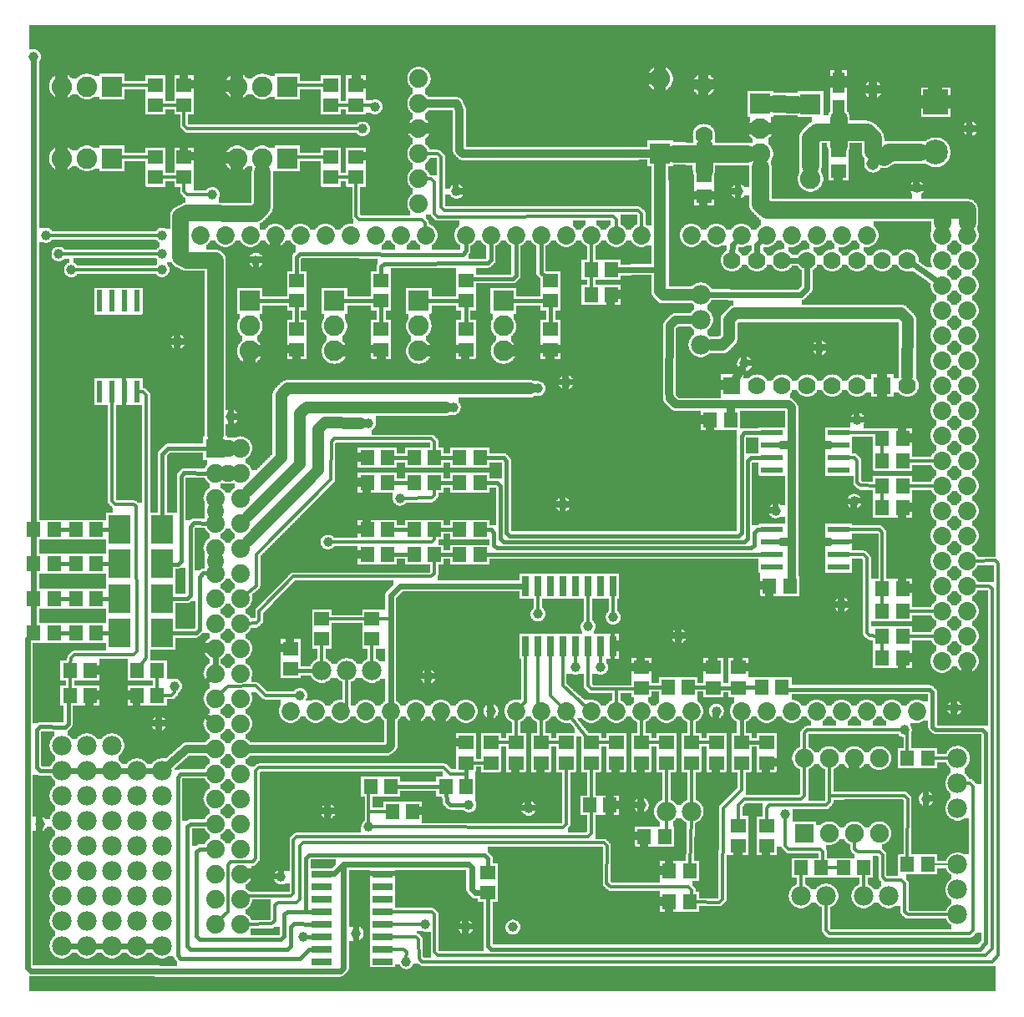
<source format=gtl>
G04 MADE WITH FRITZING*
G04 WWW.FRITZING.ORG*
G04 DOUBLE SIDED*
G04 HOLES PLATED*
G04 CONTOUR ON CENTER OF CONTOUR VECTOR*
%ASAXBY*%
%FSLAX23Y23*%
%MOIN*%
%OFA0B0*%
%SFA1.0B1.0*%
%ADD10C,0.075000*%
%ADD11C,0.039370*%
%ADD12C,0.070000*%
%ADD13C,0.074000*%
%ADD14C,0.078000*%
%ADD15C,0.072917*%
%ADD16C,0.082000*%
%ADD17C,0.051496*%
%ADD18C,0.099055*%
%ADD19R,0.026000X0.080000*%
%ADD20R,0.086900X0.024000*%
%ADD21R,0.090086X0.113708*%
%ADD22R,0.023622X0.086614*%
%ADD23R,0.055118X0.059055*%
%ADD24R,0.047244X0.078740*%
%ADD25R,0.080000X0.026000*%
%ADD26R,0.059055X0.055118*%
%ADD27R,0.070000X0.070000*%
%ADD28R,0.075000X0.075000*%
%ADD29R,0.074000X0.074000*%
%ADD30R,0.082000X0.082000*%
%ADD31R,0.099055X0.099055*%
%ADD32C,0.024000*%
%ADD33C,0.012000*%
%ADD34C,0.032000*%
%ADD35C,0.016000*%
%ADD36C,0.008000*%
%ADD37C,0.048000*%
%ADD38C,0.065000*%
%LNCOPPER1*%
G90*
G70*
G54D10*
X123Y3823D03*
X1061Y3189D03*
X2640Y3275D03*
X1812Y3295D03*
X3565Y3050D03*
X1198Y2905D03*
X568Y2829D03*
X3270Y2656D03*
X437Y2305D03*
X1295Y2045D03*
X2981Y2044D03*
X1130Y1623D03*
X1299Y1447D03*
X666Y1377D03*
X3234Y2835D03*
X1582Y1581D03*
X2368Y696D03*
X2750Y835D03*
X3630Y664D03*
X1036Y837D03*
X1893Y851D03*
X1981Y546D03*
X3602Y455D03*
X1574Y455D03*
G54D11*
X207Y2922D03*
X569Y2984D03*
X569Y3059D03*
X106Y3059D03*
X157Y2984D03*
X569Y2922D03*
X632Y2634D03*
X1232Y1834D03*
X3619Y809D03*
X3344Y2322D03*
X3282Y1584D03*
X1044Y497D03*
X57Y3772D03*
X1132Y259D03*
X1969Y297D03*
X2269Y1497D03*
X2632Y1459D03*
X1794Y784D03*
X2032Y772D03*
X2482Y784D03*
X1519Y2009D03*
X1119Y1222D03*
X2219Y1334D03*
X2069Y1547D03*
X2319Y1334D03*
X2369Y1534D03*
X1632Y1297D03*
X2869Y3234D03*
X1782Y297D03*
X1344Y272D03*
X1744Y3234D03*
X3732Y1172D03*
X944Y2959D03*
X2182Y2472D03*
G54D12*
X2732Y3659D03*
X2732Y3459D03*
G54D11*
X1619Y309D03*
X1544Y159D03*
X1394Y697D03*
G54D13*
X1594Y3684D03*
X1594Y3584D03*
X1594Y3484D03*
X1594Y3384D03*
X1594Y3284D03*
X1594Y3184D03*
X1594Y3684D03*
X1594Y3584D03*
X1594Y3484D03*
X1594Y3384D03*
X1594Y3284D03*
X1594Y3184D03*
G54D11*
X619Y1259D03*
X3057Y747D03*
X1732Y2372D03*
X2069Y2447D03*
X1394Y2309D03*
X769Y3222D03*
X1369Y3484D03*
X1419Y3572D03*
X3532Y1084D03*
X1882Y1159D03*
X82Y709D03*
X557Y1109D03*
X2782Y1159D03*
X2169Y1984D03*
X3794Y3484D03*
X3194Y2609D03*
X3019Y1959D03*
X3332Y1997D03*
X844Y2334D03*
G54D12*
X3544Y2959D03*
X3544Y2459D03*
X3444Y2959D03*
X3444Y2459D03*
X3344Y2959D03*
X3344Y2459D03*
X3244Y2959D03*
X3244Y2459D03*
X3144Y2959D03*
X3144Y2459D03*
X3044Y2959D03*
X3044Y2459D03*
X2944Y2959D03*
X2944Y2459D03*
X2844Y2959D03*
X2844Y2459D03*
G54D11*
X3582Y3247D03*
X1232Y759D03*
G54D14*
X569Y222D03*
X469Y222D03*
X369Y222D03*
X269Y222D03*
X169Y222D03*
X569Y922D03*
X469Y922D03*
X369Y922D03*
X269Y922D03*
X169Y922D03*
X169Y722D03*
X269Y722D03*
X369Y722D03*
X369Y522D03*
X169Y522D03*
X269Y522D03*
X569Y522D03*
X469Y522D03*
X169Y322D03*
X269Y322D03*
X169Y1022D03*
X269Y1022D03*
X369Y1022D03*
X369Y422D03*
X569Y422D03*
X469Y422D03*
X169Y822D03*
X269Y822D03*
X369Y822D03*
X569Y322D03*
X469Y322D03*
X369Y622D03*
X169Y422D03*
X269Y422D03*
X569Y622D03*
X469Y622D03*
X1407Y1322D03*
X1307Y1322D03*
X1207Y1322D03*
X169Y622D03*
X269Y622D03*
X469Y822D03*
X369Y322D03*
X569Y822D03*
X569Y722D03*
X469Y722D03*
G54D11*
X2894Y2547D03*
G54D10*
X3132Y672D03*
X3132Y972D03*
X3232Y672D03*
X3232Y972D03*
X3332Y672D03*
X3332Y972D03*
X3432Y672D03*
X3432Y972D03*
G54D13*
X882Y2209D03*
X882Y2109D03*
X882Y2009D03*
X882Y1909D03*
X882Y1809D03*
X882Y1709D03*
X882Y1609D03*
X882Y1509D03*
X882Y1409D03*
X882Y1309D03*
X882Y1209D03*
X882Y1109D03*
X882Y1009D03*
X882Y909D03*
X882Y809D03*
X882Y709D03*
X882Y609D03*
X882Y509D03*
X882Y409D03*
X882Y309D03*
X782Y2209D03*
X782Y2109D03*
X782Y2009D03*
X782Y1909D03*
X782Y1809D03*
X782Y1709D03*
X782Y1609D03*
X782Y1509D03*
X782Y1409D03*
X782Y1309D03*
X782Y1209D03*
X782Y1109D03*
X782Y1009D03*
X782Y909D03*
X782Y809D03*
X782Y709D03*
X782Y609D03*
X782Y509D03*
X782Y409D03*
X782Y309D03*
G54D15*
X2982Y1159D03*
X1382Y1159D03*
X3082Y1159D03*
X3182Y1159D03*
X3282Y1159D03*
X3382Y1159D03*
X3682Y2559D03*
X3482Y1159D03*
X3582Y1159D03*
X1422Y3059D03*
X1982Y1159D03*
X2082Y1159D03*
X2182Y1159D03*
X2282Y1159D03*
X3682Y1759D03*
X2382Y1159D03*
X2482Y1159D03*
X2582Y1159D03*
X2682Y1159D03*
X2182Y3059D03*
X3682Y2959D03*
X3682Y2159D03*
X3682Y1359D03*
X1022Y3059D03*
X1782Y1159D03*
X1782Y3059D03*
X3682Y2759D03*
X3682Y2359D03*
X3682Y1959D03*
X3382Y3059D03*
X3682Y1559D03*
X3282Y3059D03*
X3182Y3059D03*
X3082Y3059D03*
X2982Y3059D03*
X2882Y3059D03*
X2782Y3059D03*
X2682Y3059D03*
X822Y3059D03*
X1222Y3059D03*
X1622Y3059D03*
X1182Y1159D03*
X1582Y1159D03*
X2382Y3059D03*
X1982Y3059D03*
X3682Y3059D03*
X3682Y2859D03*
X3682Y2659D03*
X3682Y2459D03*
X3682Y2259D03*
X3682Y2059D03*
X3682Y1859D03*
X3682Y1659D03*
X3682Y1459D03*
X722Y3059D03*
X922Y3059D03*
X1122Y3059D03*
X1322Y3059D03*
X1522Y3059D03*
X1082Y1159D03*
X1282Y1159D03*
X1482Y1159D03*
X1682Y1159D03*
X2482Y3059D03*
X2282Y3059D03*
X2082Y3059D03*
X1882Y3059D03*
X3782Y3059D03*
X3782Y2959D03*
X3782Y2859D03*
X3782Y2759D03*
X3782Y2659D03*
X3782Y2559D03*
X3782Y2459D03*
X3782Y2359D03*
X3782Y2259D03*
X3782Y2159D03*
X3782Y2059D03*
X3782Y1959D03*
X3782Y1859D03*
X3782Y1759D03*
X3782Y1659D03*
X3782Y1559D03*
X3782Y1459D03*
X3782Y1359D03*
X2882Y1159D03*
G54D16*
X1257Y2797D03*
X1257Y2697D03*
X1257Y2597D03*
X1932Y2797D03*
X1932Y2697D03*
X1932Y2597D03*
X1594Y2797D03*
X1594Y2697D03*
X1594Y2597D03*
X919Y2797D03*
X919Y2697D03*
X919Y2597D03*
G54D14*
X3744Y347D03*
X3744Y447D03*
X3744Y547D03*
X3744Y972D03*
X3744Y872D03*
X3744Y772D03*
X2719Y2822D03*
X2719Y2722D03*
X2719Y2622D03*
X3119Y422D03*
X3219Y422D03*
X2682Y759D03*
X2582Y759D03*
X3469Y422D03*
X3369Y422D03*
G54D16*
X2957Y3584D03*
X2957Y3484D03*
X2957Y3384D03*
X2557Y3386D03*
X2557Y3684D03*
X3157Y3582D03*
X3157Y3284D03*
G54D17*
X3407Y3345D03*
X3407Y3641D03*
X3407Y3345D03*
X3407Y3641D03*
G54D16*
X369Y3366D03*
X269Y3366D03*
X169Y3366D03*
X1069Y3653D03*
X969Y3653D03*
X869Y3653D03*
X369Y3653D03*
X269Y3653D03*
X169Y3653D03*
X1069Y3366D03*
X969Y3366D03*
X869Y3366D03*
G54D18*
X3657Y3590D03*
X3657Y3390D03*
G54D19*
X2019Y1417D03*
X2069Y1417D03*
X2119Y1417D03*
X2169Y1417D03*
X2219Y1417D03*
X2269Y1417D03*
X2319Y1417D03*
X2369Y1417D03*
X2369Y1659D03*
X2319Y1659D03*
X2269Y1659D03*
X2219Y1659D03*
X2169Y1659D03*
X2119Y1659D03*
X2069Y1659D03*
X2019Y1659D03*
G54D20*
X3269Y2122D03*
X3269Y2172D03*
X3269Y2222D03*
X3269Y2272D03*
X3004Y2272D03*
X3004Y2222D03*
X3004Y2172D03*
X3004Y2122D03*
X3269Y1734D03*
X3269Y1784D03*
X3269Y1834D03*
X3269Y1884D03*
X3004Y1884D03*
X3004Y1834D03*
X3004Y1784D03*
X3004Y1734D03*
G54D21*
X569Y1472D03*
X400Y1472D03*
X569Y1609D03*
X400Y1609D03*
X569Y1747D03*
X400Y1747D03*
X569Y1884D03*
X400Y1884D03*
G54D22*
X369Y2434D03*
X369Y2797D03*
X319Y2434D03*
X419Y2434D03*
X469Y2434D03*
X319Y2797D03*
X419Y2797D03*
X469Y2797D03*
G54D23*
X57Y1472D03*
X138Y1472D03*
X57Y1609D03*
X138Y1609D03*
X57Y1747D03*
X138Y1747D03*
X57Y1884D03*
X138Y1884D03*
X1575Y1784D03*
X1656Y1784D03*
X1575Y1884D03*
X1656Y1884D03*
X1575Y2072D03*
X1656Y2072D03*
X1575Y2172D03*
X1656Y2172D03*
X307Y1472D03*
X226Y1472D03*
X307Y1609D03*
X226Y1609D03*
X307Y1747D03*
X226Y1747D03*
X307Y1884D03*
X226Y1884D03*
X1388Y1784D03*
X1468Y1784D03*
X1388Y1884D03*
X1468Y1884D03*
X1388Y2072D03*
X1468Y2072D03*
X1388Y2172D03*
X1468Y2172D03*
G54D24*
X3269Y3559D03*
X3269Y3669D03*
G54D25*
X1449Y159D03*
X1449Y209D03*
X1449Y259D03*
X1449Y309D03*
X1449Y359D03*
X1449Y409D03*
X1449Y459D03*
X1449Y509D03*
X1207Y509D03*
X1207Y459D03*
X1207Y409D03*
X1207Y359D03*
X1207Y309D03*
X1207Y259D03*
X1207Y209D03*
X1207Y159D03*
G54D26*
X1869Y515D03*
X1869Y434D03*
G54D23*
X550Y1222D03*
X469Y1222D03*
X2282Y2922D03*
X2363Y2922D03*
G54D26*
X3269Y3316D03*
X3269Y3397D03*
X2732Y3216D03*
X2732Y3297D03*
G54D23*
X469Y1322D03*
X550Y1322D03*
X282Y1322D03*
X201Y1322D03*
G54D26*
X1344Y3291D03*
X1344Y3372D03*
X1244Y3578D03*
X1244Y3659D03*
X1344Y3578D03*
X1344Y3659D03*
X1244Y3291D03*
X1244Y3372D03*
X657Y3578D03*
X657Y3659D03*
X544Y3578D03*
X544Y3659D03*
X657Y3291D03*
X657Y3372D03*
X544Y3291D03*
X544Y3372D03*
G54D23*
X3525Y2247D03*
X3444Y2247D03*
X3525Y1972D03*
X3444Y1972D03*
X3525Y2059D03*
X3444Y2059D03*
X3525Y2159D03*
X3444Y2159D03*
X2757Y2322D03*
X2838Y2322D03*
X3525Y1372D03*
X3444Y1372D03*
X3525Y1459D03*
X3444Y1459D03*
X3525Y1559D03*
X3444Y1559D03*
X3525Y1647D03*
X3444Y1647D03*
G54D26*
X1107Y2603D03*
X1107Y2684D03*
X1444Y2603D03*
X1444Y2684D03*
X1782Y2603D03*
X1782Y2684D03*
X2119Y2603D03*
X2119Y2684D03*
X1107Y2877D03*
X1107Y2797D03*
X1444Y2877D03*
X1444Y2797D03*
X1782Y2877D03*
X1782Y2797D03*
X2119Y2877D03*
X2119Y2797D03*
G54D23*
X1757Y2072D03*
X1838Y2072D03*
X1838Y2172D03*
X1757Y2172D03*
X1482Y859D03*
X1401Y859D03*
X2357Y784D03*
X2276Y784D03*
X282Y1222D03*
X201Y1222D03*
X2994Y1659D03*
X3075Y1659D03*
G54D26*
X2769Y1334D03*
X2769Y1253D03*
X2082Y953D03*
X2082Y1034D03*
X1207Y1447D03*
X1207Y1527D03*
X1082Y1409D03*
X1082Y1328D03*
G54D23*
X2363Y2822D03*
X2282Y2822D03*
G54D26*
X1982Y953D03*
X1982Y1034D03*
G54D23*
X1701Y859D03*
X1782Y859D03*
G54D26*
X1782Y1034D03*
X1782Y953D03*
G54D23*
X3044Y1255D03*
X2964Y1255D03*
G54D26*
X2482Y1253D03*
X2482Y1334D03*
G54D23*
X3625Y972D03*
X3544Y972D03*
X3289Y534D03*
X3369Y534D03*
X3200Y534D03*
X3119Y534D03*
X3625Y547D03*
X3544Y547D03*
G54D26*
X2982Y702D03*
X2982Y622D03*
G54D27*
X2844Y2459D03*
X3444Y2459D03*
G54D23*
X2594Y522D03*
X2675Y522D03*
X2494Y659D03*
X2575Y659D03*
G54D28*
X3132Y672D03*
G54D29*
X782Y2209D03*
G54D30*
X1257Y2797D03*
X1932Y2797D03*
X1594Y2797D03*
X919Y2797D03*
X2957Y3584D03*
X2557Y3385D03*
X3157Y3583D03*
X369Y3366D03*
X1069Y3653D03*
X369Y3653D03*
X1069Y3366D03*
G54D31*
X3657Y3590D03*
G54D26*
X2982Y953D03*
X2982Y1034D03*
G54D23*
X2594Y397D03*
X2675Y397D03*
G54D26*
X2869Y623D03*
X2869Y703D03*
G54D23*
X1569Y759D03*
X1489Y759D03*
G54D26*
X1882Y953D03*
X1882Y1034D03*
X2182Y953D03*
X2182Y1034D03*
X1407Y1447D03*
X1407Y1527D03*
X2882Y953D03*
X2882Y1034D03*
X2682Y953D03*
X2682Y1034D03*
X2582Y953D03*
X2582Y1034D03*
X2782Y953D03*
X2782Y1034D03*
X2482Y953D03*
X2482Y1034D03*
X2282Y953D03*
X2282Y1034D03*
X2382Y953D03*
X2382Y1034D03*
G54D23*
X1757Y1784D03*
X1838Y1784D03*
X1838Y1884D03*
X1757Y1884D03*
X2669Y1255D03*
X2589Y1255D03*
G54D26*
X2869Y1253D03*
X2869Y1334D03*
G54D32*
X239Y922D02*
X199Y922D01*
D02*
X239Y222D02*
X199Y222D01*
D02*
X499Y222D02*
X539Y222D01*
D02*
X399Y222D02*
X439Y222D01*
D02*
X299Y222D02*
X339Y222D01*
D02*
X299Y922D02*
X339Y922D01*
G54D33*
D02*
X170Y2984D02*
X556Y2984D01*
D02*
X120Y3059D02*
X556Y3059D01*
G54D34*
D02*
X3182Y1997D02*
X3182Y2210D01*
D02*
X3182Y1846D02*
X3182Y1997D01*
D02*
X3194Y2222D02*
X3231Y2222D01*
D02*
X3182Y2210D02*
X3194Y2222D01*
D02*
X3194Y1834D02*
X3182Y1846D01*
D02*
X3231Y1834D02*
X3194Y1834D01*
D02*
X2838Y2346D02*
X2838Y2384D01*
G54D35*
D02*
X195Y1222D02*
X201Y1222D01*
D02*
X182Y1096D02*
X195Y1109D01*
D02*
X69Y1084D02*
X82Y1097D01*
D02*
X69Y934D02*
X69Y1084D01*
D02*
X82Y921D02*
X69Y934D01*
D02*
X145Y922D02*
X82Y921D01*
D02*
X82Y1097D02*
X182Y1096D01*
D02*
X195Y1109D02*
X195Y1222D01*
G54D33*
D02*
X556Y2922D02*
X220Y2922D01*
G54D32*
D02*
X3182Y1997D02*
X3313Y1997D01*
G54D33*
D02*
X3419Y2272D02*
X3307Y2272D01*
D02*
X3422Y2268D02*
X3419Y2272D01*
D02*
X3444Y1871D02*
X3432Y1885D01*
D02*
X3432Y1885D02*
X3307Y1884D01*
D02*
X3444Y1671D02*
X3444Y1871D01*
G54D32*
D02*
X57Y3753D02*
X57Y1908D01*
G54D33*
D02*
X3545Y809D02*
X3532Y822D01*
D02*
X3532Y822D02*
X3232Y822D01*
G54D36*
D02*
X3720Y547D02*
X3647Y547D01*
G54D33*
D02*
X3544Y571D02*
X3545Y809D01*
D02*
X3794Y271D02*
X3806Y285D01*
D02*
X3219Y285D02*
X3231Y271D01*
D02*
X3806Y859D02*
X3794Y872D01*
D02*
X3794Y872D02*
X3769Y872D01*
D02*
X3231Y271D02*
X3794Y271D01*
D02*
X3806Y285D02*
X3806Y859D01*
D02*
X3219Y397D02*
X3219Y285D01*
D02*
X1394Y759D02*
X1394Y710D01*
G54D35*
D02*
X1707Y797D02*
X1703Y835D01*
D02*
X1504Y859D02*
X1679Y859D01*
G54D33*
D02*
X2170Y696D02*
X1408Y697D01*
D02*
X1394Y859D02*
X1394Y759D01*
D02*
X2182Y709D02*
X2170Y696D01*
D02*
X2182Y931D02*
X2182Y709D01*
D02*
X1401Y859D02*
X1394Y859D01*
D02*
X1467Y759D02*
X1394Y759D01*
G54D35*
D02*
X1720Y784D02*
X1707Y797D01*
D02*
X1781Y784D02*
X1720Y784D01*
D02*
X644Y909D02*
X756Y909D01*
D02*
X669Y222D02*
X670Y697D01*
D02*
X670Y697D02*
X682Y709D01*
D02*
X1082Y222D02*
X1070Y209D01*
D02*
X1081Y297D02*
X1082Y222D01*
D02*
X1120Y171D02*
X644Y171D01*
D02*
X1095Y310D02*
X1081Y297D01*
D02*
X1070Y209D02*
X682Y209D01*
D02*
X682Y709D02*
X756Y709D01*
D02*
X1172Y309D02*
X1095Y310D01*
D02*
X682Y209D02*
X669Y222D01*
D02*
X1157Y209D02*
X1120Y171D01*
D02*
X631Y896D02*
X644Y909D01*
D02*
X644Y171D02*
X631Y185D01*
D02*
X1172Y209D02*
X1157Y209D01*
D02*
X631Y185D02*
X631Y896D01*
D02*
X1172Y259D02*
X1145Y259D01*
G54D32*
D02*
X45Y122D02*
X1281Y122D01*
D02*
X1281Y122D02*
X1294Y134D01*
D02*
X1294Y134D02*
X1294Y547D01*
D02*
X32Y134D02*
X45Y122D01*
D02*
X1294Y547D02*
X1794Y547D01*
D02*
X1819Y434D02*
X1845Y434D01*
D02*
X1807Y447D02*
X1819Y434D01*
D02*
X1807Y534D02*
X1807Y447D01*
G54D35*
D02*
X1144Y571D02*
X1157Y584D01*
D02*
X1144Y359D02*
X1144Y571D01*
D02*
X1870Y571D02*
X1869Y537D01*
D02*
X1857Y584D02*
X1870Y571D01*
D02*
X1157Y584D02*
X1857Y584D01*
G54D32*
D02*
X1794Y547D02*
X1807Y534D01*
D02*
X1257Y510D02*
X1294Y547D01*
D02*
X1241Y510D02*
X1257Y510D01*
G54D35*
D02*
X1069Y359D02*
X1057Y347D01*
D02*
X1144Y359D02*
X1069Y359D01*
D02*
X1057Y347D02*
X1057Y260D01*
D02*
X1057Y260D02*
X1044Y247D01*
D02*
X1044Y247D02*
X720Y247D01*
D02*
X720Y247D02*
X707Y260D01*
D02*
X707Y597D02*
X720Y609D01*
D02*
X720Y609D02*
X756Y609D01*
D02*
X1172Y359D02*
X1144Y359D01*
D02*
X707Y260D02*
X707Y597D01*
G54D33*
D02*
X3344Y2159D02*
X3331Y2172D01*
D02*
X3344Y2071D02*
X3344Y2159D01*
D02*
X3357Y2060D02*
X3344Y2071D01*
D02*
X3331Y2172D02*
X3307Y2172D01*
D02*
X3422Y2059D02*
X3357Y2060D01*
G54D35*
D02*
X2906Y2159D02*
X2920Y2172D01*
D02*
X2920Y2172D02*
X2966Y2172D01*
D02*
X2906Y1847D02*
X2906Y2159D01*
D02*
X2894Y1834D02*
X2906Y1847D01*
D02*
X1919Y1847D02*
X1931Y1834D01*
D02*
X1931Y1834D02*
X2894Y1834D01*
D02*
X1919Y2059D02*
X1919Y1847D01*
D02*
X1907Y2072D02*
X1919Y2059D01*
D02*
X1860Y2072D02*
X1907Y2072D01*
G54D33*
D02*
X1657Y1846D02*
X1656Y1860D01*
D02*
X1645Y1834D02*
X1657Y1846D01*
D02*
X1245Y1834D02*
X1645Y1834D01*
D02*
X957Y1522D02*
X957Y1559D01*
D02*
X957Y1559D02*
X970Y1571D01*
D02*
X970Y1571D02*
X1094Y1697D01*
D02*
X945Y1510D02*
X957Y1522D01*
D02*
X907Y1509D02*
X945Y1510D01*
D02*
X1644Y1697D02*
X1657Y1709D01*
D02*
X1657Y1709D02*
X1656Y1760D01*
D02*
X1094Y1697D02*
X1644Y1697D01*
D02*
X1106Y1222D02*
X981Y1221D01*
D02*
X3381Y1771D02*
X3370Y1784D01*
D02*
X3381Y1471D02*
X3381Y1771D01*
D02*
X3394Y1460D02*
X3381Y1471D01*
D02*
X3370Y1784D02*
X3307Y1784D01*
D02*
X3422Y1459D02*
X3394Y1460D01*
D02*
X944Y1260D02*
X832Y1259D01*
D02*
X981Y1221D02*
X944Y1260D01*
G54D32*
D02*
X719Y1259D02*
X720Y1159D01*
D02*
X758Y1290D02*
X719Y1259D01*
G54D33*
D02*
X800Y1227D02*
X832Y1259D01*
G54D32*
D02*
X720Y1159D02*
X758Y1129D01*
G54D33*
D02*
X1431Y1527D02*
X1482Y1527D01*
D02*
X1307Y1184D02*
X1307Y1297D01*
D02*
X1299Y1177D02*
X1307Y1184D01*
D02*
X2169Y1260D02*
X2263Y1176D01*
D02*
X2169Y1383D02*
X2169Y1260D01*
D02*
X2219Y1348D02*
X2219Y1383D01*
D02*
X2319Y1348D02*
X2319Y1383D01*
D02*
X2269Y1625D02*
X2269Y1510D01*
D02*
X2069Y1625D02*
X2069Y1560D01*
D02*
X2369Y1625D02*
X2369Y1548D01*
G54D32*
D02*
X2385Y2922D02*
X2557Y2923D01*
G54D12*
D02*
X3470Y3390D02*
X3594Y3390D01*
D02*
X3470Y3385D02*
X3470Y3390D01*
D02*
X3448Y3371D02*
X3470Y3385D01*
D02*
X3011Y3584D02*
X3103Y3583D01*
G54D34*
D02*
X1756Y3558D02*
X1756Y3397D01*
D02*
X1756Y3397D02*
X1769Y3385D01*
D02*
X1769Y3385D02*
X2519Y3386D01*
D02*
X1745Y3585D02*
X1756Y3558D01*
D02*
X1631Y3584D02*
X1745Y3585D01*
G54D12*
D02*
X2732Y3411D02*
X2732Y3384D01*
D02*
X2732Y3384D02*
X2903Y3384D01*
D02*
X2732Y3319D02*
X2732Y3384D01*
G54D33*
D02*
X2282Y2946D02*
X2282Y3035D01*
G54D12*
D02*
X3270Y3419D02*
X3270Y3471D01*
D02*
X2732Y3384D02*
X2611Y3386D01*
G54D33*
D02*
X2282Y2898D02*
X2282Y2846D01*
G54D34*
D02*
X2595Y2697D02*
X2620Y2722D01*
D02*
X2594Y2434D02*
X2595Y2697D01*
G54D37*
D02*
X2678Y2821D02*
X2568Y2821D01*
D02*
X2568Y2821D02*
X2557Y2834D01*
G54D34*
D02*
X2620Y2722D02*
X2684Y2722D01*
D02*
X3081Y2222D02*
X3042Y2222D01*
G54D35*
D02*
X362Y1609D02*
X329Y1609D01*
D02*
X362Y1472D02*
X329Y1472D01*
D02*
X204Y1472D02*
X160Y1472D01*
D02*
X204Y1609D02*
X160Y1609D01*
D02*
X204Y1747D02*
X160Y1747D01*
D02*
X204Y1884D02*
X160Y1884D01*
D02*
X569Y1934D02*
X569Y2184D01*
D02*
X569Y2184D02*
X594Y2209D01*
D02*
X645Y2096D02*
X657Y2110D01*
D02*
X645Y1759D02*
X645Y2096D01*
D02*
X657Y2110D02*
X756Y2109D01*
D02*
X632Y1746D02*
X645Y1759D01*
D02*
X594Y2209D02*
X756Y2209D01*
G54D32*
D02*
X32Y1447D02*
X32Y134D01*
D02*
X35Y1450D02*
X32Y1447D01*
D02*
X57Y1585D02*
X57Y1496D01*
D02*
X57Y1723D02*
X57Y1633D01*
D02*
X57Y1771D02*
X57Y1860D01*
G54D35*
D02*
X362Y1884D02*
X329Y1884D01*
D02*
X362Y1747D02*
X329Y1747D01*
D02*
X681Y1896D02*
X695Y1910D01*
D02*
X681Y1622D02*
X681Y1896D01*
D02*
X719Y1485D02*
X719Y1696D01*
D02*
X719Y1696D02*
X733Y1710D01*
D02*
X733Y1710D02*
X756Y1709D01*
D02*
X607Y1472D02*
X706Y1472D01*
D02*
X706Y1472D02*
X719Y1485D01*
D02*
X695Y1910D02*
X756Y1909D01*
D02*
X607Y1609D02*
X670Y1609D01*
D02*
X670Y1609D02*
X681Y1622D01*
D02*
X607Y1746D02*
X632Y1746D01*
D02*
X1894Y1822D02*
X1894Y1871D01*
D02*
X1894Y1871D02*
X1882Y1884D01*
D02*
X1882Y1884D02*
X1860Y1884D01*
D02*
X1907Y1810D02*
X1894Y1822D01*
D02*
X2932Y1822D02*
X2920Y1810D01*
D02*
X2932Y1871D02*
X2932Y1822D01*
D02*
X2945Y1884D02*
X2932Y1871D01*
D02*
X2920Y1810D02*
X1907Y1810D01*
D02*
X2966Y1884D02*
X2945Y1884D01*
D02*
X1860Y1784D02*
X2966Y1784D01*
D02*
X1944Y2159D02*
X1931Y2172D01*
D02*
X2882Y2259D02*
X2882Y1871D01*
D02*
X2894Y2272D02*
X2882Y2259D01*
D02*
X2882Y1871D02*
X2869Y1859D01*
D02*
X2869Y1859D02*
X1957Y1859D01*
D02*
X1957Y1859D02*
X1944Y1871D01*
D02*
X1944Y1871D02*
X1944Y2159D01*
D02*
X1931Y2172D02*
X1860Y2172D01*
D02*
X2966Y2272D02*
X2894Y2272D01*
G54D33*
D02*
X2482Y1056D02*
X2482Y1135D01*
D02*
X2794Y396D02*
X2697Y397D01*
D02*
X2808Y772D02*
X2806Y409D01*
D02*
X2881Y846D02*
X2808Y772D01*
D02*
X2882Y931D02*
X2881Y846D01*
D02*
X2806Y409D02*
X2794Y396D01*
D02*
X2582Y659D02*
X2575Y659D01*
D02*
X2582Y735D02*
X2582Y659D01*
D02*
X2264Y1056D02*
X2197Y1140D01*
D02*
X1982Y1056D02*
X1982Y1135D01*
D02*
X2582Y931D02*
X2582Y784D01*
D02*
X2681Y735D02*
X2676Y546D01*
D02*
X2506Y1034D02*
X2558Y1034D01*
D02*
X2706Y1034D02*
X2758Y1034D01*
D02*
X2682Y1056D02*
X2682Y1135D01*
D02*
X2682Y784D02*
X2682Y931D01*
D02*
X457Y1984D02*
X382Y1984D01*
D02*
X466Y1977D02*
X457Y1984D01*
D02*
X369Y1997D02*
X369Y2397D01*
D02*
X382Y1984D02*
X369Y1997D01*
D02*
X469Y1397D02*
X466Y1977D01*
D02*
X457Y1384D02*
X469Y1397D01*
D02*
X220Y1385D02*
X457Y1384D01*
D02*
X207Y1372D02*
X220Y1385D01*
D02*
X204Y1346D02*
X207Y1372D01*
G54D37*
D02*
X2557Y2923D02*
X2557Y3343D01*
D02*
X2557Y2834D02*
X2557Y2923D01*
G54D34*
D02*
X596Y945D02*
X669Y1009D01*
G54D12*
D02*
X3270Y3525D02*
X3270Y3471D01*
G54D33*
D02*
X1069Y3372D02*
X1220Y3372D01*
D02*
X1069Y3393D02*
X1069Y3372D01*
D02*
X2269Y1260D02*
X2269Y1383D01*
D02*
X2282Y1247D02*
X2269Y1260D01*
D02*
X2382Y1247D02*
X2282Y1247D01*
D02*
X2482Y1247D02*
X2382Y1247D01*
D02*
X2482Y1253D02*
X2482Y1247D01*
G54D34*
D02*
X3081Y1659D02*
X3081Y1834D01*
D02*
X3075Y1659D02*
X3081Y1659D01*
G54D35*
D02*
X1490Y2072D02*
X1553Y2072D01*
D02*
X1678Y2072D02*
X1735Y2072D01*
D02*
X1490Y2172D02*
X1553Y2172D01*
D02*
X1678Y2172D02*
X1735Y2172D01*
D02*
X2567Y1255D02*
X2506Y1254D01*
D02*
X2745Y1254D02*
X2691Y1255D01*
D02*
X2845Y1253D02*
X2793Y1253D01*
D02*
X2942Y1255D02*
X2893Y1254D01*
G54D33*
D02*
X2382Y1247D02*
X2382Y1184D01*
G54D35*
D02*
X1490Y1884D02*
X1553Y1884D01*
D02*
X1735Y1884D02*
X1678Y1884D01*
D02*
X1735Y1784D02*
X1678Y1784D01*
D02*
X1490Y1784D02*
X1553Y1784D01*
G54D12*
D02*
X3782Y3160D02*
X3782Y3112D01*
D02*
X3682Y3160D02*
X3782Y3160D01*
D02*
X3682Y3160D02*
X2981Y3160D01*
D02*
X2957Y3184D02*
X2957Y3330D01*
D02*
X2981Y3160D02*
X2957Y3184D01*
D02*
X3682Y3112D02*
X3682Y3160D01*
G54D34*
D02*
X2595Y2409D02*
X2620Y2384D01*
D02*
X2594Y2434D02*
X2595Y2409D01*
G54D33*
D02*
X1545Y197D02*
X1544Y173D01*
D02*
X1532Y209D02*
X1545Y197D01*
D02*
X1483Y209D02*
X1532Y209D01*
D02*
X1483Y309D02*
X1606Y309D01*
D02*
X619Y1234D02*
X619Y1246D01*
D02*
X607Y1222D02*
X619Y1234D01*
D02*
X572Y1222D02*
X607Y1222D01*
G54D35*
D02*
X1882Y209D02*
X3832Y209D01*
D02*
X1870Y222D02*
X1882Y209D01*
D02*
X1869Y412D02*
X1870Y222D01*
D02*
X3644Y1235D02*
X3631Y1246D01*
D02*
X3644Y1096D02*
X3644Y1235D01*
D02*
X3832Y209D02*
X3857Y234D01*
D02*
X3657Y1085D02*
X3644Y1096D01*
D02*
X3844Y1084D02*
X3657Y1085D01*
D02*
X3857Y1072D02*
X3844Y1084D01*
D02*
X3857Y234D02*
X3857Y1072D01*
D02*
X1082Y1322D02*
X1082Y1328D01*
D02*
X1182Y1322D02*
X1082Y1322D01*
G54D33*
D02*
X1958Y1034D02*
X1906Y1034D01*
D02*
X1806Y953D02*
X1858Y953D01*
D02*
X2106Y1034D02*
X2158Y1034D01*
D02*
X2082Y1135D02*
X2082Y1056D01*
D02*
X844Y559D02*
X831Y546D01*
D02*
X831Y359D02*
X800Y327D01*
D02*
X831Y546D02*
X831Y359D01*
D02*
X932Y559D02*
X844Y559D01*
D02*
X944Y572D02*
X932Y559D01*
D02*
X944Y922D02*
X944Y572D01*
D02*
X957Y934D02*
X944Y922D01*
D02*
X1694Y934D02*
X957Y934D01*
D02*
X1720Y909D02*
X1694Y934D01*
D02*
X1782Y909D02*
X1720Y909D01*
G54D35*
D02*
X1782Y909D02*
X1782Y883D01*
D02*
X1782Y931D02*
X1782Y909D01*
G54D33*
D02*
X2306Y1034D02*
X2358Y1034D01*
D02*
X2282Y784D02*
X2282Y931D01*
D02*
X2282Y784D02*
X2276Y784D01*
D02*
X2276Y784D02*
X2282Y784D01*
D02*
X2269Y659D02*
X2282Y671D01*
D02*
X2282Y671D02*
X2282Y784D01*
D02*
X2019Y1196D02*
X2019Y1383D01*
D02*
X1999Y1177D02*
X2019Y1196D01*
D02*
X1656Y3146D02*
X1657Y3272D01*
D02*
X1657Y3272D02*
X1644Y3284D01*
D02*
X1644Y3284D02*
X1620Y3284D01*
D02*
X1682Y3372D02*
X1669Y3384D01*
D02*
X1669Y3384D02*
X1620Y3384D01*
D02*
X2382Y3122D02*
X2369Y3134D01*
D02*
X2369Y3134D02*
X1669Y3133D01*
D02*
X2482Y3146D02*
X2469Y3159D01*
D02*
X2469Y3159D02*
X1695Y3159D01*
D02*
X1682Y3172D02*
X1682Y3372D01*
D02*
X1695Y3159D02*
X1682Y3172D01*
D02*
X1669Y3133D02*
X1656Y3146D01*
D02*
X2482Y3084D02*
X2482Y3146D01*
D02*
X2382Y3084D02*
X2382Y3122D01*
D02*
X2070Y1184D02*
X2071Y1181D01*
D02*
X2069Y1383D02*
X2070Y1184D01*
G54D32*
D02*
X1657Y1659D02*
X1520Y1659D01*
D02*
X1520Y1659D02*
X1482Y1621D01*
D02*
X1482Y1527D02*
X1482Y1189D01*
D02*
X1482Y1621D02*
X1482Y1527D01*
D02*
X2012Y1659D02*
X1657Y1659D01*
G54D34*
D02*
X2860Y2487D02*
X2882Y2525D01*
G54D33*
D02*
X2119Y1221D02*
X2164Y1177D01*
D02*
X2119Y1383D02*
X2119Y1221D01*
D02*
X3132Y1072D02*
X3144Y1084D01*
D02*
X3544Y996D02*
X3544Y1072D01*
D02*
X3544Y1072D02*
X3541Y1074D01*
D02*
X3144Y1084D02*
X3518Y1084D01*
D02*
X3132Y995D02*
X3132Y1072D01*
D02*
X3532Y359D02*
X3545Y347D01*
D02*
X3532Y471D02*
X3532Y359D01*
D02*
X3545Y347D02*
X3720Y347D01*
D02*
X3519Y485D02*
X3532Y471D01*
D02*
X3445Y584D02*
X3445Y497D01*
D02*
X3445Y497D02*
X3457Y485D01*
D02*
X3432Y597D02*
X3445Y584D01*
D02*
X3457Y485D02*
X3519Y485D01*
D02*
X3345Y597D02*
X3432Y597D01*
D02*
X3332Y609D02*
X3345Y597D01*
D02*
X3332Y649D02*
X3332Y609D01*
D02*
X3131Y822D02*
X3132Y949D01*
D02*
X3120Y809D02*
X3131Y822D01*
D02*
X2894Y809D02*
X3120Y809D01*
D02*
X2869Y725D02*
X2869Y784D01*
D02*
X2869Y784D02*
X2894Y809D01*
G54D32*
D02*
X782Y1340D02*
X782Y1378D01*
G54D33*
D02*
X201Y1246D02*
X201Y1298D01*
G54D38*
D02*
X835Y2109D02*
X829Y2109D01*
D02*
X835Y2209D02*
X829Y2209D01*
D02*
X782Y1756D02*
X782Y1762D01*
D02*
X782Y1956D02*
X782Y1962D01*
G54D33*
D02*
X3647Y972D02*
X3720Y972D01*
D02*
X3444Y1623D02*
X3444Y1583D01*
D02*
X3444Y2223D02*
X3444Y2183D01*
G54D34*
D02*
X3081Y1834D02*
X3081Y2222D01*
D02*
X3042Y1834D02*
X3081Y1834D01*
D02*
X3069Y2384D02*
X3081Y2372D01*
D02*
X3081Y2372D02*
X3081Y2222D01*
D02*
X2838Y2384D02*
X3069Y2384D01*
D02*
X2620Y2384D02*
X2838Y2384D01*
G54D12*
D02*
X3382Y3471D02*
X3406Y3447D01*
D02*
X3270Y3471D02*
X3382Y3471D01*
D02*
X3157Y3447D02*
X3182Y3472D01*
D02*
X3182Y3472D02*
X3270Y3471D01*
D02*
X3157Y3338D02*
X3157Y3447D01*
D02*
X3406Y3394D02*
X3406Y3447D01*
G54D32*
D02*
X539Y922D02*
X499Y922D01*
D02*
X439Y922D02*
X399Y922D01*
D02*
X2845Y3021D02*
X2861Y3038D01*
D02*
X2944Y3021D02*
X2960Y3038D01*
D02*
X2844Y2985D02*
X2845Y3021D01*
D02*
X2944Y2985D02*
X2944Y3021D01*
G54D33*
D02*
X2982Y772D02*
X2994Y784D01*
D02*
X2982Y724D02*
X2982Y772D01*
D02*
X3232Y822D02*
X3232Y949D01*
D02*
X3232Y797D02*
X3232Y822D01*
D02*
X3219Y784D02*
X3232Y797D01*
D02*
X2994Y784D02*
X3219Y784D01*
D02*
X1231Y1527D02*
X1383Y1527D01*
G54D34*
D02*
X1482Y1097D02*
X1482Y1021D01*
D02*
X1482Y1123D02*
X1482Y1097D01*
G54D33*
D02*
X550Y1298D02*
X550Y1246D01*
D02*
X3444Y1435D02*
X3444Y1396D01*
D02*
X3444Y2035D02*
X3444Y1996D01*
D02*
X1069Y3659D02*
X1220Y3659D01*
D02*
X1069Y3680D02*
X1069Y3659D01*
G54D35*
D02*
X2119Y2706D02*
X2119Y2775D01*
D02*
X1782Y2775D02*
X1782Y2706D01*
D02*
X1621Y2797D02*
X1758Y2797D01*
D02*
X1958Y2797D02*
X2095Y2797D01*
D02*
X2082Y2909D02*
X2095Y2897D01*
D02*
X2082Y3035D02*
X2082Y2909D01*
D02*
X1420Y2797D02*
X1283Y2797D01*
D02*
X1444Y2775D02*
X1444Y2706D01*
D02*
X1083Y2797D02*
X946Y2797D01*
D02*
X1107Y2706D02*
X1107Y2775D01*
G54D37*
D02*
X1145Y2371D02*
X1702Y2372D01*
D02*
X1119Y2347D02*
X1145Y2371D01*
D02*
X1119Y2146D02*
X1119Y2347D01*
D02*
X912Y1939D02*
X1119Y2146D01*
G54D35*
D02*
X1781Y2997D02*
X1782Y3035D01*
D02*
X1769Y2983D02*
X1781Y2997D01*
D02*
X1119Y2984D02*
X1769Y2983D01*
D02*
X1106Y2972D02*
X1119Y2984D01*
D02*
X1107Y2899D02*
X1106Y2972D01*
D02*
X1870Y2947D02*
X1882Y2960D01*
D02*
X1882Y2960D02*
X1882Y3035D01*
D02*
X1457Y2946D02*
X1870Y2947D01*
D02*
X1444Y2934D02*
X1457Y2946D01*
D02*
X1444Y2899D02*
X1444Y2934D01*
D02*
X1982Y3035D02*
X1982Y2897D01*
D02*
X1782Y2885D02*
X1782Y2877D01*
D02*
X1970Y2885D02*
X1782Y2885D01*
D02*
X1982Y2897D02*
X1970Y2885D01*
G54D37*
D02*
X1045Y2422D02*
X1045Y2172D01*
D02*
X1045Y2172D02*
X912Y2039D01*
D02*
X1069Y2447D02*
X1045Y2422D01*
D02*
X1219Y2310D02*
X1194Y2284D01*
D02*
X1194Y2284D02*
X1194Y2121D01*
D02*
X1194Y2121D02*
X912Y1839D01*
D02*
X1364Y2309D02*
X1219Y2310D01*
D02*
X2039Y2447D02*
X1069Y2447D01*
G54D32*
D02*
X3144Y2847D02*
X3119Y2821D01*
D02*
X2781Y2822D02*
X2749Y2822D01*
G54D37*
D02*
X2832Y2722D02*
X2857Y2747D01*
D02*
X2832Y2647D02*
X2832Y2722D01*
D02*
X2807Y2622D02*
X2832Y2647D01*
D02*
X2857Y2747D02*
X3520Y2747D01*
D02*
X2761Y2622D02*
X2807Y2622D01*
G54D32*
D02*
X3632Y2897D02*
X3566Y2944D01*
D02*
X3658Y2877D02*
X3632Y2897D01*
D02*
X3119Y2821D02*
X2781Y2822D01*
D02*
X3144Y2933D02*
X3144Y2847D01*
G54D37*
D02*
X3545Y2722D02*
X3544Y2496D01*
D02*
X3520Y2747D02*
X3545Y2722D01*
G54D35*
D02*
X2882Y1056D02*
X2882Y1135D01*
D02*
X2906Y1034D02*
X2958Y1034D01*
G54D33*
D02*
X507Y2421D02*
X506Y1372D01*
D02*
X506Y1372D02*
X487Y1346D01*
D02*
X494Y2434D02*
X507Y2421D01*
D02*
X476Y2434D02*
X494Y2434D01*
G54D38*
D02*
X644Y3134D02*
X669Y3147D01*
D02*
X669Y2959D02*
X644Y2972D01*
D02*
X782Y2959D02*
X669Y2959D01*
D02*
X669Y3147D02*
X944Y3146D01*
D02*
X782Y2263D02*
X782Y2959D01*
D02*
X644Y2972D02*
X644Y3134D01*
D02*
X969Y3172D02*
X969Y3312D01*
D02*
X944Y3146D02*
X969Y3172D01*
G54D33*
D02*
X1356Y3484D02*
X670Y3484D01*
D02*
X657Y3497D02*
X657Y3556D01*
D02*
X670Y3484D02*
X657Y3497D01*
D02*
X369Y3659D02*
X369Y3680D01*
D02*
X520Y3659D02*
X369Y3659D01*
D02*
X568Y3578D02*
X633Y3578D01*
D02*
X657Y3234D02*
X657Y3269D01*
D02*
X670Y3222D02*
X657Y3234D01*
D02*
X756Y3222D02*
X670Y3222D01*
D02*
X369Y3372D02*
X369Y3393D01*
D02*
X520Y3372D02*
X369Y3372D01*
D02*
X633Y3291D02*
X568Y3291D01*
D02*
X1419Y3578D02*
X1419Y3585D01*
D02*
X1368Y3578D02*
X1419Y3578D01*
D02*
X1320Y3578D02*
X1268Y3578D01*
D02*
X1619Y3109D02*
X1620Y3084D01*
D02*
X1606Y3122D02*
X1619Y3109D01*
D02*
X1357Y3122D02*
X1606Y3122D01*
D02*
X1344Y3135D02*
X1357Y3122D01*
D02*
X1344Y3269D02*
X1344Y3135D01*
D02*
X1268Y3291D02*
X1320Y3291D01*
G54D32*
D02*
X3118Y2959D02*
X3070Y2959D01*
G54D35*
D02*
X3044Y1246D02*
X3631Y1246D01*
D02*
X3044Y1255D02*
X3044Y1246D01*
G54D33*
D02*
X3369Y510D02*
X3369Y446D01*
D02*
X3267Y534D02*
X3222Y534D01*
D02*
X1645Y2010D02*
X1657Y2022D01*
D02*
X1657Y2022D02*
X1656Y2048D01*
D02*
X1533Y2009D02*
X1645Y2010D01*
D02*
X3657Y2059D02*
X3547Y2059D01*
D02*
X3547Y2159D02*
X3657Y2159D01*
D02*
X1207Y1346D02*
X1207Y1425D01*
D02*
X3857Y184D02*
X3882Y210D01*
D02*
X3882Y1647D02*
X3869Y1659D01*
D02*
X1657Y347D02*
X1657Y197D01*
D02*
X1657Y197D02*
X1670Y185D01*
D02*
X1645Y359D02*
X1657Y347D01*
D02*
X1670Y185D02*
X3857Y184D01*
D02*
X1483Y359D02*
X1645Y359D01*
D02*
X3882Y210D02*
X3882Y1647D01*
D02*
X3869Y1659D02*
X3807Y1659D01*
D02*
X1094Y433D02*
X1094Y646D01*
D02*
X1082Y422D02*
X1094Y433D01*
D02*
X1094Y646D02*
X1107Y659D01*
D02*
X894Y422D02*
X1082Y422D01*
D02*
X900Y428D02*
X894Y422D01*
D02*
X1107Y659D02*
X2269Y659D01*
D02*
X2682Y446D02*
X2669Y459D01*
D02*
X2682Y397D02*
X2682Y446D01*
D02*
X2675Y397D02*
X2682Y397D01*
D02*
X1019Y322D02*
X1007Y310D01*
D02*
X1032Y396D02*
X1019Y385D01*
D02*
X1120Y409D02*
X1107Y396D01*
D02*
X1107Y396D02*
X1032Y396D01*
D02*
X1019Y385D02*
X1019Y322D01*
D02*
X1120Y622D02*
X1120Y409D01*
D02*
X2345Y621D02*
X2332Y634D01*
D02*
X2344Y471D02*
X2345Y621D01*
D02*
X2332Y634D02*
X1133Y635D01*
D02*
X2358Y459D02*
X2344Y471D01*
D02*
X1007Y310D02*
X907Y309D01*
D02*
X1133Y635D02*
X1120Y622D01*
D02*
X2669Y459D02*
X2358Y459D01*
D02*
X3882Y159D02*
X3907Y184D01*
D02*
X3906Y1747D02*
X3895Y1760D01*
D02*
X1594Y247D02*
X1595Y172D01*
D02*
X1595Y172D02*
X1607Y159D01*
D02*
X1582Y259D02*
X1594Y247D01*
D02*
X1607Y159D02*
X3882Y159D01*
D02*
X1483Y259D02*
X1582Y259D01*
D02*
X3907Y184D02*
X3906Y1747D01*
D02*
X3895Y1760D02*
X3807Y1759D01*
G54D34*
D02*
X669Y1009D02*
X745Y1009D01*
G54D33*
D02*
X3657Y1559D02*
X3547Y1559D01*
D02*
X3657Y1459D02*
X3547Y1459D01*
D02*
X1644Y2247D02*
X1657Y2234D01*
D02*
X1245Y2234D02*
X1257Y2247D01*
D02*
X945Y1784D02*
X1244Y2084D01*
D02*
X1244Y2084D02*
X1245Y2234D01*
D02*
X1657Y2234D02*
X1656Y2196D01*
D02*
X1257Y2247D02*
X1644Y2247D01*
D02*
X945Y1659D02*
X945Y1784D01*
D02*
X902Y1625D02*
X945Y1659D01*
G54D34*
D02*
X1469Y1009D02*
X919Y1009D01*
D02*
X1482Y1021D02*
X1469Y1009D01*
G54D33*
D02*
X3119Y446D02*
X3119Y510D01*
D02*
X3056Y621D02*
X3057Y733D01*
D02*
X3070Y609D02*
X3056Y621D01*
D02*
X3207Y597D02*
X3195Y609D01*
D02*
X3207Y534D02*
X3207Y597D01*
D02*
X3195Y609D02*
X3070Y609D01*
D02*
X3200Y534D02*
X3207Y534D01*
D02*
X1407Y1346D02*
X1407Y1425D01*
G36*
X40Y3897D02*
X40Y3801D01*
X66Y3801D01*
X66Y3799D01*
X70Y3799D01*
X70Y3797D01*
X74Y3797D01*
X74Y3795D01*
X76Y3795D01*
X76Y3793D01*
X78Y3793D01*
X78Y3791D01*
X80Y3791D01*
X80Y3789D01*
X82Y3789D01*
X82Y3785D01*
X84Y3785D01*
X84Y3781D01*
X86Y3781D01*
X86Y3763D01*
X84Y3763D01*
X84Y3757D01*
X82Y3757D01*
X82Y3755D01*
X80Y3755D01*
X80Y3753D01*
X78Y3753D01*
X78Y3735D01*
X2568Y3735D01*
X2568Y3733D01*
X2574Y3733D01*
X2574Y3731D01*
X2578Y3731D01*
X2578Y3729D01*
X2582Y3729D01*
X2582Y3727D01*
X2586Y3727D01*
X2586Y3725D01*
X2588Y3725D01*
X2588Y3723D01*
X2590Y3723D01*
X2590Y3721D01*
X2594Y3721D01*
X2594Y3719D01*
X3302Y3719D01*
X3302Y3717D01*
X3304Y3717D01*
X3304Y3677D01*
X3410Y3677D01*
X3410Y3675D01*
X3420Y3675D01*
X3420Y3673D01*
X3424Y3673D01*
X3424Y3671D01*
X3426Y3671D01*
X3426Y3669D01*
X3430Y3669D01*
X3430Y3667D01*
X3432Y3667D01*
X3432Y3665D01*
X3434Y3665D01*
X3434Y3663D01*
X3436Y3663D01*
X3436Y3659D01*
X3438Y3659D01*
X3438Y3655D01*
X3440Y3655D01*
X3440Y3651D01*
X3442Y3651D01*
X3442Y3649D01*
X3716Y3649D01*
X3716Y3531D01*
X3896Y3531D01*
X3896Y3897D01*
X40Y3897D01*
G37*
D02*
G36*
X78Y3735D02*
X78Y3731D01*
X1604Y3731D01*
X1604Y3729D01*
X1610Y3729D01*
X1610Y3727D01*
X1616Y3727D01*
X1616Y3725D01*
X1618Y3725D01*
X1618Y3723D01*
X1622Y3723D01*
X1622Y3721D01*
X1624Y3721D01*
X1624Y3719D01*
X1626Y3719D01*
X1626Y3717D01*
X1628Y3717D01*
X1628Y3715D01*
X1630Y3715D01*
X1630Y3713D01*
X1632Y3713D01*
X1632Y3711D01*
X1634Y3711D01*
X1634Y3707D01*
X1636Y3707D01*
X1636Y3703D01*
X1638Y3703D01*
X1638Y3699D01*
X1640Y3699D01*
X1640Y3689D01*
X1642Y3689D01*
X1642Y3679D01*
X1640Y3679D01*
X1640Y3671D01*
X1638Y3671D01*
X1638Y3665D01*
X1636Y3665D01*
X1636Y3661D01*
X1634Y3661D01*
X1634Y3657D01*
X1632Y3657D01*
X1632Y3655D01*
X1630Y3655D01*
X1630Y3653D01*
X1628Y3653D01*
X1628Y3651D01*
X1626Y3651D01*
X1626Y3649D01*
X1624Y3649D01*
X1624Y3647D01*
X1622Y3647D01*
X1622Y3645D01*
X1618Y3645D01*
X1618Y3633D01*
X2548Y3633D01*
X2548Y3635D01*
X2540Y3635D01*
X2540Y3637D01*
X2536Y3637D01*
X2536Y3639D01*
X2532Y3639D01*
X2532Y3641D01*
X2528Y3641D01*
X2528Y3643D01*
X2526Y3643D01*
X2526Y3645D01*
X2524Y3645D01*
X2524Y3647D01*
X2522Y3647D01*
X2522Y3649D01*
X2520Y3649D01*
X2520Y3651D01*
X2518Y3651D01*
X2518Y3653D01*
X2516Y3653D01*
X2516Y3655D01*
X2514Y3655D01*
X2514Y3659D01*
X2512Y3659D01*
X2512Y3663D01*
X2510Y3663D01*
X2510Y3667D01*
X2508Y3667D01*
X2508Y3675D01*
X2506Y3675D01*
X2506Y3695D01*
X2508Y3695D01*
X2508Y3701D01*
X2510Y3701D01*
X2510Y3705D01*
X2512Y3705D01*
X2512Y3709D01*
X2514Y3709D01*
X2514Y3713D01*
X2516Y3713D01*
X2516Y3715D01*
X2518Y3715D01*
X2518Y3717D01*
X2520Y3717D01*
X2520Y3721D01*
X2524Y3721D01*
X2524Y3723D01*
X2526Y3723D01*
X2526Y3725D01*
X2528Y3725D01*
X2528Y3727D01*
X2532Y3727D01*
X2532Y3729D01*
X2534Y3729D01*
X2534Y3731D01*
X2540Y3731D01*
X2540Y3733D01*
X2546Y3733D01*
X2546Y3735D01*
X78Y3735D01*
G37*
D02*
G36*
X78Y3731D02*
X78Y3705D01*
X1120Y3705D01*
X1120Y3697D01*
X1384Y3697D01*
X1384Y3601D01*
X1428Y3601D01*
X1428Y3599D01*
X1432Y3599D01*
X1432Y3597D01*
X1436Y3597D01*
X1436Y3595D01*
X1438Y3595D01*
X1438Y3593D01*
X1440Y3593D01*
X1440Y3591D01*
X1442Y3591D01*
X1442Y3589D01*
X1444Y3589D01*
X1444Y3587D01*
X1446Y3587D01*
X1446Y3583D01*
X1448Y3583D01*
X1448Y3573D01*
X1450Y3573D01*
X1450Y3571D01*
X1448Y3571D01*
X1448Y3561D01*
X1446Y3561D01*
X1446Y3557D01*
X1444Y3557D01*
X1444Y3553D01*
X1442Y3553D01*
X1442Y3551D01*
X1440Y3551D01*
X1440Y3549D01*
X1438Y3549D01*
X1438Y3547D01*
X1434Y3547D01*
X1434Y3545D01*
X1430Y3545D01*
X1430Y3543D01*
X1570Y3543D01*
X1570Y3545D01*
X1568Y3545D01*
X1568Y3547D01*
X1564Y3547D01*
X1564Y3549D01*
X1562Y3549D01*
X1562Y3551D01*
X1560Y3551D01*
X1560Y3553D01*
X1558Y3553D01*
X1558Y3557D01*
X1556Y3557D01*
X1556Y3559D01*
X1554Y3559D01*
X1554Y3563D01*
X1552Y3563D01*
X1552Y3567D01*
X1550Y3567D01*
X1550Y3573D01*
X1548Y3573D01*
X1548Y3595D01*
X1550Y3595D01*
X1550Y3603D01*
X1552Y3603D01*
X1552Y3605D01*
X1554Y3605D01*
X1554Y3609D01*
X1556Y3609D01*
X1556Y3613D01*
X1558Y3613D01*
X1558Y3615D01*
X1560Y3615D01*
X1560Y3617D01*
X1562Y3617D01*
X1562Y3619D01*
X1564Y3619D01*
X1564Y3621D01*
X1566Y3621D01*
X1566Y3623D01*
X1570Y3623D01*
X1570Y3645D01*
X1568Y3645D01*
X1568Y3647D01*
X1564Y3647D01*
X1564Y3649D01*
X1562Y3649D01*
X1562Y3651D01*
X1560Y3651D01*
X1560Y3653D01*
X1558Y3653D01*
X1558Y3657D01*
X1556Y3657D01*
X1556Y3659D01*
X1554Y3659D01*
X1554Y3663D01*
X1552Y3663D01*
X1552Y3667D01*
X1550Y3667D01*
X1550Y3673D01*
X1548Y3673D01*
X1548Y3695D01*
X1550Y3695D01*
X1550Y3703D01*
X1552Y3703D01*
X1552Y3705D01*
X1554Y3705D01*
X1554Y3709D01*
X1556Y3709D01*
X1556Y3713D01*
X1558Y3713D01*
X1558Y3715D01*
X1560Y3715D01*
X1560Y3717D01*
X1562Y3717D01*
X1562Y3719D01*
X1564Y3719D01*
X1564Y3721D01*
X1566Y3721D01*
X1566Y3723D01*
X1570Y3723D01*
X1570Y3725D01*
X1574Y3725D01*
X1574Y3727D01*
X1578Y3727D01*
X1578Y3729D01*
X1584Y3729D01*
X1584Y3731D01*
X78Y3731D01*
G37*
D02*
G36*
X2594Y3719D02*
X2594Y3717D01*
X2596Y3717D01*
X2596Y3715D01*
X2598Y3715D01*
X2598Y3713D01*
X2600Y3713D01*
X2600Y3709D01*
X2602Y3709D01*
X2602Y3705D01*
X2734Y3705D01*
X2734Y3703D01*
X2744Y3703D01*
X2744Y3701D01*
X2750Y3701D01*
X2750Y3699D01*
X2754Y3699D01*
X2754Y3697D01*
X2758Y3697D01*
X2758Y3695D01*
X2760Y3695D01*
X2760Y3693D01*
X2762Y3693D01*
X2762Y3691D01*
X2764Y3691D01*
X2764Y3689D01*
X2766Y3689D01*
X2766Y3687D01*
X2768Y3687D01*
X2768Y3685D01*
X2770Y3685D01*
X2770Y3681D01*
X2772Y3681D01*
X2772Y3677D01*
X2774Y3677D01*
X2774Y3671D01*
X2776Y3671D01*
X2776Y3647D01*
X2774Y3647D01*
X2774Y3641D01*
X2772Y3641D01*
X2772Y3637D01*
X2770Y3637D01*
X2770Y3635D01*
X3208Y3635D01*
X3208Y3539D01*
X3228Y3539D01*
X3228Y3545D01*
X3230Y3545D01*
X3230Y3549D01*
X3232Y3549D01*
X3232Y3551D01*
X3234Y3551D01*
X3234Y3553D01*
X3236Y3553D01*
X3236Y3719D01*
X2594Y3719D01*
G37*
D02*
G36*
X78Y3705D02*
X78Y3603D01*
X158Y3603D01*
X158Y3605D01*
X150Y3605D01*
X150Y3607D01*
X146Y3607D01*
X146Y3609D01*
X144Y3609D01*
X144Y3611D01*
X140Y3611D01*
X140Y3613D01*
X138Y3613D01*
X138Y3615D01*
X136Y3615D01*
X136Y3617D01*
X132Y3617D01*
X132Y3621D01*
X130Y3621D01*
X130Y3623D01*
X128Y3623D01*
X128Y3625D01*
X126Y3625D01*
X126Y3629D01*
X124Y3629D01*
X124Y3633D01*
X122Y3633D01*
X122Y3637D01*
X120Y3637D01*
X120Y3647D01*
X118Y3647D01*
X118Y3661D01*
X120Y3661D01*
X120Y3669D01*
X122Y3669D01*
X122Y3675D01*
X124Y3675D01*
X124Y3679D01*
X126Y3679D01*
X126Y3681D01*
X128Y3681D01*
X128Y3685D01*
X130Y3685D01*
X130Y3687D01*
X132Y3687D01*
X132Y3689D01*
X134Y3689D01*
X134Y3691D01*
X136Y3691D01*
X136Y3693D01*
X138Y3693D01*
X138Y3695D01*
X142Y3695D01*
X142Y3697D01*
X146Y3697D01*
X146Y3699D01*
X148Y3699D01*
X148Y3701D01*
X154Y3701D01*
X154Y3703D01*
X164Y3703D01*
X164Y3705D01*
X78Y3705D01*
G37*
D02*
G36*
X176Y3705D02*
X176Y3703D01*
X184Y3703D01*
X184Y3701D01*
X190Y3701D01*
X190Y3699D01*
X194Y3699D01*
X194Y3697D01*
X198Y3697D01*
X198Y3695D01*
X200Y3695D01*
X200Y3693D01*
X202Y3693D01*
X202Y3691D01*
X204Y3691D01*
X204Y3689D01*
X206Y3689D01*
X206Y3687D01*
X208Y3687D01*
X208Y3685D01*
X230Y3685D01*
X230Y3687D01*
X232Y3687D01*
X232Y3689D01*
X234Y3689D01*
X234Y3691D01*
X236Y3691D01*
X236Y3693D01*
X238Y3693D01*
X238Y3695D01*
X242Y3695D01*
X242Y3697D01*
X246Y3697D01*
X246Y3699D01*
X248Y3699D01*
X248Y3701D01*
X254Y3701D01*
X254Y3703D01*
X264Y3703D01*
X264Y3705D01*
X176Y3705D01*
G37*
D02*
G36*
X276Y3705D02*
X276Y3703D01*
X284Y3703D01*
X284Y3701D01*
X290Y3701D01*
X290Y3699D01*
X294Y3699D01*
X294Y3697D01*
X298Y3697D01*
X298Y3695D01*
X318Y3695D01*
X318Y3705D01*
X276Y3705D01*
G37*
D02*
G36*
X420Y3705D02*
X420Y3697D01*
X696Y3697D01*
X696Y3603D01*
X858Y3603D01*
X858Y3605D01*
X850Y3605D01*
X850Y3607D01*
X846Y3607D01*
X846Y3609D01*
X844Y3609D01*
X844Y3611D01*
X840Y3611D01*
X840Y3613D01*
X838Y3613D01*
X838Y3615D01*
X836Y3615D01*
X836Y3617D01*
X832Y3617D01*
X832Y3621D01*
X830Y3621D01*
X830Y3623D01*
X828Y3623D01*
X828Y3625D01*
X826Y3625D01*
X826Y3629D01*
X824Y3629D01*
X824Y3633D01*
X822Y3633D01*
X822Y3637D01*
X820Y3637D01*
X820Y3647D01*
X818Y3647D01*
X818Y3661D01*
X820Y3661D01*
X820Y3669D01*
X822Y3669D01*
X822Y3675D01*
X824Y3675D01*
X824Y3679D01*
X826Y3679D01*
X826Y3681D01*
X828Y3681D01*
X828Y3685D01*
X830Y3685D01*
X830Y3687D01*
X832Y3687D01*
X832Y3689D01*
X834Y3689D01*
X834Y3691D01*
X836Y3691D01*
X836Y3693D01*
X838Y3693D01*
X838Y3695D01*
X842Y3695D01*
X842Y3697D01*
X846Y3697D01*
X846Y3699D01*
X848Y3699D01*
X848Y3701D01*
X854Y3701D01*
X854Y3703D01*
X864Y3703D01*
X864Y3705D01*
X420Y3705D01*
G37*
D02*
G36*
X876Y3705D02*
X876Y3703D01*
X884Y3703D01*
X884Y3701D01*
X890Y3701D01*
X890Y3699D01*
X894Y3699D01*
X894Y3697D01*
X898Y3697D01*
X898Y3695D01*
X900Y3695D01*
X900Y3693D01*
X902Y3693D01*
X902Y3691D01*
X904Y3691D01*
X904Y3689D01*
X906Y3689D01*
X906Y3687D01*
X908Y3687D01*
X908Y3685D01*
X930Y3685D01*
X930Y3687D01*
X932Y3687D01*
X932Y3689D01*
X934Y3689D01*
X934Y3691D01*
X936Y3691D01*
X936Y3693D01*
X938Y3693D01*
X938Y3695D01*
X942Y3695D01*
X942Y3697D01*
X946Y3697D01*
X946Y3699D01*
X948Y3699D01*
X948Y3701D01*
X954Y3701D01*
X954Y3703D01*
X964Y3703D01*
X964Y3705D01*
X876Y3705D01*
G37*
D02*
G36*
X976Y3705D02*
X976Y3703D01*
X984Y3703D01*
X984Y3701D01*
X990Y3701D01*
X990Y3699D01*
X994Y3699D01*
X994Y3697D01*
X998Y3697D01*
X998Y3695D01*
X1018Y3695D01*
X1018Y3705D01*
X976Y3705D01*
G37*
D02*
G36*
X2604Y3705D02*
X2604Y3701D01*
X2606Y3701D01*
X2606Y3693D01*
X2608Y3693D01*
X2608Y3675D01*
X2606Y3675D01*
X2606Y3667D01*
X2604Y3667D01*
X2604Y3663D01*
X2602Y3663D01*
X2602Y3659D01*
X2600Y3659D01*
X2600Y3655D01*
X2598Y3655D01*
X2598Y3653D01*
X2596Y3653D01*
X2596Y3651D01*
X2594Y3651D01*
X2594Y3649D01*
X2592Y3649D01*
X2592Y3647D01*
X2590Y3647D01*
X2590Y3645D01*
X2588Y3645D01*
X2588Y3643D01*
X2586Y3643D01*
X2586Y3641D01*
X2582Y3641D01*
X2582Y3639D01*
X2578Y3639D01*
X2578Y3637D01*
X2574Y3637D01*
X2574Y3635D01*
X2566Y3635D01*
X2566Y3633D01*
X2694Y3633D01*
X2694Y3637D01*
X2692Y3637D01*
X2692Y3641D01*
X2690Y3641D01*
X2690Y3647D01*
X2688Y3647D01*
X2688Y3657D01*
X2686Y3657D01*
X2686Y3661D01*
X2688Y3661D01*
X2688Y3671D01*
X2690Y3671D01*
X2690Y3677D01*
X2692Y3677D01*
X2692Y3681D01*
X2694Y3681D01*
X2694Y3685D01*
X2696Y3685D01*
X2696Y3687D01*
X2698Y3687D01*
X2698Y3689D01*
X2700Y3689D01*
X2700Y3691D01*
X2702Y3691D01*
X2702Y3693D01*
X2704Y3693D01*
X2704Y3695D01*
X2706Y3695D01*
X2706Y3697D01*
X2710Y3697D01*
X2710Y3699D01*
X2714Y3699D01*
X2714Y3701D01*
X2718Y3701D01*
X2718Y3703D01*
X2730Y3703D01*
X2730Y3705D01*
X2604Y3705D01*
G37*
D02*
G36*
X420Y3697D02*
X420Y3675D01*
X504Y3675D01*
X504Y3697D01*
X420Y3697D01*
G37*
D02*
G36*
X584Y3697D02*
X584Y3595D01*
X618Y3595D01*
X618Y3697D01*
X584Y3697D01*
G37*
D02*
G36*
X1120Y3697D02*
X1120Y3675D01*
X1204Y3675D01*
X1204Y3697D01*
X1120Y3697D01*
G37*
D02*
G36*
X1284Y3697D02*
X1284Y3595D01*
X1304Y3595D01*
X1304Y3697D01*
X1284Y3697D01*
G37*
D02*
G36*
X3304Y3677D02*
X3304Y3605D01*
X3398Y3605D01*
X3398Y3607D01*
X3392Y3607D01*
X3392Y3609D01*
X3388Y3609D01*
X3388Y3611D01*
X3386Y3611D01*
X3386Y3613D01*
X3384Y3613D01*
X3384Y3615D01*
X3380Y3615D01*
X3380Y3619D01*
X3378Y3619D01*
X3378Y3621D01*
X3376Y3621D01*
X3376Y3625D01*
X3374Y3625D01*
X3374Y3629D01*
X3372Y3629D01*
X3372Y3651D01*
X3374Y3651D01*
X3374Y3657D01*
X3376Y3657D01*
X3376Y3659D01*
X3378Y3659D01*
X3378Y3663D01*
X3380Y3663D01*
X3380Y3665D01*
X3382Y3665D01*
X3382Y3667D01*
X3384Y3667D01*
X3384Y3669D01*
X3386Y3669D01*
X3386Y3671D01*
X3390Y3671D01*
X3390Y3673D01*
X3394Y3673D01*
X3394Y3675D01*
X3404Y3675D01*
X3404Y3677D01*
X3304Y3677D01*
G37*
D02*
G36*
X3442Y3649D02*
X3442Y3631D01*
X3440Y3631D01*
X3440Y3625D01*
X3438Y3625D01*
X3438Y3621D01*
X3436Y3621D01*
X3436Y3619D01*
X3434Y3619D01*
X3434Y3617D01*
X3432Y3617D01*
X3432Y3615D01*
X3430Y3615D01*
X3430Y3613D01*
X3428Y3613D01*
X3428Y3611D01*
X3426Y3611D01*
X3426Y3609D01*
X3422Y3609D01*
X3422Y3607D01*
X3416Y3607D01*
X3416Y3605D01*
X3598Y3605D01*
X3598Y3649D01*
X3442Y3649D01*
G37*
D02*
G36*
X420Y3643D02*
X420Y3603D01*
X504Y3603D01*
X504Y3643D01*
X420Y3643D01*
G37*
D02*
G36*
X1120Y3643D02*
X1120Y3603D01*
X1204Y3603D01*
X1204Y3643D01*
X1120Y3643D01*
G37*
D02*
G36*
X2770Y3635D02*
X2770Y3633D01*
X2768Y3633D01*
X2768Y3631D01*
X2766Y3631D01*
X2766Y3629D01*
X2764Y3629D01*
X2764Y3627D01*
X2762Y3627D01*
X2762Y3625D01*
X2760Y3625D01*
X2760Y3623D01*
X2758Y3623D01*
X2758Y3621D01*
X2754Y3621D01*
X2754Y3619D01*
X2750Y3619D01*
X2750Y3617D01*
X2744Y3617D01*
X2744Y3615D01*
X2906Y3615D01*
X2906Y3635D01*
X2770Y3635D01*
G37*
D02*
G36*
X3008Y3635D02*
X3008Y3629D01*
X3074Y3629D01*
X3074Y3627D01*
X3106Y3627D01*
X3106Y3635D01*
X3008Y3635D01*
G37*
D02*
G36*
X1618Y3633D02*
X1618Y3631D01*
X2696Y3631D01*
X2696Y3633D01*
X1618Y3633D01*
G37*
D02*
G36*
X1618Y3633D02*
X1618Y3631D01*
X2696Y3631D01*
X2696Y3633D01*
X1618Y3633D01*
G37*
D02*
G36*
X1618Y3631D02*
X1618Y3623D01*
X1622Y3623D01*
X1622Y3621D01*
X1624Y3621D01*
X1624Y3619D01*
X1626Y3619D01*
X1626Y3617D01*
X1628Y3617D01*
X1628Y3615D01*
X2720Y3615D01*
X2720Y3617D01*
X2714Y3617D01*
X2714Y3619D01*
X2710Y3619D01*
X2710Y3621D01*
X2706Y3621D01*
X2706Y3623D01*
X2704Y3623D01*
X2704Y3625D01*
X2702Y3625D01*
X2702Y3627D01*
X2700Y3627D01*
X2700Y3629D01*
X2698Y3629D01*
X2698Y3631D01*
X1618Y3631D01*
G37*
D02*
G36*
X210Y3623D02*
X210Y3621D01*
X208Y3621D01*
X208Y3619D01*
X206Y3619D01*
X206Y3617D01*
X204Y3617D01*
X204Y3615D01*
X202Y3615D01*
X202Y3613D01*
X198Y3613D01*
X198Y3611D01*
X196Y3611D01*
X196Y3609D01*
X192Y3609D01*
X192Y3607D01*
X188Y3607D01*
X188Y3605D01*
X182Y3605D01*
X182Y3603D01*
X258Y3603D01*
X258Y3605D01*
X250Y3605D01*
X250Y3607D01*
X246Y3607D01*
X246Y3609D01*
X244Y3609D01*
X244Y3611D01*
X240Y3611D01*
X240Y3613D01*
X238Y3613D01*
X238Y3615D01*
X236Y3615D01*
X236Y3617D01*
X232Y3617D01*
X232Y3621D01*
X230Y3621D01*
X230Y3623D01*
X210Y3623D01*
G37*
D02*
G36*
X910Y3623D02*
X910Y3621D01*
X908Y3621D01*
X908Y3619D01*
X906Y3619D01*
X906Y3617D01*
X904Y3617D01*
X904Y3615D01*
X902Y3615D01*
X902Y3613D01*
X898Y3613D01*
X898Y3611D01*
X896Y3611D01*
X896Y3609D01*
X892Y3609D01*
X892Y3607D01*
X888Y3607D01*
X888Y3605D01*
X882Y3605D01*
X882Y3603D01*
X958Y3603D01*
X958Y3605D01*
X950Y3605D01*
X950Y3607D01*
X946Y3607D01*
X946Y3609D01*
X944Y3609D01*
X944Y3611D01*
X940Y3611D01*
X940Y3613D01*
X938Y3613D01*
X938Y3615D01*
X936Y3615D01*
X936Y3617D01*
X932Y3617D01*
X932Y3621D01*
X930Y3621D01*
X930Y3623D01*
X910Y3623D01*
G37*
D02*
G36*
X1630Y3615D02*
X1630Y3613D01*
X2906Y3613D01*
X2906Y3615D01*
X1630Y3615D01*
G37*
D02*
G36*
X1630Y3615D02*
X1630Y3613D01*
X2906Y3613D01*
X2906Y3615D01*
X1630Y3615D01*
G37*
D02*
G36*
X298Y3613D02*
X298Y3611D01*
X296Y3611D01*
X296Y3609D01*
X292Y3609D01*
X292Y3607D01*
X288Y3607D01*
X288Y3605D01*
X282Y3605D01*
X282Y3603D01*
X318Y3603D01*
X318Y3613D01*
X298Y3613D01*
G37*
D02*
G36*
X998Y3613D02*
X998Y3611D01*
X996Y3611D01*
X996Y3609D01*
X992Y3609D01*
X992Y3607D01*
X988Y3607D01*
X988Y3605D01*
X982Y3605D01*
X982Y3603D01*
X1018Y3603D01*
X1018Y3613D01*
X998Y3613D01*
G37*
D02*
G36*
X1632Y3613D02*
X1632Y3611D01*
X1750Y3611D01*
X1750Y3609D01*
X1756Y3609D01*
X1756Y3607D01*
X1760Y3607D01*
X1760Y3605D01*
X1762Y3605D01*
X1762Y3603D01*
X1764Y3603D01*
X1764Y3601D01*
X1766Y3601D01*
X1766Y3597D01*
X1768Y3597D01*
X1768Y3593D01*
X1770Y3593D01*
X1770Y3589D01*
X1772Y3589D01*
X1772Y3585D01*
X1774Y3585D01*
X1774Y3581D01*
X1776Y3581D01*
X1776Y3575D01*
X1778Y3575D01*
X1778Y3571D01*
X1780Y3571D01*
X1780Y3567D01*
X1782Y3567D01*
X1782Y3505D01*
X2734Y3505D01*
X2734Y3503D01*
X2744Y3503D01*
X2744Y3501D01*
X2750Y3501D01*
X2750Y3499D01*
X2754Y3499D01*
X2754Y3497D01*
X2758Y3497D01*
X2758Y3495D01*
X2760Y3495D01*
X2760Y3493D01*
X2762Y3493D01*
X2762Y3491D01*
X2764Y3491D01*
X2764Y3489D01*
X2766Y3489D01*
X2766Y3487D01*
X2768Y3487D01*
X2768Y3485D01*
X2770Y3485D01*
X2770Y3481D01*
X2772Y3481D01*
X2772Y3477D01*
X2774Y3477D01*
X2774Y3471D01*
X2776Y3471D01*
X2776Y3429D01*
X2926Y3429D01*
X2926Y3445D01*
X2924Y3445D01*
X2924Y3447D01*
X2922Y3447D01*
X2922Y3449D01*
X2920Y3449D01*
X2920Y3451D01*
X2918Y3451D01*
X2918Y3453D01*
X2916Y3453D01*
X2916Y3455D01*
X2914Y3455D01*
X2914Y3459D01*
X2912Y3459D01*
X2912Y3463D01*
X2910Y3463D01*
X2910Y3467D01*
X2908Y3467D01*
X2908Y3475D01*
X2906Y3475D01*
X2906Y3495D01*
X2908Y3495D01*
X2908Y3501D01*
X2910Y3501D01*
X2910Y3505D01*
X2912Y3505D01*
X2912Y3509D01*
X2914Y3509D01*
X2914Y3513D01*
X2916Y3513D01*
X2916Y3533D01*
X2906Y3533D01*
X2906Y3613D01*
X1632Y3613D01*
G37*
D02*
G36*
X3304Y3605D02*
X3304Y3603D01*
X3598Y3603D01*
X3598Y3605D01*
X3304Y3605D01*
G37*
D02*
G36*
X3304Y3605D02*
X3304Y3603D01*
X3598Y3603D01*
X3598Y3605D01*
X3304Y3605D01*
G37*
D02*
G36*
X78Y3603D02*
X78Y3601D01*
X504Y3601D01*
X504Y3603D01*
X78Y3603D01*
G37*
D02*
G36*
X78Y3603D02*
X78Y3601D01*
X504Y3601D01*
X504Y3603D01*
X78Y3603D01*
G37*
D02*
G36*
X78Y3603D02*
X78Y3601D01*
X504Y3601D01*
X504Y3603D01*
X78Y3603D01*
G37*
D02*
G36*
X78Y3603D02*
X78Y3601D01*
X504Y3601D01*
X504Y3603D01*
X78Y3603D01*
G37*
D02*
G36*
X696Y3603D02*
X696Y3601D01*
X1204Y3601D01*
X1204Y3603D01*
X696Y3603D01*
G37*
D02*
G36*
X696Y3603D02*
X696Y3601D01*
X1204Y3601D01*
X1204Y3603D01*
X696Y3603D01*
G37*
D02*
G36*
X696Y3603D02*
X696Y3601D01*
X1204Y3601D01*
X1204Y3603D01*
X696Y3603D01*
G37*
D02*
G36*
X696Y3603D02*
X696Y3601D01*
X1204Y3601D01*
X1204Y3603D01*
X696Y3603D01*
G37*
D02*
G36*
X3304Y3603D02*
X3304Y3553D01*
X3306Y3553D01*
X3306Y3551D01*
X3308Y3551D01*
X3308Y3547D01*
X3310Y3547D01*
X3310Y3543D01*
X3312Y3543D01*
X3312Y3537D01*
X3314Y3537D01*
X3314Y3531D01*
X3598Y3531D01*
X3598Y3603D01*
X3304Y3603D01*
G37*
D02*
G36*
X78Y3601D02*
X78Y3541D01*
X504Y3541D01*
X504Y3601D01*
X78Y3601D01*
G37*
D02*
G36*
X696Y3601D02*
X696Y3541D01*
X1204Y3541D01*
X1204Y3601D01*
X696Y3601D01*
G37*
D02*
G36*
X1384Y3601D02*
X1384Y3597D01*
X1406Y3597D01*
X1406Y3599D01*
X1412Y3599D01*
X1412Y3601D01*
X1384Y3601D01*
G37*
D02*
G36*
X584Y3563D02*
X584Y3541D01*
X618Y3541D01*
X618Y3563D01*
X584Y3563D01*
G37*
D02*
G36*
X1284Y3563D02*
X1284Y3541D01*
X1304Y3541D01*
X1304Y3563D01*
X1284Y3563D01*
G37*
D02*
G36*
X1384Y3547D02*
X1384Y3543D01*
X1408Y3543D01*
X1408Y3545D01*
X1404Y3545D01*
X1404Y3547D01*
X1384Y3547D01*
G37*
D02*
G36*
X1384Y3543D02*
X1384Y3541D01*
X1570Y3541D01*
X1570Y3543D01*
X1384Y3543D01*
G37*
D02*
G36*
X1384Y3543D02*
X1384Y3541D01*
X1570Y3541D01*
X1570Y3543D01*
X1384Y3543D01*
G37*
D02*
G36*
X78Y3541D02*
X78Y3539D01*
X642Y3539D01*
X642Y3541D01*
X78Y3541D01*
G37*
D02*
G36*
X78Y3541D02*
X78Y3539D01*
X642Y3539D01*
X642Y3541D01*
X78Y3541D01*
G37*
D02*
G36*
X674Y3541D02*
X674Y3539D01*
X1570Y3539D01*
X1570Y3541D01*
X674Y3541D01*
G37*
D02*
G36*
X674Y3541D02*
X674Y3539D01*
X1570Y3539D01*
X1570Y3541D01*
X674Y3541D01*
G37*
D02*
G36*
X674Y3541D02*
X674Y3539D01*
X1570Y3539D01*
X1570Y3541D01*
X674Y3541D01*
G37*
D02*
G36*
X78Y3539D02*
X78Y3455D01*
X1360Y3455D01*
X1360Y3457D01*
X1356Y3457D01*
X1356Y3459D01*
X1352Y3459D01*
X1352Y3461D01*
X1350Y3461D01*
X1350Y3463D01*
X1348Y3463D01*
X1348Y3465D01*
X1346Y3465D01*
X1346Y3467D01*
X1344Y3467D01*
X1344Y3469D01*
X664Y3469D01*
X664Y3471D01*
X660Y3471D01*
X660Y3473D01*
X658Y3473D01*
X658Y3475D01*
X656Y3475D01*
X656Y3477D01*
X654Y3477D01*
X654Y3479D01*
X652Y3479D01*
X652Y3481D01*
X650Y3481D01*
X650Y3483D01*
X648Y3483D01*
X648Y3485D01*
X646Y3485D01*
X646Y3487D01*
X644Y3487D01*
X644Y3491D01*
X642Y3491D01*
X642Y3539D01*
X78Y3539D01*
G37*
D02*
G36*
X674Y3539D02*
X674Y3513D01*
X1380Y3513D01*
X1380Y3511D01*
X1384Y3511D01*
X1384Y3509D01*
X1386Y3509D01*
X1386Y3507D01*
X1390Y3507D01*
X1390Y3505D01*
X1392Y3505D01*
X1392Y3501D01*
X1394Y3501D01*
X1394Y3499D01*
X1396Y3499D01*
X1396Y3495D01*
X1398Y3495D01*
X1398Y3485D01*
X1400Y3485D01*
X1400Y3483D01*
X1398Y3483D01*
X1398Y3473D01*
X1396Y3473D01*
X1396Y3469D01*
X1394Y3469D01*
X1394Y3467D01*
X1392Y3467D01*
X1392Y3463D01*
X1388Y3463D01*
X1388Y3461D01*
X1386Y3461D01*
X1386Y3459D01*
X1384Y3459D01*
X1384Y3457D01*
X1378Y3457D01*
X1378Y3455D01*
X1558Y3455D01*
X1558Y3457D01*
X1556Y3457D01*
X1556Y3459D01*
X1554Y3459D01*
X1554Y3463D01*
X1552Y3463D01*
X1552Y3467D01*
X1550Y3467D01*
X1550Y3473D01*
X1548Y3473D01*
X1548Y3495D01*
X1550Y3495D01*
X1550Y3503D01*
X1552Y3503D01*
X1552Y3505D01*
X1554Y3505D01*
X1554Y3509D01*
X1556Y3509D01*
X1556Y3513D01*
X1558Y3513D01*
X1558Y3515D01*
X1560Y3515D01*
X1560Y3517D01*
X1562Y3517D01*
X1562Y3519D01*
X1564Y3519D01*
X1564Y3521D01*
X1566Y3521D01*
X1566Y3523D01*
X1570Y3523D01*
X1570Y3539D01*
X674Y3539D01*
G37*
D02*
G36*
X3008Y3539D02*
X3008Y3533D01*
X2998Y3533D01*
X2998Y3513D01*
X3000Y3513D01*
X3000Y3509D01*
X3002Y3509D01*
X3002Y3505D01*
X3004Y3505D01*
X3004Y3501D01*
X3006Y3501D01*
X3006Y3493D01*
X3008Y3493D01*
X3008Y3475D01*
X3006Y3475D01*
X3006Y3467D01*
X3004Y3467D01*
X3004Y3463D01*
X3002Y3463D01*
X3002Y3459D01*
X3000Y3459D01*
X3000Y3455D01*
X2998Y3455D01*
X2998Y3453D01*
X2996Y3453D01*
X2996Y3451D01*
X2994Y3451D01*
X2994Y3449D01*
X2992Y3449D01*
X2992Y3447D01*
X2990Y3447D01*
X2990Y3445D01*
X2988Y3445D01*
X2988Y3423D01*
X2990Y3423D01*
X2990Y3421D01*
X2994Y3421D01*
X2994Y3417D01*
X2996Y3417D01*
X2996Y3415D01*
X2998Y3415D01*
X2998Y3413D01*
X3000Y3413D01*
X3000Y3409D01*
X3002Y3409D01*
X3002Y3405D01*
X3004Y3405D01*
X3004Y3401D01*
X3006Y3401D01*
X3006Y3393D01*
X3008Y3393D01*
X3008Y3375D01*
X3006Y3375D01*
X3006Y3367D01*
X3004Y3367D01*
X3004Y3363D01*
X3002Y3363D01*
X3002Y3359D01*
X3000Y3359D01*
X3000Y3339D01*
X3002Y3339D01*
X3002Y3233D01*
X3148Y3233D01*
X3148Y3235D01*
X3140Y3235D01*
X3140Y3237D01*
X3136Y3237D01*
X3136Y3239D01*
X3132Y3239D01*
X3132Y3241D01*
X3128Y3241D01*
X3128Y3243D01*
X3126Y3243D01*
X3126Y3245D01*
X3124Y3245D01*
X3124Y3247D01*
X3122Y3247D01*
X3122Y3249D01*
X3120Y3249D01*
X3120Y3251D01*
X3118Y3251D01*
X3118Y3253D01*
X3116Y3253D01*
X3116Y3255D01*
X3114Y3255D01*
X3114Y3259D01*
X3112Y3259D01*
X3112Y3263D01*
X3110Y3263D01*
X3110Y3267D01*
X3108Y3267D01*
X3108Y3275D01*
X3106Y3275D01*
X3106Y3295D01*
X3108Y3295D01*
X3108Y3301D01*
X3110Y3301D01*
X3110Y3305D01*
X3112Y3305D01*
X3112Y3309D01*
X3114Y3309D01*
X3114Y3329D01*
X3112Y3329D01*
X3112Y3457D01*
X3114Y3457D01*
X3114Y3463D01*
X3116Y3463D01*
X3116Y3467D01*
X3118Y3467D01*
X3118Y3471D01*
X3120Y3471D01*
X3120Y3473D01*
X3122Y3473D01*
X3122Y3475D01*
X3124Y3475D01*
X3124Y3479D01*
X3126Y3479D01*
X3126Y3481D01*
X3128Y3481D01*
X3128Y3483D01*
X3130Y3483D01*
X3130Y3485D01*
X3132Y3485D01*
X3132Y3487D01*
X3134Y3487D01*
X3134Y3489D01*
X3136Y3489D01*
X3136Y3491D01*
X3138Y3491D01*
X3138Y3493D01*
X3140Y3493D01*
X3140Y3495D01*
X3142Y3495D01*
X3142Y3497D01*
X3144Y3497D01*
X3144Y3499D01*
X3146Y3499D01*
X3146Y3501D01*
X3148Y3501D01*
X3148Y3503D01*
X3150Y3503D01*
X3150Y3505D01*
X3154Y3505D01*
X3154Y3507D01*
X3156Y3507D01*
X3156Y3509D01*
X3158Y3509D01*
X3158Y3511D01*
X3162Y3511D01*
X3162Y3531D01*
X3148Y3531D01*
X3148Y3533D01*
X3106Y3533D01*
X3106Y3537D01*
X3072Y3537D01*
X3072Y3539D01*
X3008Y3539D01*
G37*
D02*
G36*
X3314Y3531D02*
X3314Y3529D01*
X3896Y3529D01*
X3896Y3531D01*
X3314Y3531D01*
G37*
D02*
G36*
X3314Y3531D02*
X3314Y3529D01*
X3896Y3529D01*
X3896Y3531D01*
X3314Y3531D01*
G37*
D02*
G36*
X3314Y3529D02*
X3314Y3517D01*
X3384Y3517D01*
X3384Y3515D01*
X3396Y3515D01*
X3396Y3513D01*
X3804Y3513D01*
X3804Y3511D01*
X3808Y3511D01*
X3808Y3509D01*
X3812Y3509D01*
X3812Y3507D01*
X3814Y3507D01*
X3814Y3505D01*
X3816Y3505D01*
X3816Y3503D01*
X3818Y3503D01*
X3818Y3501D01*
X3820Y3501D01*
X3820Y3497D01*
X3822Y3497D01*
X3822Y3491D01*
X3824Y3491D01*
X3824Y3477D01*
X3822Y3477D01*
X3822Y3471D01*
X3820Y3471D01*
X3820Y3467D01*
X3818Y3467D01*
X3818Y3465D01*
X3816Y3465D01*
X3816Y3463D01*
X3814Y3463D01*
X3814Y3461D01*
X3812Y3461D01*
X3812Y3459D01*
X3808Y3459D01*
X3808Y3457D01*
X3804Y3457D01*
X3804Y3455D01*
X3896Y3455D01*
X3896Y3529D01*
X3314Y3529D01*
G37*
D02*
G36*
X674Y3513D02*
X674Y3501D01*
X1346Y3501D01*
X1346Y3503D01*
X1348Y3503D01*
X1348Y3505D01*
X1350Y3505D01*
X1350Y3507D01*
X1352Y3507D01*
X1352Y3509D01*
X1356Y3509D01*
X1356Y3511D01*
X1360Y3511D01*
X1360Y3513D01*
X674Y3513D01*
G37*
D02*
G36*
X3400Y3513D02*
X3400Y3511D01*
X3404Y3511D01*
X3404Y3509D01*
X3408Y3509D01*
X3408Y3507D01*
X3410Y3507D01*
X3410Y3505D01*
X3412Y3505D01*
X3412Y3503D01*
X3416Y3503D01*
X3416Y3501D01*
X3418Y3501D01*
X3418Y3499D01*
X3420Y3499D01*
X3420Y3497D01*
X3422Y3497D01*
X3422Y3495D01*
X3424Y3495D01*
X3424Y3493D01*
X3426Y3493D01*
X3426Y3491D01*
X3428Y3491D01*
X3428Y3489D01*
X3430Y3489D01*
X3430Y3487D01*
X3432Y3487D01*
X3432Y3485D01*
X3434Y3485D01*
X3434Y3483D01*
X3436Y3483D01*
X3436Y3481D01*
X3438Y3481D01*
X3438Y3477D01*
X3440Y3477D01*
X3440Y3475D01*
X3442Y3475D01*
X3442Y3473D01*
X3444Y3473D01*
X3444Y3469D01*
X3446Y3469D01*
X3446Y3465D01*
X3448Y3465D01*
X3448Y3461D01*
X3450Y3461D01*
X3450Y3455D01*
X3786Y3455D01*
X3786Y3457D01*
X3780Y3457D01*
X3780Y3459D01*
X3778Y3459D01*
X3778Y3461D01*
X3774Y3461D01*
X3774Y3463D01*
X3772Y3463D01*
X3772Y3467D01*
X3770Y3467D01*
X3770Y3469D01*
X3768Y3469D01*
X3768Y3473D01*
X3766Y3473D01*
X3766Y3481D01*
X3764Y3481D01*
X3764Y3487D01*
X3766Y3487D01*
X3766Y3495D01*
X3768Y3495D01*
X3768Y3499D01*
X3770Y3499D01*
X3770Y3503D01*
X3772Y3503D01*
X3772Y3505D01*
X3774Y3505D01*
X3774Y3507D01*
X3776Y3507D01*
X3776Y3509D01*
X3780Y3509D01*
X3780Y3511D01*
X3784Y3511D01*
X3784Y3513D01*
X3400Y3513D01*
G37*
D02*
G36*
X1782Y3505D02*
X1782Y3437D01*
X2608Y3437D01*
X2608Y3431D01*
X2660Y3431D01*
X2660Y3429D01*
X2688Y3429D01*
X2688Y3457D01*
X2686Y3457D01*
X2686Y3461D01*
X2688Y3461D01*
X2688Y3471D01*
X2690Y3471D01*
X2690Y3477D01*
X2692Y3477D01*
X2692Y3481D01*
X2694Y3481D01*
X2694Y3485D01*
X2696Y3485D01*
X2696Y3487D01*
X2698Y3487D01*
X2698Y3489D01*
X2700Y3489D01*
X2700Y3491D01*
X2702Y3491D01*
X2702Y3493D01*
X2704Y3493D01*
X2704Y3495D01*
X2706Y3495D01*
X2706Y3497D01*
X2710Y3497D01*
X2710Y3499D01*
X2714Y3499D01*
X2714Y3501D01*
X2718Y3501D01*
X2718Y3503D01*
X2730Y3503D01*
X2730Y3505D01*
X1782Y3505D01*
G37*
D02*
G36*
X78Y3455D02*
X78Y3453D01*
X1558Y3453D01*
X1558Y3455D01*
X78Y3455D01*
G37*
D02*
G36*
X78Y3455D02*
X78Y3453D01*
X1558Y3453D01*
X1558Y3455D01*
X78Y3455D01*
G37*
D02*
G36*
X3450Y3455D02*
X3450Y3453D01*
X3896Y3453D01*
X3896Y3455D01*
X3450Y3455D01*
G37*
D02*
G36*
X3450Y3455D02*
X3450Y3453D01*
X3896Y3453D01*
X3896Y3455D01*
X3450Y3455D01*
G37*
D02*
G36*
X78Y3453D02*
X78Y3417D01*
X1120Y3417D01*
X1120Y3409D01*
X1384Y3409D01*
X1384Y3253D01*
X1360Y3253D01*
X1360Y3141D01*
X1362Y3141D01*
X1362Y3139D01*
X1364Y3139D01*
X1364Y3137D01*
X1558Y3137D01*
X1558Y3157D01*
X1556Y3157D01*
X1556Y3159D01*
X1554Y3159D01*
X1554Y3163D01*
X1552Y3163D01*
X1552Y3167D01*
X1550Y3167D01*
X1550Y3173D01*
X1548Y3173D01*
X1548Y3195D01*
X1550Y3195D01*
X1550Y3203D01*
X1552Y3203D01*
X1552Y3205D01*
X1554Y3205D01*
X1554Y3209D01*
X1556Y3209D01*
X1556Y3213D01*
X1558Y3213D01*
X1558Y3215D01*
X1560Y3215D01*
X1560Y3217D01*
X1562Y3217D01*
X1562Y3219D01*
X1564Y3219D01*
X1564Y3221D01*
X1566Y3221D01*
X1566Y3223D01*
X1570Y3223D01*
X1570Y3245D01*
X1568Y3245D01*
X1568Y3247D01*
X1564Y3247D01*
X1564Y3249D01*
X1562Y3249D01*
X1562Y3251D01*
X1560Y3251D01*
X1560Y3253D01*
X1558Y3253D01*
X1558Y3257D01*
X1556Y3257D01*
X1556Y3259D01*
X1554Y3259D01*
X1554Y3263D01*
X1552Y3263D01*
X1552Y3267D01*
X1550Y3267D01*
X1550Y3273D01*
X1548Y3273D01*
X1548Y3295D01*
X1550Y3295D01*
X1550Y3303D01*
X1552Y3303D01*
X1552Y3305D01*
X1554Y3305D01*
X1554Y3309D01*
X1556Y3309D01*
X1556Y3313D01*
X1558Y3313D01*
X1558Y3315D01*
X1560Y3315D01*
X1560Y3317D01*
X1562Y3317D01*
X1562Y3319D01*
X1564Y3319D01*
X1564Y3321D01*
X1566Y3321D01*
X1566Y3323D01*
X1570Y3323D01*
X1570Y3345D01*
X1568Y3345D01*
X1568Y3347D01*
X1564Y3347D01*
X1564Y3349D01*
X1562Y3349D01*
X1562Y3351D01*
X1560Y3351D01*
X1560Y3353D01*
X1558Y3353D01*
X1558Y3357D01*
X1556Y3357D01*
X1556Y3359D01*
X1554Y3359D01*
X1554Y3363D01*
X1552Y3363D01*
X1552Y3367D01*
X1550Y3367D01*
X1550Y3373D01*
X1548Y3373D01*
X1548Y3395D01*
X1550Y3395D01*
X1550Y3403D01*
X1552Y3403D01*
X1552Y3405D01*
X1554Y3405D01*
X1554Y3409D01*
X1556Y3409D01*
X1556Y3413D01*
X1558Y3413D01*
X1558Y3415D01*
X1560Y3415D01*
X1560Y3417D01*
X1562Y3417D01*
X1562Y3419D01*
X1564Y3419D01*
X1564Y3421D01*
X1566Y3421D01*
X1566Y3423D01*
X1570Y3423D01*
X1570Y3445D01*
X1568Y3445D01*
X1568Y3447D01*
X1564Y3447D01*
X1564Y3449D01*
X1562Y3449D01*
X1562Y3451D01*
X1560Y3451D01*
X1560Y3453D01*
X78Y3453D01*
G37*
D02*
G36*
X3450Y3453D02*
X3450Y3449D01*
X3670Y3449D01*
X3670Y3447D01*
X3678Y3447D01*
X3678Y3445D01*
X3682Y3445D01*
X3682Y3443D01*
X3686Y3443D01*
X3686Y3441D01*
X3690Y3441D01*
X3690Y3439D01*
X3692Y3439D01*
X3692Y3437D01*
X3694Y3437D01*
X3694Y3435D01*
X3698Y3435D01*
X3698Y3433D01*
X3700Y3433D01*
X3700Y3431D01*
X3702Y3431D01*
X3702Y3427D01*
X3704Y3427D01*
X3704Y3425D01*
X3706Y3425D01*
X3706Y3423D01*
X3708Y3423D01*
X3708Y3419D01*
X3710Y3419D01*
X3710Y3415D01*
X3712Y3415D01*
X3712Y3409D01*
X3714Y3409D01*
X3714Y3403D01*
X3716Y3403D01*
X3716Y3377D01*
X3714Y3377D01*
X3714Y3371D01*
X3712Y3371D01*
X3712Y3365D01*
X3710Y3365D01*
X3710Y3361D01*
X3708Y3361D01*
X3708Y3359D01*
X3706Y3359D01*
X3706Y3355D01*
X3704Y3355D01*
X3704Y3353D01*
X3702Y3353D01*
X3702Y3351D01*
X3700Y3351D01*
X3700Y3349D01*
X3698Y3349D01*
X3698Y3347D01*
X3696Y3347D01*
X3696Y3345D01*
X3694Y3345D01*
X3694Y3343D01*
X3692Y3343D01*
X3692Y3341D01*
X3688Y3341D01*
X3688Y3339D01*
X3686Y3339D01*
X3686Y3337D01*
X3682Y3337D01*
X3682Y3335D01*
X3676Y3335D01*
X3676Y3333D01*
X3668Y3333D01*
X3668Y3331D01*
X3896Y3331D01*
X3896Y3453D01*
X3450Y3453D01*
G37*
D02*
G36*
X3452Y3449D02*
X3452Y3435D01*
X3618Y3435D01*
X3618Y3437D01*
X3622Y3437D01*
X3622Y3439D01*
X3624Y3439D01*
X3624Y3441D01*
X3628Y3441D01*
X3628Y3443D01*
X3632Y3443D01*
X3632Y3445D01*
X3636Y3445D01*
X3636Y3447D01*
X3642Y3447D01*
X3642Y3449D01*
X3452Y3449D01*
G37*
D02*
G36*
X1782Y3437D02*
X1782Y3411D01*
X2466Y3411D01*
X2466Y3413D01*
X2506Y3413D01*
X2506Y3437D01*
X1782Y3437D01*
G37*
D02*
G36*
X3202Y3427D02*
X3202Y3329D01*
X3200Y3329D01*
X3200Y3309D01*
X3202Y3309D01*
X3202Y3305D01*
X3204Y3305D01*
X3204Y3301D01*
X3206Y3301D01*
X3206Y3293D01*
X3208Y3293D01*
X3208Y3279D01*
X3230Y3279D01*
X3230Y3399D01*
X3228Y3399D01*
X3228Y3405D01*
X3226Y3405D01*
X3226Y3413D01*
X3224Y3413D01*
X3224Y3427D01*
X3202Y3427D01*
G37*
D02*
G36*
X3314Y3427D02*
X3314Y3407D01*
X3312Y3407D01*
X3312Y3401D01*
X3310Y3401D01*
X3310Y3397D01*
X3308Y3397D01*
X3308Y3309D01*
X3402Y3309D01*
X3402Y3311D01*
X3394Y3311D01*
X3394Y3313D01*
X3390Y3313D01*
X3390Y3315D01*
X3386Y3315D01*
X3386Y3317D01*
X3384Y3317D01*
X3384Y3319D01*
X3382Y3319D01*
X3382Y3321D01*
X3380Y3321D01*
X3380Y3323D01*
X3378Y3323D01*
X3378Y3325D01*
X3376Y3325D01*
X3376Y3329D01*
X3374Y3329D01*
X3374Y3335D01*
X3372Y3335D01*
X3372Y3367D01*
X3370Y3367D01*
X3370Y3369D01*
X3368Y3369D01*
X3368Y3373D01*
X3366Y3373D01*
X3366Y3377D01*
X3364Y3377D01*
X3364Y3383D01*
X3362Y3383D01*
X3362Y3427D01*
X3314Y3427D01*
G37*
D02*
G36*
X78Y3417D02*
X78Y3315D01*
X160Y3315D01*
X160Y3317D01*
X152Y3317D01*
X152Y3319D01*
X148Y3319D01*
X148Y3321D01*
X144Y3321D01*
X144Y3323D01*
X140Y3323D01*
X140Y3325D01*
X138Y3325D01*
X138Y3327D01*
X136Y3327D01*
X136Y3329D01*
X134Y3329D01*
X134Y3331D01*
X132Y3331D01*
X132Y3333D01*
X130Y3333D01*
X130Y3335D01*
X128Y3335D01*
X128Y3337D01*
X126Y3337D01*
X126Y3341D01*
X124Y3341D01*
X124Y3345D01*
X122Y3345D01*
X122Y3349D01*
X120Y3349D01*
X120Y3359D01*
X118Y3359D01*
X118Y3373D01*
X120Y3373D01*
X120Y3381D01*
X122Y3381D01*
X122Y3387D01*
X124Y3387D01*
X124Y3391D01*
X126Y3391D01*
X126Y3395D01*
X128Y3395D01*
X128Y3397D01*
X130Y3397D01*
X130Y3399D01*
X132Y3399D01*
X132Y3401D01*
X134Y3401D01*
X134Y3403D01*
X136Y3403D01*
X136Y3405D01*
X138Y3405D01*
X138Y3407D01*
X140Y3407D01*
X140Y3409D01*
X144Y3409D01*
X144Y3411D01*
X148Y3411D01*
X148Y3413D01*
X152Y3413D01*
X152Y3415D01*
X160Y3415D01*
X160Y3417D01*
X78Y3417D01*
G37*
D02*
G36*
X178Y3417D02*
X178Y3415D01*
X186Y3415D01*
X186Y3413D01*
X190Y3413D01*
X190Y3411D01*
X194Y3411D01*
X194Y3409D01*
X198Y3409D01*
X198Y3407D01*
X200Y3407D01*
X200Y3405D01*
X202Y3405D01*
X202Y3403D01*
X206Y3403D01*
X206Y3401D01*
X208Y3401D01*
X208Y3397D01*
X230Y3397D01*
X230Y3399D01*
X232Y3399D01*
X232Y3401D01*
X234Y3401D01*
X234Y3403D01*
X236Y3403D01*
X236Y3405D01*
X238Y3405D01*
X238Y3407D01*
X240Y3407D01*
X240Y3409D01*
X244Y3409D01*
X244Y3411D01*
X248Y3411D01*
X248Y3413D01*
X252Y3413D01*
X252Y3415D01*
X260Y3415D01*
X260Y3417D01*
X178Y3417D01*
G37*
D02*
G36*
X278Y3417D02*
X278Y3415D01*
X286Y3415D01*
X286Y3413D01*
X290Y3413D01*
X290Y3411D01*
X294Y3411D01*
X294Y3409D01*
X298Y3409D01*
X298Y3407D01*
X318Y3407D01*
X318Y3417D01*
X278Y3417D01*
G37*
D02*
G36*
X420Y3417D02*
X420Y3409D01*
X696Y3409D01*
X696Y3315D01*
X860Y3315D01*
X860Y3317D01*
X852Y3317D01*
X852Y3319D01*
X848Y3319D01*
X848Y3321D01*
X844Y3321D01*
X844Y3323D01*
X840Y3323D01*
X840Y3325D01*
X838Y3325D01*
X838Y3327D01*
X836Y3327D01*
X836Y3329D01*
X834Y3329D01*
X834Y3331D01*
X832Y3331D01*
X832Y3333D01*
X830Y3333D01*
X830Y3335D01*
X828Y3335D01*
X828Y3337D01*
X826Y3337D01*
X826Y3341D01*
X824Y3341D01*
X824Y3345D01*
X822Y3345D01*
X822Y3349D01*
X820Y3349D01*
X820Y3359D01*
X818Y3359D01*
X818Y3373D01*
X820Y3373D01*
X820Y3381D01*
X822Y3381D01*
X822Y3387D01*
X824Y3387D01*
X824Y3391D01*
X826Y3391D01*
X826Y3395D01*
X828Y3395D01*
X828Y3397D01*
X830Y3397D01*
X830Y3399D01*
X832Y3399D01*
X832Y3401D01*
X834Y3401D01*
X834Y3403D01*
X836Y3403D01*
X836Y3405D01*
X838Y3405D01*
X838Y3407D01*
X840Y3407D01*
X840Y3409D01*
X844Y3409D01*
X844Y3411D01*
X848Y3411D01*
X848Y3413D01*
X852Y3413D01*
X852Y3415D01*
X860Y3415D01*
X860Y3417D01*
X420Y3417D01*
G37*
D02*
G36*
X878Y3417D02*
X878Y3415D01*
X886Y3415D01*
X886Y3413D01*
X890Y3413D01*
X890Y3411D01*
X894Y3411D01*
X894Y3409D01*
X898Y3409D01*
X898Y3407D01*
X900Y3407D01*
X900Y3405D01*
X902Y3405D01*
X902Y3403D01*
X906Y3403D01*
X906Y3401D01*
X908Y3401D01*
X908Y3397D01*
X930Y3397D01*
X930Y3399D01*
X932Y3399D01*
X932Y3401D01*
X934Y3401D01*
X934Y3403D01*
X936Y3403D01*
X936Y3405D01*
X938Y3405D01*
X938Y3407D01*
X940Y3407D01*
X940Y3409D01*
X944Y3409D01*
X944Y3411D01*
X948Y3411D01*
X948Y3413D01*
X952Y3413D01*
X952Y3415D01*
X960Y3415D01*
X960Y3417D01*
X878Y3417D01*
G37*
D02*
G36*
X978Y3417D02*
X978Y3415D01*
X986Y3415D01*
X986Y3413D01*
X990Y3413D01*
X990Y3411D01*
X994Y3411D01*
X994Y3409D01*
X998Y3409D01*
X998Y3407D01*
X1018Y3407D01*
X1018Y3417D01*
X978Y3417D01*
G37*
D02*
G36*
X420Y3409D02*
X420Y3387D01*
X504Y3387D01*
X504Y3409D01*
X420Y3409D01*
G37*
D02*
G36*
X584Y3409D02*
X584Y3307D01*
X618Y3307D01*
X618Y3409D01*
X584Y3409D01*
G37*
D02*
G36*
X1120Y3409D02*
X1120Y3387D01*
X1204Y3387D01*
X1204Y3409D01*
X1120Y3409D01*
G37*
D02*
G36*
X1284Y3409D02*
X1284Y3307D01*
X1304Y3307D01*
X1304Y3409D01*
X1284Y3409D01*
G37*
D02*
G36*
X420Y3355D02*
X420Y3315D01*
X504Y3315D01*
X504Y3355D01*
X420Y3355D01*
G37*
D02*
G36*
X3490Y3345D02*
X3490Y3343D01*
X3486Y3343D01*
X3486Y3341D01*
X3484Y3341D01*
X3484Y3339D01*
X3480Y3339D01*
X3480Y3337D01*
X3476Y3337D01*
X3476Y3335D01*
X3474Y3335D01*
X3474Y3333D01*
X3470Y3333D01*
X3470Y3331D01*
X3646Y3331D01*
X3646Y3333D01*
X3638Y3333D01*
X3638Y3335D01*
X3632Y3335D01*
X3632Y3337D01*
X3628Y3337D01*
X3628Y3339D01*
X3626Y3339D01*
X3626Y3341D01*
X3622Y3341D01*
X3622Y3343D01*
X3620Y3343D01*
X3620Y3345D01*
X3490Y3345D01*
G37*
D02*
G36*
X208Y3335D02*
X208Y3331D01*
X206Y3331D01*
X206Y3329D01*
X204Y3329D01*
X204Y3327D01*
X200Y3327D01*
X200Y3325D01*
X198Y3325D01*
X198Y3323D01*
X194Y3323D01*
X194Y3321D01*
X192Y3321D01*
X192Y3319D01*
X186Y3319D01*
X186Y3317D01*
X180Y3317D01*
X180Y3315D01*
X260Y3315D01*
X260Y3317D01*
X252Y3317D01*
X252Y3319D01*
X248Y3319D01*
X248Y3321D01*
X244Y3321D01*
X244Y3323D01*
X240Y3323D01*
X240Y3325D01*
X238Y3325D01*
X238Y3327D01*
X236Y3327D01*
X236Y3329D01*
X234Y3329D01*
X234Y3331D01*
X232Y3331D01*
X232Y3333D01*
X230Y3333D01*
X230Y3335D01*
X208Y3335D01*
G37*
D02*
G36*
X908Y3335D02*
X908Y3331D01*
X906Y3331D01*
X906Y3329D01*
X904Y3329D01*
X904Y3327D01*
X900Y3327D01*
X900Y3325D01*
X898Y3325D01*
X898Y3323D01*
X894Y3323D01*
X894Y3321D01*
X892Y3321D01*
X892Y3319D01*
X886Y3319D01*
X886Y3317D01*
X880Y3317D01*
X880Y3315D01*
X928Y3315D01*
X928Y3335D01*
X908Y3335D01*
G37*
D02*
G36*
X3466Y3331D02*
X3466Y3329D01*
X3896Y3329D01*
X3896Y3331D01*
X3466Y3331D01*
G37*
D02*
G36*
X3466Y3331D02*
X3466Y3329D01*
X3896Y3329D01*
X3896Y3331D01*
X3466Y3331D01*
G37*
D02*
G36*
X3460Y3329D02*
X3460Y3327D01*
X3436Y3327D01*
X3436Y3323D01*
X3434Y3323D01*
X3434Y3321D01*
X3432Y3321D01*
X3432Y3319D01*
X3430Y3319D01*
X3430Y3317D01*
X3428Y3317D01*
X3428Y3315D01*
X3424Y3315D01*
X3424Y3313D01*
X3420Y3313D01*
X3420Y3311D01*
X3412Y3311D01*
X3412Y3309D01*
X3896Y3309D01*
X3896Y3329D01*
X3460Y3329D01*
G37*
D02*
G36*
X298Y3325D02*
X298Y3323D01*
X294Y3323D01*
X294Y3321D01*
X292Y3321D01*
X292Y3319D01*
X286Y3319D01*
X286Y3317D01*
X280Y3317D01*
X280Y3315D01*
X318Y3315D01*
X318Y3325D01*
X298Y3325D01*
G37*
D02*
G36*
X78Y3315D02*
X78Y3313D01*
X504Y3313D01*
X504Y3315D01*
X78Y3315D01*
G37*
D02*
G36*
X78Y3315D02*
X78Y3313D01*
X504Y3313D01*
X504Y3315D01*
X78Y3315D01*
G37*
D02*
G36*
X78Y3315D02*
X78Y3313D01*
X504Y3313D01*
X504Y3315D01*
X78Y3315D01*
G37*
D02*
G36*
X78Y3315D02*
X78Y3313D01*
X504Y3313D01*
X504Y3315D01*
X78Y3315D01*
G37*
D02*
G36*
X696Y3315D02*
X696Y3313D01*
X926Y3313D01*
X926Y3315D01*
X696Y3315D01*
G37*
D02*
G36*
X696Y3315D02*
X696Y3313D01*
X926Y3313D01*
X926Y3315D01*
X696Y3315D01*
G37*
D02*
G36*
X78Y3313D02*
X78Y3253D01*
X506Y3253D01*
X506Y3255D01*
X504Y3255D01*
X504Y3313D01*
X78Y3313D01*
G37*
D02*
G36*
X696Y3313D02*
X696Y3251D01*
X778Y3251D01*
X778Y3249D01*
X782Y3249D01*
X782Y3247D01*
X786Y3247D01*
X786Y3245D01*
X788Y3245D01*
X788Y3243D01*
X790Y3243D01*
X790Y3241D01*
X792Y3241D01*
X792Y3239D01*
X794Y3239D01*
X794Y3237D01*
X796Y3237D01*
X796Y3233D01*
X798Y3233D01*
X798Y3223D01*
X800Y3223D01*
X800Y3221D01*
X798Y3221D01*
X798Y3211D01*
X796Y3211D01*
X796Y3189D01*
X926Y3189D01*
X926Y3313D01*
X696Y3313D01*
G37*
D02*
G36*
X3308Y3309D02*
X3308Y3307D01*
X3896Y3307D01*
X3896Y3309D01*
X3308Y3309D01*
G37*
D02*
G36*
X3308Y3309D02*
X3308Y3307D01*
X3896Y3307D01*
X3896Y3309D01*
X3308Y3309D01*
G37*
D02*
G36*
X3308Y3307D02*
X3308Y3279D01*
X3896Y3279D01*
X3896Y3307D01*
X3308Y3307D01*
G37*
D02*
G36*
X3208Y3279D02*
X3208Y3277D01*
X3896Y3277D01*
X3896Y3279D01*
X3208Y3279D01*
G37*
D02*
G36*
X3208Y3279D02*
X3208Y3277D01*
X3896Y3277D01*
X3896Y3279D01*
X3208Y3279D01*
G37*
D02*
G36*
X3208Y3277D02*
X3208Y3275D01*
X3206Y3275D01*
X3206Y3267D01*
X3204Y3267D01*
X3204Y3263D01*
X3202Y3263D01*
X3202Y3259D01*
X3200Y3259D01*
X3200Y3255D01*
X3198Y3255D01*
X3198Y3253D01*
X3196Y3253D01*
X3196Y3251D01*
X3194Y3251D01*
X3194Y3249D01*
X3192Y3249D01*
X3192Y3247D01*
X3190Y3247D01*
X3190Y3245D01*
X3188Y3245D01*
X3188Y3243D01*
X3186Y3243D01*
X3186Y3241D01*
X3182Y3241D01*
X3182Y3239D01*
X3178Y3239D01*
X3178Y3237D01*
X3174Y3237D01*
X3174Y3235D01*
X3166Y3235D01*
X3166Y3233D01*
X3556Y3233D01*
X3556Y3235D01*
X3554Y3235D01*
X3554Y3241D01*
X3552Y3241D01*
X3552Y3253D01*
X3554Y3253D01*
X3554Y3259D01*
X3556Y3259D01*
X3556Y3263D01*
X3558Y3263D01*
X3558Y3265D01*
X3560Y3265D01*
X3560Y3267D01*
X3562Y3267D01*
X3562Y3269D01*
X3564Y3269D01*
X3564Y3271D01*
X3566Y3271D01*
X3566Y3273D01*
X3570Y3273D01*
X3570Y3275D01*
X3578Y3275D01*
X3578Y3277D01*
X3208Y3277D01*
G37*
D02*
G36*
X3584Y3277D02*
X3584Y3275D01*
X3594Y3275D01*
X3594Y3273D01*
X3598Y3273D01*
X3598Y3271D01*
X3600Y3271D01*
X3600Y3269D01*
X3602Y3269D01*
X3602Y3267D01*
X3604Y3267D01*
X3604Y3265D01*
X3606Y3265D01*
X3606Y3263D01*
X3608Y3263D01*
X3608Y3259D01*
X3610Y3259D01*
X3610Y3251D01*
X3612Y3251D01*
X3612Y3241D01*
X3610Y3241D01*
X3610Y3235D01*
X3608Y3235D01*
X3608Y3231D01*
X3606Y3231D01*
X3606Y3229D01*
X3604Y3229D01*
X3604Y3225D01*
X3600Y3225D01*
X3600Y3205D01*
X3788Y3205D01*
X3788Y3203D01*
X3796Y3203D01*
X3796Y3201D01*
X3802Y3201D01*
X3802Y3199D01*
X3804Y3199D01*
X3804Y3197D01*
X3808Y3197D01*
X3808Y3195D01*
X3810Y3195D01*
X3810Y3193D01*
X3812Y3193D01*
X3812Y3191D01*
X3814Y3191D01*
X3814Y3189D01*
X3816Y3189D01*
X3816Y3187D01*
X3818Y3187D01*
X3818Y3185D01*
X3820Y3185D01*
X3820Y3181D01*
X3822Y3181D01*
X3822Y3177D01*
X3824Y3177D01*
X3824Y3171D01*
X3826Y3171D01*
X3826Y3099D01*
X3824Y3099D01*
X3824Y3077D01*
X3826Y3077D01*
X3826Y3069D01*
X3828Y3069D01*
X3828Y3049D01*
X3826Y3049D01*
X3826Y3043D01*
X3824Y3043D01*
X3824Y3039D01*
X3822Y3039D01*
X3822Y3035D01*
X3820Y3035D01*
X3820Y3031D01*
X3818Y3031D01*
X3818Y3029D01*
X3816Y3029D01*
X3816Y3027D01*
X3814Y3027D01*
X3814Y3025D01*
X3812Y3025D01*
X3812Y3023D01*
X3810Y3023D01*
X3810Y3021D01*
X3806Y3021D01*
X3806Y3019D01*
X3804Y3019D01*
X3804Y2999D01*
X3808Y2999D01*
X3808Y2997D01*
X3810Y2997D01*
X3810Y2995D01*
X3812Y2995D01*
X3812Y2993D01*
X3814Y2993D01*
X3814Y2991D01*
X3816Y2991D01*
X3816Y2989D01*
X3818Y2989D01*
X3818Y2987D01*
X3820Y2987D01*
X3820Y2983D01*
X3822Y2983D01*
X3822Y2981D01*
X3824Y2981D01*
X3824Y2977D01*
X3826Y2977D01*
X3826Y2969D01*
X3828Y2969D01*
X3828Y2949D01*
X3826Y2949D01*
X3826Y2943D01*
X3824Y2943D01*
X3824Y2939D01*
X3822Y2939D01*
X3822Y2935D01*
X3820Y2935D01*
X3820Y2931D01*
X3818Y2931D01*
X3818Y2929D01*
X3816Y2929D01*
X3816Y2927D01*
X3814Y2927D01*
X3814Y2925D01*
X3812Y2925D01*
X3812Y2923D01*
X3810Y2923D01*
X3810Y2921D01*
X3806Y2921D01*
X3806Y2919D01*
X3804Y2919D01*
X3804Y2899D01*
X3808Y2899D01*
X3808Y2897D01*
X3810Y2897D01*
X3810Y2895D01*
X3812Y2895D01*
X3812Y2893D01*
X3814Y2893D01*
X3814Y2891D01*
X3816Y2891D01*
X3816Y2889D01*
X3818Y2889D01*
X3818Y2887D01*
X3820Y2887D01*
X3820Y2883D01*
X3822Y2883D01*
X3822Y2881D01*
X3824Y2881D01*
X3824Y2877D01*
X3826Y2877D01*
X3826Y2869D01*
X3828Y2869D01*
X3828Y2849D01*
X3826Y2849D01*
X3826Y2843D01*
X3824Y2843D01*
X3824Y2839D01*
X3822Y2839D01*
X3822Y2835D01*
X3820Y2835D01*
X3820Y2831D01*
X3818Y2831D01*
X3818Y2829D01*
X3816Y2829D01*
X3816Y2827D01*
X3814Y2827D01*
X3814Y2825D01*
X3812Y2825D01*
X3812Y2823D01*
X3810Y2823D01*
X3810Y2821D01*
X3806Y2821D01*
X3806Y2819D01*
X3804Y2819D01*
X3804Y2799D01*
X3808Y2799D01*
X3808Y2797D01*
X3810Y2797D01*
X3810Y2795D01*
X3812Y2795D01*
X3812Y2793D01*
X3814Y2793D01*
X3814Y2791D01*
X3816Y2791D01*
X3816Y2789D01*
X3818Y2789D01*
X3818Y2787D01*
X3820Y2787D01*
X3820Y2783D01*
X3822Y2783D01*
X3822Y2781D01*
X3824Y2781D01*
X3824Y2777D01*
X3826Y2777D01*
X3826Y2769D01*
X3828Y2769D01*
X3828Y2749D01*
X3826Y2749D01*
X3826Y2743D01*
X3824Y2743D01*
X3824Y2739D01*
X3822Y2739D01*
X3822Y2735D01*
X3820Y2735D01*
X3820Y2731D01*
X3818Y2731D01*
X3818Y2729D01*
X3816Y2729D01*
X3816Y2727D01*
X3814Y2727D01*
X3814Y2725D01*
X3812Y2725D01*
X3812Y2723D01*
X3810Y2723D01*
X3810Y2721D01*
X3806Y2721D01*
X3806Y2719D01*
X3804Y2719D01*
X3804Y2699D01*
X3808Y2699D01*
X3808Y2697D01*
X3810Y2697D01*
X3810Y2695D01*
X3812Y2695D01*
X3812Y2693D01*
X3814Y2693D01*
X3814Y2691D01*
X3816Y2691D01*
X3816Y2689D01*
X3818Y2689D01*
X3818Y2687D01*
X3820Y2687D01*
X3820Y2683D01*
X3822Y2683D01*
X3822Y2681D01*
X3824Y2681D01*
X3824Y2677D01*
X3826Y2677D01*
X3826Y2669D01*
X3828Y2669D01*
X3828Y2649D01*
X3826Y2649D01*
X3826Y2643D01*
X3824Y2643D01*
X3824Y2639D01*
X3822Y2639D01*
X3822Y2635D01*
X3820Y2635D01*
X3820Y2631D01*
X3818Y2631D01*
X3818Y2629D01*
X3816Y2629D01*
X3816Y2627D01*
X3814Y2627D01*
X3814Y2625D01*
X3812Y2625D01*
X3812Y2623D01*
X3810Y2623D01*
X3810Y2621D01*
X3806Y2621D01*
X3806Y2619D01*
X3804Y2619D01*
X3804Y2599D01*
X3808Y2599D01*
X3808Y2597D01*
X3810Y2597D01*
X3810Y2595D01*
X3812Y2595D01*
X3812Y2593D01*
X3814Y2593D01*
X3814Y2591D01*
X3816Y2591D01*
X3816Y2589D01*
X3818Y2589D01*
X3818Y2587D01*
X3820Y2587D01*
X3820Y2583D01*
X3822Y2583D01*
X3822Y2581D01*
X3824Y2581D01*
X3824Y2577D01*
X3826Y2577D01*
X3826Y2569D01*
X3828Y2569D01*
X3828Y2549D01*
X3826Y2549D01*
X3826Y2543D01*
X3824Y2543D01*
X3824Y2539D01*
X3822Y2539D01*
X3822Y2535D01*
X3820Y2535D01*
X3820Y2531D01*
X3818Y2531D01*
X3818Y2529D01*
X3816Y2529D01*
X3816Y2527D01*
X3814Y2527D01*
X3814Y2525D01*
X3812Y2525D01*
X3812Y2523D01*
X3810Y2523D01*
X3810Y2521D01*
X3806Y2521D01*
X3806Y2519D01*
X3804Y2519D01*
X3804Y2499D01*
X3808Y2499D01*
X3808Y2497D01*
X3810Y2497D01*
X3810Y2495D01*
X3812Y2495D01*
X3812Y2493D01*
X3814Y2493D01*
X3814Y2491D01*
X3816Y2491D01*
X3816Y2489D01*
X3818Y2489D01*
X3818Y2487D01*
X3820Y2487D01*
X3820Y2483D01*
X3822Y2483D01*
X3822Y2481D01*
X3824Y2481D01*
X3824Y2477D01*
X3826Y2477D01*
X3826Y2469D01*
X3828Y2469D01*
X3828Y2449D01*
X3826Y2449D01*
X3826Y2443D01*
X3824Y2443D01*
X3824Y2439D01*
X3822Y2439D01*
X3822Y2435D01*
X3820Y2435D01*
X3820Y2431D01*
X3818Y2431D01*
X3818Y2429D01*
X3816Y2429D01*
X3816Y2427D01*
X3814Y2427D01*
X3814Y2425D01*
X3812Y2425D01*
X3812Y2423D01*
X3810Y2423D01*
X3810Y2421D01*
X3806Y2421D01*
X3806Y2419D01*
X3804Y2419D01*
X3804Y2399D01*
X3808Y2399D01*
X3808Y2397D01*
X3810Y2397D01*
X3810Y2395D01*
X3812Y2395D01*
X3812Y2393D01*
X3814Y2393D01*
X3814Y2391D01*
X3816Y2391D01*
X3816Y2389D01*
X3818Y2389D01*
X3818Y2387D01*
X3820Y2387D01*
X3820Y2383D01*
X3822Y2383D01*
X3822Y2381D01*
X3824Y2381D01*
X3824Y2377D01*
X3826Y2377D01*
X3826Y2369D01*
X3828Y2369D01*
X3828Y2349D01*
X3826Y2349D01*
X3826Y2343D01*
X3824Y2343D01*
X3824Y2339D01*
X3822Y2339D01*
X3822Y2335D01*
X3820Y2335D01*
X3820Y2331D01*
X3818Y2331D01*
X3818Y2329D01*
X3816Y2329D01*
X3816Y2327D01*
X3814Y2327D01*
X3814Y2325D01*
X3812Y2325D01*
X3812Y2323D01*
X3810Y2323D01*
X3810Y2321D01*
X3806Y2321D01*
X3806Y2319D01*
X3804Y2319D01*
X3804Y2299D01*
X3808Y2299D01*
X3808Y2297D01*
X3810Y2297D01*
X3810Y2295D01*
X3812Y2295D01*
X3812Y2293D01*
X3814Y2293D01*
X3814Y2291D01*
X3816Y2291D01*
X3816Y2289D01*
X3818Y2289D01*
X3818Y2287D01*
X3820Y2287D01*
X3820Y2283D01*
X3822Y2283D01*
X3822Y2281D01*
X3824Y2281D01*
X3824Y2277D01*
X3826Y2277D01*
X3826Y2269D01*
X3828Y2269D01*
X3828Y2249D01*
X3826Y2249D01*
X3826Y2243D01*
X3824Y2243D01*
X3824Y2239D01*
X3822Y2239D01*
X3822Y2235D01*
X3820Y2235D01*
X3820Y2231D01*
X3818Y2231D01*
X3818Y2229D01*
X3816Y2229D01*
X3816Y2227D01*
X3814Y2227D01*
X3814Y2225D01*
X3812Y2225D01*
X3812Y2223D01*
X3810Y2223D01*
X3810Y2221D01*
X3806Y2221D01*
X3806Y2219D01*
X3804Y2219D01*
X3804Y2199D01*
X3808Y2199D01*
X3808Y2197D01*
X3810Y2197D01*
X3810Y2195D01*
X3812Y2195D01*
X3812Y2193D01*
X3814Y2193D01*
X3814Y2191D01*
X3816Y2191D01*
X3816Y2189D01*
X3818Y2189D01*
X3818Y2187D01*
X3820Y2187D01*
X3820Y2183D01*
X3822Y2183D01*
X3822Y2181D01*
X3824Y2181D01*
X3824Y2177D01*
X3826Y2177D01*
X3826Y2169D01*
X3828Y2169D01*
X3828Y2149D01*
X3826Y2149D01*
X3826Y2143D01*
X3824Y2143D01*
X3824Y2139D01*
X3822Y2139D01*
X3822Y2135D01*
X3820Y2135D01*
X3820Y2131D01*
X3818Y2131D01*
X3818Y2129D01*
X3816Y2129D01*
X3816Y2127D01*
X3814Y2127D01*
X3814Y2125D01*
X3812Y2125D01*
X3812Y2123D01*
X3810Y2123D01*
X3810Y2121D01*
X3806Y2121D01*
X3806Y2119D01*
X3804Y2119D01*
X3804Y2099D01*
X3808Y2099D01*
X3808Y2097D01*
X3810Y2097D01*
X3810Y2095D01*
X3812Y2095D01*
X3812Y2093D01*
X3814Y2093D01*
X3814Y2091D01*
X3816Y2091D01*
X3816Y2089D01*
X3818Y2089D01*
X3818Y2087D01*
X3820Y2087D01*
X3820Y2083D01*
X3822Y2083D01*
X3822Y2081D01*
X3824Y2081D01*
X3824Y2077D01*
X3826Y2077D01*
X3826Y2069D01*
X3828Y2069D01*
X3828Y2049D01*
X3826Y2049D01*
X3826Y2043D01*
X3824Y2043D01*
X3824Y2039D01*
X3822Y2039D01*
X3822Y2035D01*
X3820Y2035D01*
X3820Y2031D01*
X3818Y2031D01*
X3818Y2029D01*
X3816Y2029D01*
X3816Y2027D01*
X3814Y2027D01*
X3814Y2025D01*
X3812Y2025D01*
X3812Y2023D01*
X3810Y2023D01*
X3810Y2021D01*
X3806Y2021D01*
X3806Y2019D01*
X3804Y2019D01*
X3804Y1999D01*
X3808Y1999D01*
X3808Y1997D01*
X3810Y1997D01*
X3810Y1995D01*
X3812Y1995D01*
X3812Y1993D01*
X3814Y1993D01*
X3814Y1991D01*
X3816Y1991D01*
X3816Y1989D01*
X3818Y1989D01*
X3818Y1987D01*
X3820Y1987D01*
X3820Y1983D01*
X3822Y1983D01*
X3822Y1981D01*
X3824Y1981D01*
X3824Y1977D01*
X3826Y1977D01*
X3826Y1969D01*
X3828Y1969D01*
X3828Y1949D01*
X3826Y1949D01*
X3826Y1943D01*
X3824Y1943D01*
X3824Y1939D01*
X3822Y1939D01*
X3822Y1935D01*
X3820Y1935D01*
X3820Y1931D01*
X3818Y1931D01*
X3818Y1929D01*
X3816Y1929D01*
X3816Y1927D01*
X3814Y1927D01*
X3814Y1925D01*
X3812Y1925D01*
X3812Y1923D01*
X3810Y1923D01*
X3810Y1921D01*
X3806Y1921D01*
X3806Y1919D01*
X3804Y1919D01*
X3804Y1899D01*
X3808Y1899D01*
X3808Y1897D01*
X3810Y1897D01*
X3810Y1895D01*
X3812Y1895D01*
X3812Y1893D01*
X3814Y1893D01*
X3814Y1891D01*
X3816Y1891D01*
X3816Y1889D01*
X3818Y1889D01*
X3818Y1887D01*
X3820Y1887D01*
X3820Y1883D01*
X3822Y1883D01*
X3822Y1881D01*
X3824Y1881D01*
X3824Y1877D01*
X3826Y1877D01*
X3826Y1869D01*
X3828Y1869D01*
X3828Y1849D01*
X3826Y1849D01*
X3826Y1843D01*
X3824Y1843D01*
X3824Y1839D01*
X3822Y1839D01*
X3822Y1835D01*
X3820Y1835D01*
X3820Y1831D01*
X3818Y1831D01*
X3818Y1829D01*
X3816Y1829D01*
X3816Y1827D01*
X3814Y1827D01*
X3814Y1825D01*
X3812Y1825D01*
X3812Y1823D01*
X3810Y1823D01*
X3810Y1821D01*
X3806Y1821D01*
X3806Y1819D01*
X3804Y1819D01*
X3804Y1799D01*
X3808Y1799D01*
X3808Y1797D01*
X3810Y1797D01*
X3810Y1795D01*
X3812Y1795D01*
X3812Y1793D01*
X3814Y1793D01*
X3814Y1791D01*
X3816Y1791D01*
X3816Y1789D01*
X3818Y1789D01*
X3818Y1787D01*
X3820Y1787D01*
X3820Y1783D01*
X3822Y1783D01*
X3822Y1781D01*
X3824Y1781D01*
X3824Y1777D01*
X3826Y1777D01*
X3826Y1775D01*
X3896Y1775D01*
X3896Y3277D01*
X3584Y3277D01*
G37*
D02*
G36*
X584Y3275D02*
X584Y3253D01*
X618Y3253D01*
X618Y3275D01*
X584Y3275D01*
G37*
D02*
G36*
X78Y3253D02*
X78Y3251D01*
X642Y3251D01*
X642Y3253D01*
X78Y3253D01*
G37*
D02*
G36*
X78Y3253D02*
X78Y3251D01*
X642Y3251D01*
X642Y3253D01*
X78Y3253D01*
G37*
D02*
G36*
X78Y3251D02*
X78Y3089D01*
X576Y3089D01*
X576Y3087D01*
X582Y3087D01*
X582Y3085D01*
X602Y3085D01*
X602Y3145D01*
X604Y3145D01*
X604Y3151D01*
X606Y3151D01*
X606Y3155D01*
X608Y3155D01*
X608Y3159D01*
X610Y3159D01*
X610Y3161D01*
X612Y3161D01*
X612Y3163D01*
X614Y3163D01*
X614Y3165D01*
X616Y3165D01*
X616Y3167D01*
X618Y3167D01*
X618Y3169D01*
X622Y3169D01*
X622Y3171D01*
X626Y3171D01*
X626Y3173D01*
X630Y3173D01*
X630Y3175D01*
X634Y3175D01*
X634Y3177D01*
X638Y3177D01*
X638Y3179D01*
X642Y3179D01*
X642Y3181D01*
X646Y3181D01*
X646Y3183D01*
X650Y3183D01*
X650Y3185D01*
X654Y3185D01*
X654Y3187D01*
X660Y3187D01*
X660Y3189D01*
X662Y3189D01*
X662Y3209D01*
X658Y3209D01*
X658Y3211D01*
X656Y3211D01*
X656Y3213D01*
X654Y3213D01*
X654Y3215D01*
X652Y3215D01*
X652Y3217D01*
X650Y3217D01*
X650Y3219D01*
X648Y3219D01*
X648Y3221D01*
X646Y3221D01*
X646Y3225D01*
X644Y3225D01*
X644Y3227D01*
X642Y3227D01*
X642Y3251D01*
X78Y3251D01*
G37*
D02*
G36*
X696Y3251D02*
X696Y3237D01*
X744Y3237D01*
X744Y3239D01*
X746Y3239D01*
X746Y3241D01*
X748Y3241D01*
X748Y3243D01*
X750Y3243D01*
X750Y3245D01*
X752Y3245D01*
X752Y3247D01*
X756Y3247D01*
X756Y3249D01*
X762Y3249D01*
X762Y3251D01*
X696Y3251D01*
G37*
D02*
G36*
X3002Y3233D02*
X3002Y3231D01*
X3556Y3231D01*
X3556Y3233D01*
X3002Y3233D01*
G37*
D02*
G36*
X3002Y3233D02*
X3002Y3231D01*
X3556Y3231D01*
X3556Y3233D01*
X3002Y3233D01*
G37*
D02*
G36*
X3002Y3231D02*
X3002Y3205D01*
X3562Y3205D01*
X3562Y3225D01*
X3560Y3225D01*
X3560Y3229D01*
X3558Y3229D01*
X3558Y3231D01*
X3002Y3231D01*
G37*
D02*
G36*
X78Y3089D02*
X78Y3087D01*
X102Y3087D01*
X102Y3089D01*
X78Y3089D01*
G37*
D02*
G36*
X112Y3089D02*
X112Y3087D01*
X118Y3087D01*
X118Y3085D01*
X122Y3085D01*
X122Y3083D01*
X124Y3083D01*
X124Y3081D01*
X128Y3081D01*
X128Y3079D01*
X130Y3079D01*
X130Y3075D01*
X546Y3075D01*
X546Y3079D01*
X548Y3079D01*
X548Y3081D01*
X550Y3081D01*
X550Y3083D01*
X554Y3083D01*
X554Y3085D01*
X556Y3085D01*
X556Y3087D01*
X562Y3087D01*
X562Y3089D01*
X112Y3089D01*
G37*
D02*
G36*
X1638Y3369D02*
X1638Y3365D01*
X1636Y3365D01*
X1636Y3361D01*
X1634Y3361D01*
X1634Y3357D01*
X1632Y3357D01*
X1632Y3355D01*
X1630Y3355D01*
X1630Y3353D01*
X1628Y3353D01*
X1628Y3351D01*
X1626Y3351D01*
X1626Y3349D01*
X1624Y3349D01*
X1624Y3347D01*
X1622Y3347D01*
X1622Y3345D01*
X1618Y3345D01*
X1618Y3323D01*
X1622Y3323D01*
X1622Y3321D01*
X1624Y3321D01*
X1624Y3319D01*
X1626Y3319D01*
X1626Y3317D01*
X1628Y3317D01*
X1628Y3315D01*
X1630Y3315D01*
X1630Y3313D01*
X1632Y3313D01*
X1632Y3311D01*
X1634Y3311D01*
X1634Y3307D01*
X1636Y3307D01*
X1636Y3303D01*
X1638Y3303D01*
X1638Y3299D01*
X1666Y3299D01*
X1666Y3367D01*
X1662Y3367D01*
X1662Y3369D01*
X1638Y3369D01*
G37*
D02*
G36*
X1120Y3355D02*
X1120Y3315D01*
X1012Y3315D01*
X1012Y3253D01*
X1206Y3253D01*
X1206Y3255D01*
X1204Y3255D01*
X1204Y3355D01*
X1120Y3355D01*
G37*
D02*
G36*
X1284Y3275D02*
X1284Y3253D01*
X1306Y3253D01*
X1306Y3255D01*
X1304Y3255D01*
X1304Y3275D01*
X1284Y3275D01*
G37*
D02*
G36*
X1012Y3253D02*
X1012Y3251D01*
X1328Y3251D01*
X1328Y3253D01*
X1012Y3253D01*
G37*
D02*
G36*
X1012Y3253D02*
X1012Y3251D01*
X1328Y3251D01*
X1328Y3253D01*
X1012Y3253D01*
G37*
D02*
G36*
X1012Y3251D02*
X1012Y3165D01*
X1010Y3165D01*
X1010Y3157D01*
X1008Y3157D01*
X1008Y3153D01*
X1006Y3153D01*
X1006Y3149D01*
X1004Y3149D01*
X1004Y3147D01*
X1002Y3147D01*
X1002Y3145D01*
X1000Y3145D01*
X1000Y3141D01*
X998Y3141D01*
X998Y3139D01*
X996Y3139D01*
X996Y3137D01*
X994Y3137D01*
X994Y3135D01*
X992Y3135D01*
X992Y3133D01*
X990Y3133D01*
X990Y3131D01*
X988Y3131D01*
X988Y3129D01*
X986Y3129D01*
X986Y3127D01*
X984Y3127D01*
X984Y3125D01*
X982Y3125D01*
X982Y3123D01*
X980Y3123D01*
X980Y3121D01*
X978Y3121D01*
X978Y3119D01*
X976Y3119D01*
X976Y3117D01*
X974Y3117D01*
X974Y3115D01*
X972Y3115D01*
X972Y3113D01*
X968Y3113D01*
X968Y3111D01*
X966Y3111D01*
X966Y3109D01*
X962Y3109D01*
X962Y3107D01*
X958Y3107D01*
X958Y3105D01*
X1234Y3105D01*
X1234Y3103D01*
X1240Y3103D01*
X1240Y3101D01*
X1244Y3101D01*
X1244Y3099D01*
X1248Y3099D01*
X1248Y3097D01*
X1250Y3097D01*
X1250Y3095D01*
X1252Y3095D01*
X1252Y3093D01*
X1254Y3093D01*
X1254Y3091D01*
X1256Y3091D01*
X1256Y3089D01*
X1258Y3089D01*
X1258Y3087D01*
X1260Y3087D01*
X1260Y3083D01*
X1262Y3083D01*
X1262Y3081D01*
X1282Y3081D01*
X1282Y3085D01*
X1284Y3085D01*
X1284Y3087D01*
X1286Y3087D01*
X1286Y3089D01*
X1288Y3089D01*
X1288Y3091D01*
X1290Y3091D01*
X1290Y3093D01*
X1292Y3093D01*
X1292Y3095D01*
X1294Y3095D01*
X1294Y3097D01*
X1296Y3097D01*
X1296Y3099D01*
X1300Y3099D01*
X1300Y3101D01*
X1304Y3101D01*
X1304Y3103D01*
X1310Y3103D01*
X1310Y3105D01*
X1332Y3105D01*
X1332Y3125D01*
X1330Y3125D01*
X1330Y3129D01*
X1328Y3129D01*
X1328Y3251D01*
X1012Y3251D01*
G37*
D02*
G36*
X958Y3105D02*
X958Y3087D01*
X960Y3087D01*
X960Y3083D01*
X962Y3083D01*
X962Y3081D01*
X982Y3081D01*
X982Y3085D01*
X984Y3085D01*
X984Y3087D01*
X986Y3087D01*
X986Y3089D01*
X988Y3089D01*
X988Y3091D01*
X990Y3091D01*
X990Y3093D01*
X992Y3093D01*
X992Y3095D01*
X994Y3095D01*
X994Y3097D01*
X996Y3097D01*
X996Y3099D01*
X1000Y3099D01*
X1000Y3101D01*
X1004Y3101D01*
X1004Y3103D01*
X1010Y3103D01*
X1010Y3105D01*
X958Y3105D01*
G37*
D02*
G36*
X1034Y3105D02*
X1034Y3103D01*
X1040Y3103D01*
X1040Y3101D01*
X1044Y3101D01*
X1044Y3099D01*
X1048Y3099D01*
X1048Y3097D01*
X1050Y3097D01*
X1050Y3095D01*
X1052Y3095D01*
X1052Y3093D01*
X1054Y3093D01*
X1054Y3091D01*
X1056Y3091D01*
X1056Y3089D01*
X1058Y3089D01*
X1058Y3087D01*
X1060Y3087D01*
X1060Y3083D01*
X1062Y3083D01*
X1062Y3081D01*
X1082Y3081D01*
X1082Y3085D01*
X1084Y3085D01*
X1084Y3087D01*
X1086Y3087D01*
X1086Y3089D01*
X1088Y3089D01*
X1088Y3091D01*
X1090Y3091D01*
X1090Y3093D01*
X1092Y3093D01*
X1092Y3095D01*
X1094Y3095D01*
X1094Y3097D01*
X1096Y3097D01*
X1096Y3099D01*
X1100Y3099D01*
X1100Y3101D01*
X1104Y3101D01*
X1104Y3103D01*
X1110Y3103D01*
X1110Y3105D01*
X1034Y3105D01*
G37*
D02*
G36*
X1134Y3105D02*
X1134Y3103D01*
X1140Y3103D01*
X1140Y3101D01*
X1144Y3101D01*
X1144Y3099D01*
X1148Y3099D01*
X1148Y3097D01*
X1150Y3097D01*
X1150Y3095D01*
X1152Y3095D01*
X1152Y3093D01*
X1154Y3093D01*
X1154Y3091D01*
X1156Y3091D01*
X1156Y3089D01*
X1158Y3089D01*
X1158Y3087D01*
X1160Y3087D01*
X1160Y3083D01*
X1162Y3083D01*
X1162Y3081D01*
X1182Y3081D01*
X1182Y3085D01*
X1184Y3085D01*
X1184Y3087D01*
X1186Y3087D01*
X1186Y3089D01*
X1188Y3089D01*
X1188Y3091D01*
X1190Y3091D01*
X1190Y3093D01*
X1192Y3093D01*
X1192Y3095D01*
X1194Y3095D01*
X1194Y3097D01*
X1196Y3097D01*
X1196Y3099D01*
X1200Y3099D01*
X1200Y3101D01*
X1204Y3101D01*
X1204Y3103D01*
X1210Y3103D01*
X1210Y3105D01*
X1134Y3105D01*
G37*
D02*
G36*
X2608Y3341D02*
X2608Y3339D01*
X2658Y3339D01*
X2658Y3341D01*
X2608Y3341D01*
G37*
D02*
G36*
X2608Y3339D02*
X2608Y3335D01*
X2590Y3335D01*
X2590Y3279D01*
X2592Y3279D01*
X2592Y3179D01*
X2692Y3179D01*
X2692Y3301D01*
X2690Y3301D01*
X2690Y3305D01*
X2688Y3305D01*
X2688Y3317D01*
X2686Y3317D01*
X2686Y3339D01*
X2608Y3339D01*
G37*
D02*
G36*
X2776Y3339D02*
X2776Y3307D01*
X2774Y3307D01*
X2774Y3301D01*
X2772Y3301D01*
X2772Y3263D01*
X2880Y3263D01*
X2880Y3261D01*
X2884Y3261D01*
X2884Y3259D01*
X2886Y3259D01*
X2886Y3257D01*
X2890Y3257D01*
X2890Y3255D01*
X2892Y3255D01*
X2892Y3251D01*
X2912Y3251D01*
X2912Y3339D01*
X2776Y3339D01*
G37*
D02*
G36*
X2772Y3263D02*
X2772Y3205D01*
X2860Y3205D01*
X2860Y3207D01*
X2856Y3207D01*
X2856Y3209D01*
X2852Y3209D01*
X2852Y3211D01*
X2850Y3211D01*
X2850Y3213D01*
X2848Y3213D01*
X2848Y3215D01*
X2846Y3215D01*
X2846Y3217D01*
X2844Y3217D01*
X2844Y3221D01*
X2842Y3221D01*
X2842Y3227D01*
X2840Y3227D01*
X2840Y3243D01*
X2842Y3243D01*
X2842Y3247D01*
X2844Y3247D01*
X2844Y3251D01*
X2846Y3251D01*
X2846Y3253D01*
X2848Y3253D01*
X2848Y3255D01*
X2850Y3255D01*
X2850Y3257D01*
X2852Y3257D01*
X2852Y3259D01*
X2856Y3259D01*
X2856Y3261D01*
X2860Y3261D01*
X2860Y3263D01*
X2772Y3263D01*
G37*
D02*
G36*
X2892Y3217D02*
X2892Y3213D01*
X2888Y3213D01*
X2888Y3211D01*
X2886Y3211D01*
X2886Y3209D01*
X2884Y3209D01*
X2884Y3207D01*
X2878Y3207D01*
X2878Y3205D01*
X2912Y3205D01*
X2912Y3217D01*
X2892Y3217D01*
G37*
D02*
G36*
X2772Y3205D02*
X2772Y3203D01*
X2912Y3203D01*
X2912Y3205D01*
X2772Y3205D01*
G37*
D02*
G36*
X2772Y3205D02*
X2772Y3203D01*
X2912Y3203D01*
X2912Y3205D01*
X2772Y3205D01*
G37*
D02*
G36*
X2772Y3203D02*
X2772Y3179D01*
X2912Y3179D01*
X2912Y3203D01*
X2772Y3203D01*
G37*
D02*
G36*
X2592Y3179D02*
X2592Y3177D01*
X2912Y3177D01*
X2912Y3179D01*
X2592Y3179D01*
G37*
D02*
G36*
X2592Y3179D02*
X2592Y3177D01*
X2912Y3177D01*
X2912Y3179D01*
X2592Y3179D01*
G37*
D02*
G36*
X2592Y3177D02*
X2592Y3105D01*
X2894Y3105D01*
X2894Y3103D01*
X2900Y3103D01*
X2900Y3101D01*
X2904Y3101D01*
X2904Y3099D01*
X2908Y3099D01*
X2908Y3097D01*
X2910Y3097D01*
X2910Y3095D01*
X2912Y3095D01*
X2912Y3093D01*
X2914Y3093D01*
X2914Y3091D01*
X2916Y3091D01*
X2916Y3089D01*
X2918Y3089D01*
X2918Y3087D01*
X2920Y3087D01*
X2920Y3083D01*
X2922Y3083D01*
X2922Y3081D01*
X2942Y3081D01*
X2942Y3085D01*
X2944Y3085D01*
X2944Y3087D01*
X2946Y3087D01*
X2946Y3089D01*
X2948Y3089D01*
X2948Y3091D01*
X2950Y3091D01*
X2950Y3093D01*
X2952Y3093D01*
X2952Y3095D01*
X2954Y3095D01*
X2954Y3097D01*
X2956Y3097D01*
X2956Y3099D01*
X2960Y3099D01*
X2960Y3121D01*
X2956Y3121D01*
X2956Y3123D01*
X2954Y3123D01*
X2954Y3125D01*
X2952Y3125D01*
X2952Y3127D01*
X2950Y3127D01*
X2950Y3129D01*
X2948Y3129D01*
X2948Y3131D01*
X2946Y3131D01*
X2946Y3133D01*
X2944Y3133D01*
X2944Y3135D01*
X2942Y3135D01*
X2942Y3137D01*
X2940Y3137D01*
X2940Y3139D01*
X2938Y3139D01*
X2938Y3141D01*
X2936Y3141D01*
X2936Y3143D01*
X2934Y3143D01*
X2934Y3145D01*
X2932Y3145D01*
X2932Y3147D01*
X2930Y3147D01*
X2930Y3149D01*
X2928Y3149D01*
X2928Y3151D01*
X2926Y3151D01*
X2926Y3153D01*
X2924Y3153D01*
X2924Y3155D01*
X2922Y3155D01*
X2922Y3157D01*
X2920Y3157D01*
X2920Y3161D01*
X2918Y3161D01*
X2918Y3163D01*
X2916Y3163D01*
X2916Y3169D01*
X2914Y3169D01*
X2914Y3175D01*
X2912Y3175D01*
X2912Y3177D01*
X2592Y3177D01*
G37*
D02*
G36*
X2592Y3105D02*
X2592Y3013D01*
X2672Y3013D01*
X2672Y3015D01*
X2664Y3015D01*
X2664Y3017D01*
X2660Y3017D01*
X2660Y3019D01*
X2658Y3019D01*
X2658Y3021D01*
X2654Y3021D01*
X2654Y3023D01*
X2652Y3023D01*
X2652Y3025D01*
X2650Y3025D01*
X2650Y3027D01*
X2648Y3027D01*
X2648Y3029D01*
X2646Y3029D01*
X2646Y3031D01*
X2644Y3031D01*
X2644Y3033D01*
X2642Y3033D01*
X2642Y3037D01*
X2640Y3037D01*
X2640Y3041D01*
X2638Y3041D01*
X2638Y3047D01*
X2636Y3047D01*
X2636Y3071D01*
X2638Y3071D01*
X2638Y3077D01*
X2640Y3077D01*
X2640Y3081D01*
X2642Y3081D01*
X2642Y3085D01*
X2644Y3085D01*
X2644Y3087D01*
X2646Y3087D01*
X2646Y3089D01*
X2648Y3089D01*
X2648Y3091D01*
X2650Y3091D01*
X2650Y3093D01*
X2652Y3093D01*
X2652Y3095D01*
X2654Y3095D01*
X2654Y3097D01*
X2656Y3097D01*
X2656Y3099D01*
X2660Y3099D01*
X2660Y3101D01*
X2664Y3101D01*
X2664Y3103D01*
X2670Y3103D01*
X2670Y3105D01*
X2592Y3105D01*
G37*
D02*
G36*
X2694Y3105D02*
X2694Y3103D01*
X2700Y3103D01*
X2700Y3101D01*
X2704Y3101D01*
X2704Y3099D01*
X2708Y3099D01*
X2708Y3097D01*
X2710Y3097D01*
X2710Y3095D01*
X2712Y3095D01*
X2712Y3093D01*
X2714Y3093D01*
X2714Y3091D01*
X2716Y3091D01*
X2716Y3089D01*
X2718Y3089D01*
X2718Y3087D01*
X2720Y3087D01*
X2720Y3083D01*
X2722Y3083D01*
X2722Y3081D01*
X2742Y3081D01*
X2742Y3085D01*
X2744Y3085D01*
X2744Y3087D01*
X2746Y3087D01*
X2746Y3089D01*
X2748Y3089D01*
X2748Y3091D01*
X2750Y3091D01*
X2750Y3093D01*
X2752Y3093D01*
X2752Y3095D01*
X2754Y3095D01*
X2754Y3097D01*
X2756Y3097D01*
X2756Y3099D01*
X2760Y3099D01*
X2760Y3101D01*
X2764Y3101D01*
X2764Y3103D01*
X2770Y3103D01*
X2770Y3105D01*
X2694Y3105D01*
G37*
D02*
G36*
X2794Y3105D02*
X2794Y3103D01*
X2800Y3103D01*
X2800Y3101D01*
X2804Y3101D01*
X2804Y3099D01*
X2808Y3099D01*
X2808Y3097D01*
X2810Y3097D01*
X2810Y3095D01*
X2812Y3095D01*
X2812Y3093D01*
X2814Y3093D01*
X2814Y3091D01*
X2816Y3091D01*
X2816Y3089D01*
X2818Y3089D01*
X2818Y3087D01*
X2820Y3087D01*
X2820Y3083D01*
X2822Y3083D01*
X2822Y3081D01*
X2842Y3081D01*
X2842Y3085D01*
X2844Y3085D01*
X2844Y3087D01*
X2846Y3087D01*
X2846Y3089D01*
X2848Y3089D01*
X2848Y3091D01*
X2850Y3091D01*
X2850Y3093D01*
X2852Y3093D01*
X2852Y3095D01*
X2854Y3095D01*
X2854Y3097D01*
X2856Y3097D01*
X2856Y3099D01*
X2860Y3099D01*
X2860Y3101D01*
X2864Y3101D01*
X2864Y3103D01*
X2870Y3103D01*
X2870Y3105D01*
X2794Y3105D01*
G37*
D02*
G36*
X2722Y3037D02*
X2722Y3035D01*
X2720Y3035D01*
X2720Y3031D01*
X2718Y3031D01*
X2718Y3029D01*
X2716Y3029D01*
X2716Y3027D01*
X2714Y3027D01*
X2714Y3025D01*
X2712Y3025D01*
X2712Y3023D01*
X2710Y3023D01*
X2710Y3021D01*
X2706Y3021D01*
X2706Y3019D01*
X2702Y3019D01*
X2702Y3017D01*
X2698Y3017D01*
X2698Y3015D01*
X2692Y3015D01*
X2692Y3013D01*
X2772Y3013D01*
X2772Y3015D01*
X2764Y3015D01*
X2764Y3017D01*
X2760Y3017D01*
X2760Y3019D01*
X2758Y3019D01*
X2758Y3021D01*
X2754Y3021D01*
X2754Y3023D01*
X2752Y3023D01*
X2752Y3025D01*
X2750Y3025D01*
X2750Y3027D01*
X2748Y3027D01*
X2748Y3029D01*
X2746Y3029D01*
X2746Y3031D01*
X2744Y3031D01*
X2744Y3033D01*
X2742Y3033D01*
X2742Y3037D01*
X2722Y3037D01*
G37*
D02*
G36*
X2802Y3019D02*
X2802Y3017D01*
X2798Y3017D01*
X2798Y3015D01*
X2792Y3015D01*
X2792Y3013D01*
X2822Y3013D01*
X2822Y3019D01*
X2802Y3019D01*
G37*
D02*
G36*
X2592Y3013D02*
X2592Y3011D01*
X2822Y3011D01*
X2822Y3013D01*
X2592Y3013D01*
G37*
D02*
G36*
X2592Y3013D02*
X2592Y3011D01*
X2822Y3011D01*
X2822Y3013D01*
X2592Y3013D01*
G37*
D02*
G36*
X2592Y3013D02*
X2592Y3011D01*
X2822Y3011D01*
X2822Y3013D01*
X2592Y3013D01*
G37*
D02*
G36*
X2592Y3011D02*
X2592Y2915D01*
X2832Y2915D01*
X2832Y2917D01*
X2826Y2917D01*
X2826Y2919D01*
X2822Y2919D01*
X2822Y2921D01*
X2820Y2921D01*
X2820Y2923D01*
X2816Y2923D01*
X2816Y2925D01*
X2814Y2925D01*
X2814Y2927D01*
X2812Y2927D01*
X2812Y2929D01*
X2810Y2929D01*
X2810Y2931D01*
X2808Y2931D01*
X2808Y2935D01*
X2806Y2935D01*
X2806Y2937D01*
X2804Y2937D01*
X2804Y2941D01*
X2802Y2941D01*
X2802Y2949D01*
X2800Y2949D01*
X2800Y2971D01*
X2802Y2971D01*
X2802Y2977D01*
X2804Y2977D01*
X2804Y2981D01*
X2806Y2981D01*
X2806Y2983D01*
X2808Y2983D01*
X2808Y2987D01*
X2810Y2987D01*
X2810Y2989D01*
X2812Y2989D01*
X2812Y2991D01*
X2814Y2991D01*
X2814Y2993D01*
X2816Y2993D01*
X2816Y2995D01*
X2818Y2995D01*
X2818Y2997D01*
X2822Y2997D01*
X2822Y3011D01*
X2592Y3011D01*
G37*
D02*
G36*
X2884Y2941D02*
X2884Y2937D01*
X2882Y2937D01*
X2882Y2933D01*
X2880Y2933D01*
X2880Y2931D01*
X2878Y2931D01*
X2878Y2929D01*
X2876Y2929D01*
X2876Y2927D01*
X2874Y2927D01*
X2874Y2925D01*
X2872Y2925D01*
X2872Y2923D01*
X2870Y2923D01*
X2870Y2921D01*
X2866Y2921D01*
X2866Y2919D01*
X2862Y2919D01*
X2862Y2917D01*
X2856Y2917D01*
X2856Y2915D01*
X2932Y2915D01*
X2932Y2917D01*
X2926Y2917D01*
X2926Y2919D01*
X2922Y2919D01*
X2922Y2921D01*
X2920Y2921D01*
X2920Y2923D01*
X2916Y2923D01*
X2916Y2925D01*
X2914Y2925D01*
X2914Y2927D01*
X2912Y2927D01*
X2912Y2929D01*
X2910Y2929D01*
X2910Y2931D01*
X2908Y2931D01*
X2908Y2935D01*
X2906Y2935D01*
X2906Y2937D01*
X2904Y2937D01*
X2904Y2941D01*
X2884Y2941D01*
G37*
D02*
G36*
X2984Y2941D02*
X2984Y2937D01*
X2982Y2937D01*
X2982Y2933D01*
X2980Y2933D01*
X2980Y2931D01*
X2978Y2931D01*
X2978Y2929D01*
X2976Y2929D01*
X2976Y2927D01*
X2974Y2927D01*
X2974Y2925D01*
X2972Y2925D01*
X2972Y2923D01*
X2970Y2923D01*
X2970Y2921D01*
X2966Y2921D01*
X2966Y2919D01*
X2962Y2919D01*
X2962Y2917D01*
X2956Y2917D01*
X2956Y2915D01*
X3032Y2915D01*
X3032Y2917D01*
X3026Y2917D01*
X3026Y2919D01*
X3022Y2919D01*
X3022Y2921D01*
X3020Y2921D01*
X3020Y2923D01*
X3016Y2923D01*
X3016Y2925D01*
X3014Y2925D01*
X3014Y2927D01*
X3012Y2927D01*
X3012Y2929D01*
X3010Y2929D01*
X3010Y2931D01*
X3008Y2931D01*
X3008Y2935D01*
X3006Y2935D01*
X3006Y2937D01*
X3004Y2937D01*
X3004Y2941D01*
X2984Y2941D01*
G37*
D02*
G36*
X3082Y2937D02*
X3082Y2933D01*
X3080Y2933D01*
X3080Y2931D01*
X3078Y2931D01*
X3078Y2929D01*
X3076Y2929D01*
X3076Y2927D01*
X3074Y2927D01*
X3074Y2925D01*
X3072Y2925D01*
X3072Y2923D01*
X3070Y2923D01*
X3070Y2921D01*
X3066Y2921D01*
X3066Y2919D01*
X3062Y2919D01*
X3062Y2917D01*
X3056Y2917D01*
X3056Y2915D01*
X3122Y2915D01*
X3122Y2921D01*
X3120Y2921D01*
X3120Y2923D01*
X3116Y2923D01*
X3116Y2925D01*
X3114Y2925D01*
X3114Y2927D01*
X3112Y2927D01*
X3112Y2929D01*
X3110Y2929D01*
X3110Y2931D01*
X3108Y2931D01*
X3108Y2935D01*
X3106Y2935D01*
X3106Y2937D01*
X3082Y2937D01*
G37*
D02*
G36*
X2592Y2915D02*
X2592Y2913D01*
X3122Y2913D01*
X3122Y2915D01*
X2592Y2915D01*
G37*
D02*
G36*
X2592Y2915D02*
X2592Y2913D01*
X3122Y2913D01*
X3122Y2915D01*
X2592Y2915D01*
G37*
D02*
G36*
X2592Y2915D02*
X2592Y2913D01*
X3122Y2913D01*
X3122Y2915D01*
X2592Y2915D01*
G37*
D02*
G36*
X2592Y2915D02*
X2592Y2913D01*
X3122Y2913D01*
X3122Y2915D01*
X2592Y2915D01*
G37*
D02*
G36*
X2592Y2913D02*
X2592Y2871D01*
X2726Y2871D01*
X2726Y2869D01*
X2734Y2869D01*
X2734Y2867D01*
X2740Y2867D01*
X2740Y2865D01*
X2744Y2865D01*
X2744Y2863D01*
X2746Y2863D01*
X2746Y2861D01*
X2750Y2861D01*
X2750Y2859D01*
X2752Y2859D01*
X2752Y2857D01*
X2754Y2857D01*
X2754Y2855D01*
X2756Y2855D01*
X2756Y2853D01*
X2758Y2853D01*
X2758Y2851D01*
X2760Y2851D01*
X2760Y2847D01*
X2762Y2847D01*
X2762Y2845D01*
X2836Y2845D01*
X2836Y2843D01*
X3110Y2843D01*
X3110Y2845D01*
X3112Y2845D01*
X3112Y2847D01*
X3114Y2847D01*
X3114Y2849D01*
X3116Y2849D01*
X3116Y2851D01*
X3118Y2851D01*
X3118Y2853D01*
X3120Y2853D01*
X3120Y2855D01*
X3122Y2855D01*
X3122Y2913D01*
X2592Y2913D01*
G37*
D02*
G36*
X2592Y2871D02*
X2592Y2855D01*
X2684Y2855D01*
X2684Y2857D01*
X2686Y2857D01*
X2686Y2859D01*
X2690Y2859D01*
X2690Y2861D01*
X2692Y2861D01*
X2692Y2863D01*
X2696Y2863D01*
X2696Y2865D01*
X2698Y2865D01*
X2698Y2867D01*
X2704Y2867D01*
X2704Y2869D01*
X2712Y2869D01*
X2712Y2871D01*
X2592Y2871D01*
G37*
D02*
G36*
X1634Y3559D02*
X1634Y3557D01*
X1632Y3557D01*
X1632Y3555D01*
X1630Y3555D01*
X1630Y3553D01*
X1628Y3553D01*
X1628Y3551D01*
X1626Y3551D01*
X1626Y3549D01*
X1624Y3549D01*
X1624Y3547D01*
X1622Y3547D01*
X1622Y3545D01*
X1618Y3545D01*
X1618Y3523D01*
X1622Y3523D01*
X1622Y3521D01*
X1624Y3521D01*
X1624Y3519D01*
X1626Y3519D01*
X1626Y3517D01*
X1628Y3517D01*
X1628Y3515D01*
X1630Y3515D01*
X1630Y3513D01*
X1632Y3513D01*
X1632Y3511D01*
X1634Y3511D01*
X1634Y3507D01*
X1636Y3507D01*
X1636Y3503D01*
X1638Y3503D01*
X1638Y3499D01*
X1640Y3499D01*
X1640Y3489D01*
X1642Y3489D01*
X1642Y3479D01*
X1640Y3479D01*
X1640Y3471D01*
X1638Y3471D01*
X1638Y3465D01*
X1636Y3465D01*
X1636Y3461D01*
X1634Y3461D01*
X1634Y3457D01*
X1632Y3457D01*
X1632Y3455D01*
X1630Y3455D01*
X1630Y3453D01*
X1628Y3453D01*
X1628Y3451D01*
X1626Y3451D01*
X1626Y3449D01*
X1624Y3449D01*
X1624Y3447D01*
X1622Y3447D01*
X1622Y3445D01*
X1618Y3445D01*
X1618Y3423D01*
X1622Y3423D01*
X1622Y3421D01*
X1624Y3421D01*
X1624Y3419D01*
X1626Y3419D01*
X1626Y3417D01*
X1628Y3417D01*
X1628Y3415D01*
X1630Y3415D01*
X1630Y3413D01*
X1632Y3413D01*
X1632Y3411D01*
X1634Y3411D01*
X1634Y3407D01*
X1636Y3407D01*
X1636Y3403D01*
X1638Y3403D01*
X1638Y3401D01*
X1668Y3401D01*
X1668Y3399D01*
X1676Y3399D01*
X1676Y3397D01*
X1680Y3397D01*
X1680Y3395D01*
X1682Y3395D01*
X1682Y3393D01*
X1684Y3393D01*
X1684Y3391D01*
X1686Y3391D01*
X1686Y3389D01*
X1688Y3389D01*
X1688Y3387D01*
X1690Y3387D01*
X1690Y3385D01*
X1694Y3385D01*
X1694Y3381D01*
X1696Y3381D01*
X1696Y3379D01*
X1698Y3379D01*
X1698Y3359D01*
X1762Y3359D01*
X1762Y3361D01*
X1756Y3361D01*
X1756Y3363D01*
X1754Y3363D01*
X1754Y3365D01*
X1752Y3365D01*
X1752Y3367D01*
X1750Y3367D01*
X1750Y3369D01*
X1748Y3369D01*
X1748Y3371D01*
X1746Y3371D01*
X1746Y3373D01*
X1744Y3373D01*
X1744Y3375D01*
X1742Y3375D01*
X1742Y3377D01*
X1740Y3377D01*
X1740Y3379D01*
X1738Y3379D01*
X1738Y3381D01*
X1736Y3381D01*
X1736Y3383D01*
X1734Y3383D01*
X1734Y3387D01*
X1732Y3387D01*
X1732Y3393D01*
X1730Y3393D01*
X1730Y3555D01*
X1728Y3555D01*
X1728Y3559D01*
X1634Y3559D01*
G37*
D02*
G36*
X2472Y3361D02*
X2472Y3359D01*
X2506Y3359D01*
X2506Y3361D01*
X2472Y3361D01*
G37*
D02*
G36*
X1698Y3359D02*
X1698Y3357D01*
X2506Y3357D01*
X2506Y3359D01*
X1698Y3359D01*
G37*
D02*
G36*
X1698Y3359D02*
X1698Y3357D01*
X2506Y3357D01*
X2506Y3359D01*
X1698Y3359D01*
G37*
D02*
G36*
X1698Y3357D02*
X1698Y3263D01*
X1754Y3263D01*
X1754Y3261D01*
X1758Y3261D01*
X1758Y3259D01*
X1762Y3259D01*
X1762Y3257D01*
X1764Y3257D01*
X1764Y3255D01*
X1766Y3255D01*
X1766Y3253D01*
X1768Y3253D01*
X1768Y3251D01*
X1770Y3251D01*
X1770Y3247D01*
X1772Y3247D01*
X1772Y3241D01*
X1774Y3241D01*
X1774Y3227D01*
X1772Y3227D01*
X1772Y3221D01*
X1770Y3221D01*
X1770Y3217D01*
X1768Y3217D01*
X1768Y3215D01*
X1766Y3215D01*
X1766Y3213D01*
X1764Y3213D01*
X1764Y3211D01*
X1762Y3211D01*
X1762Y3209D01*
X1758Y3209D01*
X1758Y3207D01*
X1754Y3207D01*
X1754Y3205D01*
X2524Y3205D01*
X2524Y3269D01*
X2522Y3269D01*
X2522Y3335D01*
X2506Y3335D01*
X2506Y3357D01*
X1698Y3357D01*
G37*
D02*
G36*
X1698Y3263D02*
X1698Y3245D01*
X1718Y3245D01*
X1718Y3249D01*
X1720Y3249D01*
X1720Y3253D01*
X1722Y3253D01*
X1722Y3255D01*
X1724Y3255D01*
X1724Y3257D01*
X1726Y3257D01*
X1726Y3259D01*
X1730Y3259D01*
X1730Y3261D01*
X1734Y3261D01*
X1734Y3263D01*
X1698Y3263D01*
G37*
D02*
G36*
X1698Y3223D02*
X1698Y3205D01*
X1736Y3205D01*
X1736Y3207D01*
X1730Y3207D01*
X1730Y3209D01*
X1728Y3209D01*
X1728Y3211D01*
X1724Y3211D01*
X1724Y3213D01*
X1722Y3213D01*
X1722Y3217D01*
X1720Y3217D01*
X1720Y3219D01*
X1718Y3219D01*
X1718Y3223D01*
X1698Y3223D01*
G37*
D02*
G36*
X1698Y3205D02*
X1698Y3203D01*
X2524Y3203D01*
X2524Y3205D01*
X1698Y3205D01*
G37*
D02*
G36*
X1698Y3205D02*
X1698Y3203D01*
X2524Y3203D01*
X2524Y3205D01*
X1698Y3205D01*
G37*
D02*
G36*
X1698Y3203D02*
X1698Y3177D01*
X1700Y3177D01*
X1700Y3175D01*
X2474Y3175D01*
X2474Y3173D01*
X2478Y3173D01*
X2478Y3171D01*
X2480Y3171D01*
X2480Y3169D01*
X2482Y3169D01*
X2482Y3167D01*
X2484Y3167D01*
X2484Y3165D01*
X2486Y3165D01*
X2486Y3163D01*
X2490Y3163D01*
X2490Y3161D01*
X2492Y3161D01*
X2492Y3159D01*
X2494Y3159D01*
X2494Y3157D01*
X2496Y3157D01*
X2496Y3153D01*
X2498Y3153D01*
X2498Y3103D01*
X2500Y3103D01*
X2500Y3101D01*
X2504Y3101D01*
X2504Y3099D01*
X2524Y3099D01*
X2524Y3203D01*
X1698Y3203D01*
G37*
D02*
G36*
X2398Y3143D02*
X2398Y3103D01*
X2400Y3103D01*
X2400Y3101D01*
X2404Y3101D01*
X2404Y3099D01*
X2408Y3099D01*
X2408Y3097D01*
X2410Y3097D01*
X2410Y3095D01*
X2412Y3095D01*
X2412Y3093D01*
X2414Y3093D01*
X2414Y3091D01*
X2416Y3091D01*
X2416Y3089D01*
X2418Y3089D01*
X2418Y3087D01*
X2420Y3087D01*
X2420Y3083D01*
X2422Y3083D01*
X2422Y3081D01*
X2442Y3081D01*
X2442Y3085D01*
X2444Y3085D01*
X2444Y3087D01*
X2446Y3087D01*
X2446Y3089D01*
X2448Y3089D01*
X2448Y3091D01*
X2450Y3091D01*
X2450Y3093D01*
X2452Y3093D01*
X2452Y3095D01*
X2454Y3095D01*
X2454Y3097D01*
X2456Y3097D01*
X2456Y3099D01*
X2460Y3099D01*
X2460Y3101D01*
X2464Y3101D01*
X2464Y3103D01*
X2466Y3103D01*
X2466Y3141D01*
X2464Y3141D01*
X2464Y3143D01*
X2398Y3143D01*
G37*
D02*
G36*
X1622Y3141D02*
X1622Y3127D01*
X1624Y3127D01*
X1624Y3125D01*
X1626Y3125D01*
X1626Y3123D01*
X1628Y3123D01*
X1628Y3121D01*
X1630Y3121D01*
X1630Y3119D01*
X1632Y3119D01*
X1632Y3117D01*
X1634Y3117D01*
X1634Y3109D01*
X1636Y3109D01*
X1636Y3103D01*
X1640Y3103D01*
X1640Y3101D01*
X1644Y3101D01*
X1644Y3099D01*
X1648Y3099D01*
X1648Y3097D01*
X1650Y3097D01*
X1650Y3095D01*
X1652Y3095D01*
X1652Y3093D01*
X1654Y3093D01*
X1654Y3091D01*
X1656Y3091D01*
X1656Y3089D01*
X1658Y3089D01*
X1658Y3087D01*
X1660Y3087D01*
X1660Y3083D01*
X1662Y3083D01*
X1662Y3081D01*
X1664Y3081D01*
X1664Y3077D01*
X1666Y3077D01*
X1666Y3069D01*
X1668Y3069D01*
X1668Y3049D01*
X1666Y3049D01*
X1666Y3043D01*
X1664Y3043D01*
X1664Y3039D01*
X1662Y3039D01*
X1662Y3035D01*
X1660Y3035D01*
X1660Y3031D01*
X1658Y3031D01*
X1658Y3029D01*
X1656Y3029D01*
X1656Y3027D01*
X1654Y3027D01*
X1654Y3025D01*
X1652Y3025D01*
X1652Y3023D01*
X1650Y3023D01*
X1650Y3021D01*
X1646Y3021D01*
X1646Y3001D01*
X1758Y3001D01*
X1758Y3021D01*
X1754Y3021D01*
X1754Y3023D01*
X1752Y3023D01*
X1752Y3025D01*
X1750Y3025D01*
X1750Y3027D01*
X1748Y3027D01*
X1748Y3029D01*
X1746Y3029D01*
X1746Y3031D01*
X1744Y3031D01*
X1744Y3033D01*
X1742Y3033D01*
X1742Y3037D01*
X1740Y3037D01*
X1740Y3041D01*
X1738Y3041D01*
X1738Y3047D01*
X1736Y3047D01*
X1736Y3071D01*
X1738Y3071D01*
X1738Y3077D01*
X1740Y3077D01*
X1740Y3081D01*
X1742Y3081D01*
X1742Y3085D01*
X1744Y3085D01*
X1744Y3087D01*
X1746Y3087D01*
X1746Y3089D01*
X1748Y3089D01*
X1748Y3091D01*
X1750Y3091D01*
X1750Y3093D01*
X1752Y3093D01*
X1752Y3095D01*
X1754Y3095D01*
X1754Y3097D01*
X1756Y3097D01*
X1756Y3117D01*
X1666Y3117D01*
X1666Y3119D01*
X1660Y3119D01*
X1660Y3121D01*
X1658Y3121D01*
X1658Y3123D01*
X1656Y3123D01*
X1656Y3125D01*
X1654Y3125D01*
X1654Y3127D01*
X1652Y3127D01*
X1652Y3129D01*
X1650Y3129D01*
X1650Y3131D01*
X1648Y3131D01*
X1648Y3133D01*
X1646Y3133D01*
X1646Y3135D01*
X1644Y3135D01*
X1644Y3137D01*
X1642Y3137D01*
X1642Y3141D01*
X1622Y3141D01*
G37*
D02*
G36*
X2304Y3119D02*
X2304Y3099D01*
X2308Y3099D01*
X2308Y3097D01*
X2310Y3097D01*
X2310Y3095D01*
X2312Y3095D01*
X2312Y3093D01*
X2314Y3093D01*
X2314Y3091D01*
X2316Y3091D01*
X2316Y3089D01*
X2318Y3089D01*
X2318Y3087D01*
X2320Y3087D01*
X2320Y3083D01*
X2322Y3083D01*
X2322Y3081D01*
X2342Y3081D01*
X2342Y3085D01*
X2344Y3085D01*
X2344Y3087D01*
X2346Y3087D01*
X2346Y3089D01*
X2348Y3089D01*
X2348Y3091D01*
X2350Y3091D01*
X2350Y3093D01*
X2352Y3093D01*
X2352Y3095D01*
X2354Y3095D01*
X2354Y3097D01*
X2356Y3097D01*
X2356Y3099D01*
X2360Y3099D01*
X2360Y3119D01*
X2304Y3119D01*
G37*
D02*
G36*
X2208Y3117D02*
X2208Y3097D01*
X2210Y3097D01*
X2210Y3095D01*
X2212Y3095D01*
X2212Y3093D01*
X2214Y3093D01*
X2214Y3091D01*
X2216Y3091D01*
X2216Y3089D01*
X2218Y3089D01*
X2218Y3087D01*
X2220Y3087D01*
X2220Y3083D01*
X2222Y3083D01*
X2222Y3081D01*
X2242Y3081D01*
X2242Y3085D01*
X2244Y3085D01*
X2244Y3087D01*
X2246Y3087D01*
X2246Y3089D01*
X2248Y3089D01*
X2248Y3091D01*
X2250Y3091D01*
X2250Y3093D01*
X2252Y3093D01*
X2252Y3095D01*
X2254Y3095D01*
X2254Y3097D01*
X2256Y3097D01*
X2256Y3099D01*
X2260Y3099D01*
X2260Y3117D01*
X2208Y3117D01*
G37*
D02*
G36*
X3410Y3115D02*
X3410Y3095D01*
X3412Y3095D01*
X3412Y3093D01*
X3414Y3093D01*
X3414Y3091D01*
X3416Y3091D01*
X3416Y3089D01*
X3418Y3089D01*
X3418Y3087D01*
X3420Y3087D01*
X3420Y3083D01*
X3422Y3083D01*
X3422Y3081D01*
X3424Y3081D01*
X3424Y3077D01*
X3426Y3077D01*
X3426Y3069D01*
X3428Y3069D01*
X3428Y3049D01*
X3426Y3049D01*
X3426Y3043D01*
X3424Y3043D01*
X3424Y3039D01*
X3422Y3039D01*
X3422Y3035D01*
X3420Y3035D01*
X3420Y3031D01*
X3418Y3031D01*
X3418Y3029D01*
X3416Y3029D01*
X3416Y3027D01*
X3414Y3027D01*
X3414Y3025D01*
X3412Y3025D01*
X3412Y3023D01*
X3410Y3023D01*
X3410Y3021D01*
X3406Y3021D01*
X3406Y3019D01*
X3402Y3019D01*
X3402Y3017D01*
X3398Y3017D01*
X3398Y3015D01*
X3392Y3015D01*
X3392Y3013D01*
X3370Y3013D01*
X3370Y3005D01*
X3546Y3005D01*
X3546Y3003D01*
X3558Y3003D01*
X3558Y3001D01*
X3564Y3001D01*
X3564Y2999D01*
X3566Y2999D01*
X3566Y2997D01*
X3570Y2997D01*
X3570Y2995D01*
X3572Y2995D01*
X3572Y2993D01*
X3574Y2993D01*
X3574Y2991D01*
X3576Y2991D01*
X3576Y2989D01*
X3578Y2989D01*
X3578Y2987D01*
X3580Y2987D01*
X3580Y2985D01*
X3582Y2985D01*
X3582Y2981D01*
X3584Y2981D01*
X3584Y2979D01*
X3586Y2979D01*
X3586Y2973D01*
X3588Y2973D01*
X3588Y2965D01*
X3590Y2965D01*
X3590Y2953D01*
X3592Y2953D01*
X3592Y2951D01*
X3596Y2951D01*
X3596Y2949D01*
X3598Y2949D01*
X3598Y2947D01*
X3600Y2947D01*
X3600Y2945D01*
X3604Y2945D01*
X3604Y2943D01*
X3606Y2943D01*
X3606Y2941D01*
X3610Y2941D01*
X3610Y2939D01*
X3612Y2939D01*
X3612Y2937D01*
X3614Y2937D01*
X3614Y2935D01*
X3618Y2935D01*
X3618Y2933D01*
X3620Y2933D01*
X3620Y2931D01*
X3642Y2931D01*
X3642Y2937D01*
X3640Y2937D01*
X3640Y2941D01*
X3638Y2941D01*
X3638Y2947D01*
X3636Y2947D01*
X3636Y2971D01*
X3638Y2971D01*
X3638Y2977D01*
X3640Y2977D01*
X3640Y2981D01*
X3642Y2981D01*
X3642Y2985D01*
X3644Y2985D01*
X3644Y2987D01*
X3646Y2987D01*
X3646Y2989D01*
X3648Y2989D01*
X3648Y2991D01*
X3650Y2991D01*
X3650Y2993D01*
X3652Y2993D01*
X3652Y2995D01*
X3654Y2995D01*
X3654Y2997D01*
X3656Y2997D01*
X3656Y2999D01*
X3660Y2999D01*
X3660Y3019D01*
X3658Y3019D01*
X3658Y3021D01*
X3654Y3021D01*
X3654Y3023D01*
X3652Y3023D01*
X3652Y3025D01*
X3650Y3025D01*
X3650Y3027D01*
X3648Y3027D01*
X3648Y3029D01*
X3646Y3029D01*
X3646Y3031D01*
X3644Y3031D01*
X3644Y3033D01*
X3642Y3033D01*
X3642Y3037D01*
X3640Y3037D01*
X3640Y3041D01*
X3638Y3041D01*
X3638Y3047D01*
X3636Y3047D01*
X3636Y3071D01*
X3638Y3071D01*
X3638Y3077D01*
X3640Y3077D01*
X3640Y3099D01*
X3638Y3099D01*
X3638Y3115D01*
X3410Y3115D01*
G37*
D02*
G36*
X3370Y3005D02*
X3370Y2995D01*
X3372Y2995D01*
X3372Y2993D01*
X3374Y2993D01*
X3374Y2991D01*
X3376Y2991D01*
X3376Y2989D01*
X3378Y2989D01*
X3378Y2987D01*
X3380Y2987D01*
X3380Y2985D01*
X3382Y2985D01*
X3382Y2981D01*
X3384Y2981D01*
X3384Y2979D01*
X3404Y2979D01*
X3404Y2981D01*
X3406Y2981D01*
X3406Y2983D01*
X3408Y2983D01*
X3408Y2987D01*
X3410Y2987D01*
X3410Y2989D01*
X3412Y2989D01*
X3412Y2991D01*
X3414Y2991D01*
X3414Y2993D01*
X3416Y2993D01*
X3416Y2995D01*
X3418Y2995D01*
X3418Y2997D01*
X3422Y2997D01*
X3422Y2999D01*
X3426Y2999D01*
X3426Y3001D01*
X3432Y3001D01*
X3432Y3003D01*
X3442Y3003D01*
X3442Y3005D01*
X3370Y3005D01*
G37*
D02*
G36*
X3446Y3005D02*
X3446Y3003D01*
X3458Y3003D01*
X3458Y3001D01*
X3464Y3001D01*
X3464Y2999D01*
X3466Y2999D01*
X3466Y2997D01*
X3470Y2997D01*
X3470Y2995D01*
X3472Y2995D01*
X3472Y2993D01*
X3474Y2993D01*
X3474Y2991D01*
X3476Y2991D01*
X3476Y2989D01*
X3478Y2989D01*
X3478Y2987D01*
X3480Y2987D01*
X3480Y2985D01*
X3482Y2985D01*
X3482Y2981D01*
X3484Y2981D01*
X3484Y2979D01*
X3504Y2979D01*
X3504Y2981D01*
X3506Y2981D01*
X3506Y2983D01*
X3508Y2983D01*
X3508Y2987D01*
X3510Y2987D01*
X3510Y2989D01*
X3512Y2989D01*
X3512Y2991D01*
X3514Y2991D01*
X3514Y2993D01*
X3516Y2993D01*
X3516Y2995D01*
X3518Y2995D01*
X3518Y2997D01*
X3522Y2997D01*
X3522Y2999D01*
X3526Y2999D01*
X3526Y3001D01*
X3532Y3001D01*
X3532Y3003D01*
X3542Y3003D01*
X3542Y3005D01*
X3446Y3005D01*
G37*
D02*
G36*
X762Y3037D02*
X762Y3035D01*
X760Y3035D01*
X760Y3031D01*
X758Y3031D01*
X758Y3029D01*
X756Y3029D01*
X756Y3027D01*
X754Y3027D01*
X754Y3025D01*
X752Y3025D01*
X752Y3023D01*
X750Y3023D01*
X750Y3021D01*
X746Y3021D01*
X746Y3013D01*
X812Y3013D01*
X812Y3015D01*
X804Y3015D01*
X804Y3017D01*
X800Y3017D01*
X800Y3019D01*
X798Y3019D01*
X798Y3021D01*
X794Y3021D01*
X794Y3023D01*
X792Y3023D01*
X792Y3025D01*
X790Y3025D01*
X790Y3027D01*
X788Y3027D01*
X788Y3029D01*
X786Y3029D01*
X786Y3031D01*
X784Y3031D01*
X784Y3033D01*
X782Y3033D01*
X782Y3037D01*
X762Y3037D01*
G37*
D02*
G36*
X862Y3037D02*
X862Y3035D01*
X860Y3035D01*
X860Y3031D01*
X858Y3031D01*
X858Y3029D01*
X856Y3029D01*
X856Y3027D01*
X854Y3027D01*
X854Y3025D01*
X852Y3025D01*
X852Y3023D01*
X850Y3023D01*
X850Y3021D01*
X846Y3021D01*
X846Y3019D01*
X842Y3019D01*
X842Y3017D01*
X838Y3017D01*
X838Y3015D01*
X832Y3015D01*
X832Y3013D01*
X912Y3013D01*
X912Y3015D01*
X904Y3015D01*
X904Y3017D01*
X900Y3017D01*
X900Y3019D01*
X898Y3019D01*
X898Y3021D01*
X894Y3021D01*
X894Y3023D01*
X892Y3023D01*
X892Y3025D01*
X890Y3025D01*
X890Y3027D01*
X888Y3027D01*
X888Y3029D01*
X886Y3029D01*
X886Y3031D01*
X884Y3031D01*
X884Y3033D01*
X882Y3033D01*
X882Y3037D01*
X862Y3037D01*
G37*
D02*
G36*
X962Y3037D02*
X962Y3035D01*
X960Y3035D01*
X960Y3031D01*
X958Y3031D01*
X958Y3029D01*
X956Y3029D01*
X956Y3027D01*
X954Y3027D01*
X954Y3025D01*
X952Y3025D01*
X952Y3023D01*
X950Y3023D01*
X950Y3021D01*
X946Y3021D01*
X946Y3019D01*
X942Y3019D01*
X942Y3017D01*
X938Y3017D01*
X938Y3015D01*
X932Y3015D01*
X932Y3013D01*
X1012Y3013D01*
X1012Y3015D01*
X1004Y3015D01*
X1004Y3017D01*
X1000Y3017D01*
X1000Y3019D01*
X998Y3019D01*
X998Y3021D01*
X994Y3021D01*
X994Y3023D01*
X992Y3023D01*
X992Y3025D01*
X990Y3025D01*
X990Y3027D01*
X988Y3027D01*
X988Y3029D01*
X986Y3029D01*
X986Y3031D01*
X984Y3031D01*
X984Y3033D01*
X982Y3033D01*
X982Y3037D01*
X962Y3037D01*
G37*
D02*
G36*
X1062Y3037D02*
X1062Y3035D01*
X1060Y3035D01*
X1060Y3031D01*
X1058Y3031D01*
X1058Y3029D01*
X1056Y3029D01*
X1056Y3027D01*
X1054Y3027D01*
X1054Y3025D01*
X1052Y3025D01*
X1052Y3023D01*
X1050Y3023D01*
X1050Y3021D01*
X1046Y3021D01*
X1046Y3019D01*
X1042Y3019D01*
X1042Y3017D01*
X1038Y3017D01*
X1038Y3015D01*
X1032Y3015D01*
X1032Y3013D01*
X1104Y3013D01*
X1104Y3017D01*
X1100Y3017D01*
X1100Y3019D01*
X1098Y3019D01*
X1098Y3021D01*
X1094Y3021D01*
X1094Y3023D01*
X1092Y3023D01*
X1092Y3025D01*
X1090Y3025D01*
X1090Y3027D01*
X1088Y3027D01*
X1088Y3029D01*
X1086Y3029D01*
X1086Y3031D01*
X1084Y3031D01*
X1084Y3033D01*
X1082Y3033D01*
X1082Y3037D01*
X1062Y3037D01*
G37*
D02*
G36*
X2022Y3037D02*
X2022Y3035D01*
X2020Y3035D01*
X2020Y3031D01*
X2018Y3031D01*
X2018Y3029D01*
X2016Y3029D01*
X2016Y3027D01*
X2014Y3027D01*
X2014Y3025D01*
X2012Y3025D01*
X2012Y3023D01*
X2010Y3023D01*
X2010Y3021D01*
X2006Y3021D01*
X2006Y3019D01*
X2002Y3019D01*
X2002Y3017D01*
X2000Y3017D01*
X2000Y2891D01*
X1998Y2891D01*
X1998Y2887D01*
X1996Y2887D01*
X1996Y2885D01*
X1994Y2885D01*
X1994Y2883D01*
X1992Y2883D01*
X1992Y2881D01*
X1990Y2881D01*
X1990Y2879D01*
X1988Y2879D01*
X1988Y2877D01*
X1986Y2877D01*
X1986Y2875D01*
X1984Y2875D01*
X1984Y2873D01*
X1982Y2873D01*
X1982Y2871D01*
X1980Y2871D01*
X1980Y2869D01*
X1976Y2869D01*
X1976Y2867D01*
X1822Y2867D01*
X1822Y2847D01*
X1982Y2847D01*
X1982Y2815D01*
X2080Y2815D01*
X2080Y2887D01*
X2078Y2887D01*
X2078Y2889D01*
X2076Y2889D01*
X2076Y2891D01*
X2074Y2891D01*
X2074Y2893D01*
X2072Y2893D01*
X2072Y2895D01*
X2068Y2895D01*
X2068Y2899D01*
X2066Y2899D01*
X2066Y2901D01*
X2064Y2901D01*
X2064Y3017D01*
X2060Y3017D01*
X2060Y3019D01*
X2058Y3019D01*
X2058Y3021D01*
X2054Y3021D01*
X2054Y3023D01*
X2052Y3023D01*
X2052Y3025D01*
X2050Y3025D01*
X2050Y3027D01*
X2048Y3027D01*
X2048Y3029D01*
X2046Y3029D01*
X2046Y3031D01*
X2044Y3031D01*
X2044Y3033D01*
X2042Y3033D01*
X2042Y3037D01*
X2022Y3037D01*
G37*
D02*
G36*
X2122Y3037D02*
X2122Y3035D01*
X2120Y3035D01*
X2120Y3031D01*
X2118Y3031D01*
X2118Y3029D01*
X2116Y3029D01*
X2116Y3027D01*
X2114Y3027D01*
X2114Y3025D01*
X2112Y3025D01*
X2112Y3023D01*
X2110Y3023D01*
X2110Y3021D01*
X2106Y3021D01*
X2106Y3019D01*
X2102Y3019D01*
X2102Y3017D01*
X2100Y3017D01*
X2100Y3013D01*
X2172Y3013D01*
X2172Y3015D01*
X2164Y3015D01*
X2164Y3017D01*
X2160Y3017D01*
X2160Y3019D01*
X2158Y3019D01*
X2158Y3021D01*
X2154Y3021D01*
X2154Y3023D01*
X2152Y3023D01*
X2152Y3025D01*
X2150Y3025D01*
X2150Y3027D01*
X2148Y3027D01*
X2148Y3029D01*
X2146Y3029D01*
X2146Y3031D01*
X2144Y3031D01*
X2144Y3033D01*
X2142Y3033D01*
X2142Y3037D01*
X2122Y3037D01*
G37*
D02*
G36*
X2222Y3037D02*
X2222Y3035D01*
X2220Y3035D01*
X2220Y3031D01*
X2218Y3031D01*
X2218Y3029D01*
X2216Y3029D01*
X2216Y3027D01*
X2214Y3027D01*
X2214Y3025D01*
X2212Y3025D01*
X2212Y3023D01*
X2210Y3023D01*
X2210Y3021D01*
X2206Y3021D01*
X2206Y3019D01*
X2202Y3019D01*
X2202Y3017D01*
X2198Y3017D01*
X2198Y3015D01*
X2192Y3015D01*
X2192Y3013D01*
X2266Y3013D01*
X2266Y3015D01*
X2264Y3015D01*
X2264Y3017D01*
X2260Y3017D01*
X2260Y3019D01*
X2258Y3019D01*
X2258Y3021D01*
X2254Y3021D01*
X2254Y3023D01*
X2252Y3023D01*
X2252Y3025D01*
X2250Y3025D01*
X2250Y3027D01*
X2248Y3027D01*
X2248Y3029D01*
X2246Y3029D01*
X2246Y3031D01*
X2244Y3031D01*
X2244Y3033D01*
X2242Y3033D01*
X2242Y3037D01*
X2222Y3037D01*
G37*
D02*
G36*
X746Y3013D02*
X746Y3011D01*
X1104Y3011D01*
X1104Y3013D01*
X746Y3013D01*
G37*
D02*
G36*
X746Y3013D02*
X746Y3011D01*
X1104Y3011D01*
X1104Y3013D01*
X746Y3013D01*
G37*
D02*
G36*
X746Y3013D02*
X746Y3011D01*
X1104Y3011D01*
X1104Y3013D01*
X746Y3013D01*
G37*
D02*
G36*
X746Y3013D02*
X746Y3011D01*
X1104Y3011D01*
X1104Y3013D01*
X746Y3013D01*
G37*
D02*
G36*
X2100Y3013D02*
X2100Y3011D01*
X2266Y3011D01*
X2266Y3013D01*
X2100Y3013D01*
G37*
D02*
G36*
X2100Y3013D02*
X2100Y3011D01*
X2266Y3011D01*
X2266Y3013D01*
X2100Y3013D01*
G37*
D02*
G36*
X746Y3011D02*
X746Y3001D01*
X794Y3001D01*
X794Y2999D01*
X800Y2999D01*
X800Y2997D01*
X802Y2997D01*
X802Y2995D01*
X806Y2995D01*
X806Y2993D01*
X808Y2993D01*
X808Y2991D01*
X810Y2991D01*
X810Y2989D01*
X950Y2989D01*
X950Y2987D01*
X956Y2987D01*
X956Y2985D01*
X960Y2985D01*
X960Y2983D01*
X964Y2983D01*
X964Y2981D01*
X966Y2981D01*
X966Y2979D01*
X968Y2979D01*
X968Y2975D01*
X970Y2975D01*
X970Y2971D01*
X972Y2971D01*
X972Y2967D01*
X974Y2967D01*
X974Y2951D01*
X972Y2951D01*
X972Y2947D01*
X970Y2947D01*
X970Y2943D01*
X968Y2943D01*
X968Y2941D01*
X966Y2941D01*
X966Y2937D01*
X962Y2937D01*
X962Y2935D01*
X960Y2935D01*
X960Y2933D01*
X956Y2933D01*
X956Y2931D01*
X950Y2931D01*
X950Y2929D01*
X1088Y2929D01*
X1088Y2977D01*
X1090Y2977D01*
X1090Y2981D01*
X1092Y2981D01*
X1092Y2983D01*
X1094Y2983D01*
X1094Y2987D01*
X1096Y2987D01*
X1096Y2989D01*
X1098Y2989D01*
X1098Y2991D01*
X1100Y2991D01*
X1100Y2993D01*
X1102Y2993D01*
X1102Y2995D01*
X1104Y2995D01*
X1104Y3011D01*
X746Y3011D01*
G37*
D02*
G36*
X2100Y3011D02*
X2100Y2915D01*
X2158Y2915D01*
X2158Y2783D01*
X2244Y2783D01*
X2244Y2861D01*
X2266Y2861D01*
X2266Y2883D01*
X2244Y2883D01*
X2244Y2961D01*
X2266Y2961D01*
X2266Y3011D01*
X2100Y3011D01*
G37*
D02*
G36*
X812Y2989D02*
X812Y2987D01*
X814Y2987D01*
X814Y2985D01*
X816Y2985D01*
X816Y2983D01*
X818Y2983D01*
X818Y2979D01*
X820Y2979D01*
X820Y2975D01*
X822Y2975D01*
X822Y2969D01*
X824Y2969D01*
X824Y2929D01*
X940Y2929D01*
X940Y2931D01*
X932Y2931D01*
X932Y2933D01*
X928Y2933D01*
X928Y2935D01*
X926Y2935D01*
X926Y2937D01*
X924Y2937D01*
X924Y2939D01*
X922Y2939D01*
X922Y2941D01*
X920Y2941D01*
X920Y2945D01*
X918Y2945D01*
X918Y2947D01*
X916Y2947D01*
X916Y2957D01*
X914Y2957D01*
X914Y2961D01*
X916Y2961D01*
X916Y2971D01*
X918Y2971D01*
X918Y2975D01*
X920Y2975D01*
X920Y2977D01*
X922Y2977D01*
X922Y2979D01*
X924Y2979D01*
X924Y2981D01*
X926Y2981D01*
X926Y2983D01*
X928Y2983D01*
X928Y2985D01*
X932Y2985D01*
X932Y2987D01*
X938Y2987D01*
X938Y2989D01*
X812Y2989D01*
G37*
D02*
G36*
X1126Y2967D02*
X1126Y2965D01*
X1124Y2965D01*
X1124Y2915D01*
X1146Y2915D01*
X1146Y2847D01*
X1308Y2847D01*
X1308Y2815D01*
X1404Y2815D01*
X1404Y2915D01*
X1426Y2915D01*
X1426Y2941D01*
X1428Y2941D01*
X1428Y2945D01*
X1430Y2945D01*
X1430Y2965D01*
X1356Y2965D01*
X1356Y2967D01*
X1126Y2967D01*
G37*
D02*
G36*
X824Y2929D02*
X824Y2927D01*
X1088Y2927D01*
X1088Y2929D01*
X824Y2929D01*
G37*
D02*
G36*
X824Y2929D02*
X824Y2927D01*
X1088Y2927D01*
X1088Y2929D01*
X824Y2929D01*
G37*
D02*
G36*
X1484Y2929D02*
X1484Y2847D01*
X1646Y2847D01*
X1646Y2815D01*
X1742Y2815D01*
X1742Y2929D01*
X1484Y2929D01*
G37*
D02*
G36*
X824Y2927D02*
X824Y2847D01*
X970Y2847D01*
X970Y2815D01*
X1068Y2815D01*
X1068Y2915D01*
X1088Y2915D01*
X1088Y2927D01*
X824Y2927D01*
G37*
D02*
G36*
X2444Y2901D02*
X2444Y2899D01*
X2400Y2899D01*
X2400Y2883D01*
X2298Y2883D01*
X2298Y2861D01*
X2400Y2861D01*
X2400Y2783D01*
X2688Y2783D01*
X2688Y2785D01*
X2686Y2785D01*
X2686Y2787D01*
X2560Y2787D01*
X2560Y2789D01*
X2554Y2789D01*
X2554Y2791D01*
X2550Y2791D01*
X2550Y2793D01*
X2548Y2793D01*
X2548Y2795D01*
X2546Y2795D01*
X2546Y2797D01*
X2544Y2797D01*
X2544Y2799D01*
X2542Y2799D01*
X2542Y2801D01*
X2540Y2801D01*
X2540Y2803D01*
X2538Y2803D01*
X2538Y2805D01*
X2536Y2805D01*
X2536Y2807D01*
X2534Y2807D01*
X2534Y2811D01*
X2532Y2811D01*
X2532Y2813D01*
X2530Y2813D01*
X2530Y2815D01*
X2528Y2815D01*
X2528Y2819D01*
X2526Y2819D01*
X2526Y2823D01*
X2524Y2823D01*
X2524Y2901D01*
X2444Y2901D01*
G37*
D02*
G36*
X824Y2847D02*
X824Y2545D01*
X914Y2545D01*
X914Y2547D01*
X904Y2547D01*
X904Y2549D01*
X898Y2549D01*
X898Y2551D01*
X896Y2551D01*
X896Y2553D01*
X892Y2553D01*
X892Y2555D01*
X890Y2555D01*
X890Y2557D01*
X886Y2557D01*
X886Y2559D01*
X884Y2559D01*
X884Y2561D01*
X882Y2561D01*
X882Y2563D01*
X880Y2563D01*
X880Y2565D01*
X878Y2565D01*
X878Y2569D01*
X876Y2569D01*
X876Y2573D01*
X874Y2573D01*
X874Y2575D01*
X872Y2575D01*
X872Y2581D01*
X870Y2581D01*
X870Y2589D01*
X868Y2589D01*
X868Y2603D01*
X870Y2603D01*
X870Y2613D01*
X872Y2613D01*
X872Y2617D01*
X874Y2617D01*
X874Y2621D01*
X876Y2621D01*
X876Y2625D01*
X878Y2625D01*
X878Y2627D01*
X880Y2627D01*
X880Y2629D01*
X882Y2629D01*
X882Y2633D01*
X884Y2633D01*
X884Y2635D01*
X888Y2635D01*
X888Y2637D01*
X890Y2637D01*
X890Y2657D01*
X886Y2657D01*
X886Y2659D01*
X884Y2659D01*
X884Y2661D01*
X882Y2661D01*
X882Y2663D01*
X880Y2663D01*
X880Y2665D01*
X878Y2665D01*
X878Y2669D01*
X876Y2669D01*
X876Y2673D01*
X874Y2673D01*
X874Y2675D01*
X872Y2675D01*
X872Y2681D01*
X870Y2681D01*
X870Y2689D01*
X868Y2689D01*
X868Y2703D01*
X870Y2703D01*
X870Y2713D01*
X872Y2713D01*
X872Y2717D01*
X874Y2717D01*
X874Y2721D01*
X876Y2721D01*
X876Y2725D01*
X878Y2725D01*
X878Y2745D01*
X868Y2745D01*
X868Y2847D01*
X824Y2847D01*
G37*
D02*
G36*
X1146Y2847D02*
X1146Y2759D01*
X1124Y2759D01*
X1124Y2721D01*
X1146Y2721D01*
X1146Y2565D01*
X1216Y2565D01*
X1216Y2567D01*
X1214Y2567D01*
X1214Y2571D01*
X1212Y2571D01*
X1212Y2575D01*
X1210Y2575D01*
X1210Y2579D01*
X1208Y2579D01*
X1208Y2587D01*
X1206Y2587D01*
X1206Y2607D01*
X1208Y2607D01*
X1208Y2615D01*
X1210Y2615D01*
X1210Y2619D01*
X1212Y2619D01*
X1212Y2623D01*
X1214Y2623D01*
X1214Y2625D01*
X1216Y2625D01*
X1216Y2629D01*
X1218Y2629D01*
X1218Y2631D01*
X1220Y2631D01*
X1220Y2633D01*
X1222Y2633D01*
X1222Y2635D01*
X1224Y2635D01*
X1224Y2637D01*
X1226Y2637D01*
X1226Y2657D01*
X1224Y2657D01*
X1224Y2659D01*
X1222Y2659D01*
X1222Y2661D01*
X1220Y2661D01*
X1220Y2663D01*
X1218Y2663D01*
X1218Y2665D01*
X1216Y2665D01*
X1216Y2667D01*
X1214Y2667D01*
X1214Y2671D01*
X1212Y2671D01*
X1212Y2675D01*
X1210Y2675D01*
X1210Y2679D01*
X1208Y2679D01*
X1208Y2687D01*
X1206Y2687D01*
X1206Y2707D01*
X1208Y2707D01*
X1208Y2715D01*
X1210Y2715D01*
X1210Y2719D01*
X1212Y2719D01*
X1212Y2723D01*
X1214Y2723D01*
X1214Y2725D01*
X1216Y2725D01*
X1216Y2745D01*
X1206Y2745D01*
X1206Y2847D01*
X1146Y2847D01*
G37*
D02*
G36*
X1484Y2847D02*
X1484Y2759D01*
X1462Y2759D01*
X1462Y2721D01*
X1484Y2721D01*
X1484Y2565D01*
X1554Y2565D01*
X1554Y2567D01*
X1552Y2567D01*
X1552Y2571D01*
X1550Y2571D01*
X1550Y2573D01*
X1548Y2573D01*
X1548Y2577D01*
X1546Y2577D01*
X1546Y2585D01*
X1544Y2585D01*
X1544Y2609D01*
X1546Y2609D01*
X1546Y2615D01*
X1548Y2615D01*
X1548Y2619D01*
X1550Y2619D01*
X1550Y2623D01*
X1552Y2623D01*
X1552Y2627D01*
X1554Y2627D01*
X1554Y2629D01*
X1556Y2629D01*
X1556Y2631D01*
X1558Y2631D01*
X1558Y2633D01*
X1560Y2633D01*
X1560Y2635D01*
X1562Y2635D01*
X1562Y2637D01*
X1564Y2637D01*
X1564Y2657D01*
X1562Y2657D01*
X1562Y2659D01*
X1560Y2659D01*
X1560Y2661D01*
X1558Y2661D01*
X1558Y2663D01*
X1556Y2663D01*
X1556Y2665D01*
X1554Y2665D01*
X1554Y2667D01*
X1552Y2667D01*
X1552Y2671D01*
X1550Y2671D01*
X1550Y2673D01*
X1548Y2673D01*
X1548Y2677D01*
X1546Y2677D01*
X1546Y2685D01*
X1544Y2685D01*
X1544Y2709D01*
X1546Y2709D01*
X1546Y2715D01*
X1548Y2715D01*
X1548Y2719D01*
X1550Y2719D01*
X1550Y2723D01*
X1552Y2723D01*
X1552Y2745D01*
X1544Y2745D01*
X1544Y2847D01*
X1484Y2847D01*
G37*
D02*
G36*
X1822Y2847D02*
X1822Y2759D01*
X1800Y2759D01*
X1800Y2721D01*
X1822Y2721D01*
X1822Y2567D01*
X1820Y2567D01*
X1820Y2565D01*
X1892Y2565D01*
X1892Y2567D01*
X1890Y2567D01*
X1890Y2569D01*
X1888Y2569D01*
X1888Y2573D01*
X1886Y2573D01*
X1886Y2577D01*
X1884Y2577D01*
X1884Y2583D01*
X1882Y2583D01*
X1882Y2595D01*
X1880Y2595D01*
X1880Y2599D01*
X1882Y2599D01*
X1882Y2611D01*
X1884Y2611D01*
X1884Y2617D01*
X1886Y2617D01*
X1886Y2621D01*
X1888Y2621D01*
X1888Y2623D01*
X1890Y2623D01*
X1890Y2627D01*
X1892Y2627D01*
X1892Y2629D01*
X1894Y2629D01*
X1894Y2631D01*
X1896Y2631D01*
X1896Y2633D01*
X1898Y2633D01*
X1898Y2635D01*
X1900Y2635D01*
X1900Y2637D01*
X1902Y2637D01*
X1902Y2657D01*
X1900Y2657D01*
X1900Y2659D01*
X1896Y2659D01*
X1896Y2661D01*
X1894Y2661D01*
X1894Y2665D01*
X1892Y2665D01*
X1892Y2667D01*
X1890Y2667D01*
X1890Y2669D01*
X1888Y2669D01*
X1888Y2673D01*
X1886Y2673D01*
X1886Y2677D01*
X1884Y2677D01*
X1884Y2683D01*
X1882Y2683D01*
X1882Y2695D01*
X1880Y2695D01*
X1880Y2699D01*
X1882Y2699D01*
X1882Y2711D01*
X1884Y2711D01*
X1884Y2717D01*
X1886Y2717D01*
X1886Y2721D01*
X1888Y2721D01*
X1888Y2723D01*
X1890Y2723D01*
X1890Y2745D01*
X1882Y2745D01*
X1882Y2747D01*
X1880Y2747D01*
X1880Y2847D01*
X1822Y2847D01*
G37*
D02*
G36*
X2158Y2783D02*
X2158Y2781D01*
X2690Y2781D01*
X2690Y2783D01*
X2158Y2783D01*
G37*
D02*
G36*
X2158Y2783D02*
X2158Y2781D01*
X2690Y2781D01*
X2690Y2783D01*
X2158Y2783D01*
G37*
D02*
G36*
X2158Y2781D02*
X2158Y2759D01*
X2138Y2759D01*
X2138Y2721D01*
X2158Y2721D01*
X2158Y2565D01*
X2568Y2565D01*
X2568Y2699D01*
X2570Y2699D01*
X2570Y2707D01*
X2572Y2707D01*
X2572Y2711D01*
X2574Y2711D01*
X2574Y2713D01*
X2576Y2713D01*
X2576Y2717D01*
X2578Y2717D01*
X2578Y2719D01*
X2580Y2719D01*
X2580Y2721D01*
X2582Y2721D01*
X2582Y2723D01*
X2584Y2723D01*
X2584Y2725D01*
X2586Y2725D01*
X2586Y2727D01*
X2588Y2727D01*
X2588Y2729D01*
X2590Y2729D01*
X2590Y2731D01*
X2592Y2731D01*
X2592Y2733D01*
X2594Y2733D01*
X2594Y2735D01*
X2596Y2735D01*
X2596Y2737D01*
X2598Y2737D01*
X2598Y2739D01*
X2600Y2739D01*
X2600Y2741D01*
X2604Y2741D01*
X2604Y2743D01*
X2606Y2743D01*
X2606Y2745D01*
X2610Y2745D01*
X2610Y2747D01*
X2678Y2747D01*
X2678Y2749D01*
X2680Y2749D01*
X2680Y2751D01*
X2682Y2751D01*
X2682Y2755D01*
X2684Y2755D01*
X2684Y2757D01*
X2686Y2757D01*
X2686Y2759D01*
X2690Y2759D01*
X2690Y2761D01*
X2692Y2761D01*
X2692Y2781D01*
X2158Y2781D01*
G37*
D02*
G36*
X970Y2779D02*
X970Y2745D01*
X960Y2745D01*
X960Y2725D01*
X962Y2725D01*
X962Y2723D01*
X964Y2723D01*
X964Y2719D01*
X966Y2719D01*
X966Y2715D01*
X968Y2715D01*
X968Y2707D01*
X970Y2707D01*
X970Y2685D01*
X968Y2685D01*
X968Y2679D01*
X966Y2679D01*
X966Y2675D01*
X964Y2675D01*
X964Y2671D01*
X962Y2671D01*
X962Y2667D01*
X960Y2667D01*
X960Y2665D01*
X958Y2665D01*
X958Y2663D01*
X956Y2663D01*
X956Y2661D01*
X954Y2661D01*
X954Y2659D01*
X952Y2659D01*
X952Y2657D01*
X950Y2657D01*
X950Y2637D01*
X952Y2637D01*
X952Y2635D01*
X954Y2635D01*
X954Y2633D01*
X956Y2633D01*
X956Y2631D01*
X958Y2631D01*
X958Y2629D01*
X960Y2629D01*
X960Y2625D01*
X962Y2625D01*
X962Y2623D01*
X964Y2623D01*
X964Y2619D01*
X966Y2619D01*
X966Y2615D01*
X968Y2615D01*
X968Y2607D01*
X970Y2607D01*
X970Y2585D01*
X968Y2585D01*
X968Y2579D01*
X966Y2579D01*
X966Y2575D01*
X964Y2575D01*
X964Y2571D01*
X962Y2571D01*
X962Y2567D01*
X960Y2567D01*
X960Y2565D01*
X1068Y2565D01*
X1068Y2721D01*
X1088Y2721D01*
X1088Y2759D01*
X1068Y2759D01*
X1068Y2779D01*
X970Y2779D01*
G37*
D02*
G36*
X1308Y2779D02*
X1308Y2745D01*
X1298Y2745D01*
X1298Y2725D01*
X1300Y2725D01*
X1300Y2721D01*
X1302Y2721D01*
X1302Y2719D01*
X1304Y2719D01*
X1304Y2713D01*
X1306Y2713D01*
X1306Y2705D01*
X1308Y2705D01*
X1308Y2687D01*
X1306Y2687D01*
X1306Y2679D01*
X1304Y2679D01*
X1304Y2675D01*
X1302Y2675D01*
X1302Y2671D01*
X1300Y2671D01*
X1300Y2669D01*
X1298Y2669D01*
X1298Y2665D01*
X1296Y2665D01*
X1296Y2663D01*
X1294Y2663D01*
X1294Y2661D01*
X1292Y2661D01*
X1292Y2659D01*
X1290Y2659D01*
X1290Y2657D01*
X1288Y2657D01*
X1288Y2635D01*
X1292Y2635D01*
X1292Y2633D01*
X1294Y2633D01*
X1294Y2631D01*
X1296Y2631D01*
X1296Y2627D01*
X1298Y2627D01*
X1298Y2625D01*
X1300Y2625D01*
X1300Y2621D01*
X1302Y2621D01*
X1302Y2619D01*
X1304Y2619D01*
X1304Y2613D01*
X1306Y2613D01*
X1306Y2605D01*
X1308Y2605D01*
X1308Y2587D01*
X1306Y2587D01*
X1306Y2579D01*
X1304Y2579D01*
X1304Y2575D01*
X1302Y2575D01*
X1302Y2571D01*
X1300Y2571D01*
X1300Y2569D01*
X1298Y2569D01*
X1298Y2565D01*
X1406Y2565D01*
X1406Y2567D01*
X1404Y2567D01*
X1404Y2721D01*
X1426Y2721D01*
X1426Y2759D01*
X1404Y2759D01*
X1404Y2779D01*
X1308Y2779D01*
G37*
D02*
G36*
X1646Y2779D02*
X1646Y2747D01*
X1644Y2747D01*
X1644Y2745D01*
X1636Y2745D01*
X1636Y2725D01*
X1638Y2725D01*
X1638Y2721D01*
X1640Y2721D01*
X1640Y2717D01*
X1642Y2717D01*
X1642Y2711D01*
X1644Y2711D01*
X1644Y2703D01*
X1646Y2703D01*
X1646Y2691D01*
X1644Y2691D01*
X1644Y2681D01*
X1642Y2681D01*
X1642Y2677D01*
X1640Y2677D01*
X1640Y2673D01*
X1638Y2673D01*
X1638Y2669D01*
X1636Y2669D01*
X1636Y2667D01*
X1634Y2667D01*
X1634Y2663D01*
X1632Y2663D01*
X1632Y2661D01*
X1630Y2661D01*
X1630Y2659D01*
X1628Y2659D01*
X1628Y2657D01*
X1624Y2657D01*
X1624Y2637D01*
X1626Y2637D01*
X1626Y2635D01*
X1628Y2635D01*
X1628Y2633D01*
X1632Y2633D01*
X1632Y2629D01*
X1634Y2629D01*
X1634Y2627D01*
X1636Y2627D01*
X1636Y2625D01*
X1638Y2625D01*
X1638Y2621D01*
X1640Y2621D01*
X1640Y2617D01*
X1642Y2617D01*
X1642Y2611D01*
X1644Y2611D01*
X1644Y2603D01*
X1646Y2603D01*
X1646Y2591D01*
X1644Y2591D01*
X1644Y2581D01*
X1642Y2581D01*
X1642Y2577D01*
X1640Y2577D01*
X1640Y2573D01*
X1638Y2573D01*
X1638Y2569D01*
X1636Y2569D01*
X1636Y2567D01*
X1634Y2567D01*
X1634Y2565D01*
X1744Y2565D01*
X1744Y2567D01*
X1742Y2567D01*
X1742Y2721D01*
X1764Y2721D01*
X1764Y2759D01*
X1742Y2759D01*
X1742Y2779D01*
X1646Y2779D01*
G37*
D02*
G36*
X1982Y2779D02*
X1982Y2745D01*
X1974Y2745D01*
X1974Y2723D01*
X1976Y2723D01*
X1976Y2719D01*
X1978Y2719D01*
X1978Y2717D01*
X1980Y2717D01*
X1980Y2709D01*
X1982Y2709D01*
X1982Y2683D01*
X1980Y2683D01*
X1980Y2677D01*
X1978Y2677D01*
X1978Y2673D01*
X1976Y2673D01*
X1976Y2669D01*
X1974Y2669D01*
X1974Y2667D01*
X1972Y2667D01*
X1972Y2665D01*
X1970Y2665D01*
X1970Y2661D01*
X1968Y2661D01*
X1968Y2659D01*
X1964Y2659D01*
X1964Y2657D01*
X1962Y2657D01*
X1962Y2637D01*
X1964Y2637D01*
X1964Y2635D01*
X1966Y2635D01*
X1966Y2633D01*
X1968Y2633D01*
X1968Y2631D01*
X1970Y2631D01*
X1970Y2629D01*
X1972Y2629D01*
X1972Y2627D01*
X1974Y2627D01*
X1974Y2623D01*
X1976Y2623D01*
X1976Y2619D01*
X1978Y2619D01*
X1978Y2617D01*
X1980Y2617D01*
X1980Y2609D01*
X1982Y2609D01*
X1982Y2583D01*
X1980Y2583D01*
X1980Y2577D01*
X1978Y2577D01*
X1978Y2573D01*
X1976Y2573D01*
X1976Y2569D01*
X1974Y2569D01*
X1974Y2567D01*
X1972Y2567D01*
X1972Y2565D01*
X2080Y2565D01*
X2080Y2721D01*
X2102Y2721D01*
X2102Y2759D01*
X2080Y2759D01*
X2080Y2779D01*
X1982Y2779D01*
G37*
D02*
G36*
X958Y2565D02*
X958Y2563D01*
X1218Y2563D01*
X1218Y2565D01*
X958Y2565D01*
G37*
D02*
G36*
X958Y2565D02*
X958Y2563D01*
X1218Y2563D01*
X1218Y2565D01*
X958Y2565D01*
G37*
D02*
G36*
X1296Y2565D02*
X1296Y2563D01*
X1556Y2563D01*
X1556Y2565D01*
X1296Y2565D01*
G37*
D02*
G36*
X1296Y2565D02*
X1296Y2563D01*
X1556Y2563D01*
X1556Y2565D01*
X1296Y2565D01*
G37*
D02*
G36*
X1634Y2565D02*
X1634Y2563D01*
X1894Y2563D01*
X1894Y2565D01*
X1634Y2565D01*
G37*
D02*
G36*
X1634Y2565D02*
X1634Y2563D01*
X1894Y2563D01*
X1894Y2565D01*
X1634Y2565D01*
G37*
D02*
G36*
X1970Y2565D02*
X1970Y2563D01*
X2568Y2563D01*
X2568Y2565D01*
X1970Y2565D01*
G37*
D02*
G36*
X1970Y2565D02*
X1970Y2563D01*
X2568Y2563D01*
X2568Y2565D01*
X1970Y2565D01*
G37*
D02*
G36*
X956Y2563D02*
X956Y2561D01*
X954Y2561D01*
X954Y2559D01*
X952Y2559D01*
X952Y2557D01*
X950Y2557D01*
X950Y2555D01*
X948Y2555D01*
X948Y2553D01*
X944Y2553D01*
X944Y2551D01*
X940Y2551D01*
X940Y2549D01*
X934Y2549D01*
X934Y2547D01*
X924Y2547D01*
X924Y2545D01*
X1252Y2545D01*
X1252Y2547D01*
X1242Y2547D01*
X1242Y2549D01*
X1236Y2549D01*
X1236Y2551D01*
X1232Y2551D01*
X1232Y2553D01*
X1230Y2553D01*
X1230Y2555D01*
X1226Y2555D01*
X1226Y2557D01*
X1224Y2557D01*
X1224Y2559D01*
X1222Y2559D01*
X1222Y2561D01*
X1220Y2561D01*
X1220Y2563D01*
X956Y2563D01*
G37*
D02*
G36*
X1294Y2563D02*
X1294Y2561D01*
X1292Y2561D01*
X1292Y2559D01*
X1290Y2559D01*
X1290Y2557D01*
X1288Y2557D01*
X1288Y2555D01*
X1284Y2555D01*
X1284Y2553D01*
X1280Y2553D01*
X1280Y2551D01*
X1278Y2551D01*
X1278Y2549D01*
X1272Y2549D01*
X1272Y2547D01*
X1262Y2547D01*
X1262Y2545D01*
X1590Y2545D01*
X1590Y2547D01*
X1580Y2547D01*
X1580Y2549D01*
X1574Y2549D01*
X1574Y2551D01*
X1570Y2551D01*
X1570Y2553D01*
X1566Y2553D01*
X1566Y2555D01*
X1564Y2555D01*
X1564Y2557D01*
X1562Y2557D01*
X1562Y2559D01*
X1560Y2559D01*
X1560Y2561D01*
X1558Y2561D01*
X1558Y2563D01*
X1294Y2563D01*
G37*
D02*
G36*
X1632Y2563D02*
X1632Y2561D01*
X1630Y2561D01*
X1630Y2559D01*
X1628Y2559D01*
X1628Y2557D01*
X1624Y2557D01*
X1624Y2555D01*
X1622Y2555D01*
X1622Y2553D01*
X1618Y2553D01*
X1618Y2551D01*
X1614Y2551D01*
X1614Y2549D01*
X1610Y2549D01*
X1610Y2547D01*
X1600Y2547D01*
X1600Y2545D01*
X1926Y2545D01*
X1926Y2547D01*
X1916Y2547D01*
X1916Y2549D01*
X1912Y2549D01*
X1912Y2551D01*
X1908Y2551D01*
X1908Y2553D01*
X1904Y2553D01*
X1904Y2555D01*
X1902Y2555D01*
X1902Y2557D01*
X1900Y2557D01*
X1900Y2559D01*
X1896Y2559D01*
X1896Y2561D01*
X1894Y2561D01*
X1894Y2563D01*
X1632Y2563D01*
G37*
D02*
G36*
X1970Y2563D02*
X1970Y2561D01*
X1968Y2561D01*
X1968Y2559D01*
X1964Y2559D01*
X1964Y2557D01*
X1962Y2557D01*
X1962Y2555D01*
X1960Y2555D01*
X1960Y2553D01*
X1956Y2553D01*
X1956Y2551D01*
X1952Y2551D01*
X1952Y2549D01*
X1946Y2549D01*
X1946Y2547D01*
X1938Y2547D01*
X1938Y2545D01*
X2568Y2545D01*
X2568Y2563D01*
X1970Y2563D01*
G37*
D02*
G36*
X824Y2545D02*
X824Y2543D01*
X2568Y2543D01*
X2568Y2545D01*
X824Y2545D01*
G37*
D02*
G36*
X824Y2545D02*
X824Y2543D01*
X2568Y2543D01*
X2568Y2545D01*
X824Y2545D01*
G37*
D02*
G36*
X824Y2545D02*
X824Y2543D01*
X2568Y2543D01*
X2568Y2545D01*
X824Y2545D01*
G37*
D02*
G36*
X824Y2545D02*
X824Y2543D01*
X2568Y2543D01*
X2568Y2545D01*
X824Y2545D01*
G37*
D02*
G36*
X824Y2545D02*
X824Y2543D01*
X2568Y2543D01*
X2568Y2545D01*
X824Y2545D01*
G37*
D02*
G36*
X824Y2543D02*
X824Y2501D01*
X2190Y2501D01*
X2190Y2499D01*
X2196Y2499D01*
X2196Y2497D01*
X2198Y2497D01*
X2198Y2495D01*
X2202Y2495D01*
X2202Y2493D01*
X2204Y2493D01*
X2204Y2489D01*
X2206Y2489D01*
X2206Y2487D01*
X2208Y2487D01*
X2208Y2483D01*
X2210Y2483D01*
X2210Y2477D01*
X2212Y2477D01*
X2212Y2467D01*
X2210Y2467D01*
X2210Y2459D01*
X2208Y2459D01*
X2208Y2457D01*
X2206Y2457D01*
X2206Y2453D01*
X2204Y2453D01*
X2204Y2451D01*
X2202Y2451D01*
X2202Y2449D01*
X2200Y2449D01*
X2200Y2447D01*
X2196Y2447D01*
X2196Y2445D01*
X2192Y2445D01*
X2192Y2443D01*
X2568Y2443D01*
X2568Y2543D01*
X824Y2543D01*
G37*
D02*
G36*
X824Y2501D02*
X824Y2481D01*
X2046Y2481D01*
X2046Y2479D01*
X2052Y2479D01*
X2052Y2477D01*
X2072Y2477D01*
X2072Y2475D01*
X2080Y2475D01*
X2080Y2473D01*
X2084Y2473D01*
X2084Y2471D01*
X2088Y2471D01*
X2088Y2469D01*
X2090Y2469D01*
X2090Y2467D01*
X2092Y2467D01*
X2092Y2465D01*
X2094Y2465D01*
X2094Y2461D01*
X2096Y2461D01*
X2096Y2457D01*
X2098Y2457D01*
X2098Y2443D01*
X2172Y2443D01*
X2172Y2445D01*
X2168Y2445D01*
X2168Y2447D01*
X2164Y2447D01*
X2164Y2449D01*
X2162Y2449D01*
X2162Y2451D01*
X2160Y2451D01*
X2160Y2453D01*
X2158Y2453D01*
X2158Y2455D01*
X2156Y2455D01*
X2156Y2459D01*
X2154Y2459D01*
X2154Y2465D01*
X2152Y2465D01*
X2152Y2479D01*
X2154Y2479D01*
X2154Y2485D01*
X2156Y2485D01*
X2156Y2487D01*
X2158Y2487D01*
X2158Y2491D01*
X2160Y2491D01*
X2160Y2493D01*
X2162Y2493D01*
X2162Y2495D01*
X2166Y2495D01*
X2166Y2497D01*
X2168Y2497D01*
X2168Y2499D01*
X2174Y2499D01*
X2174Y2501D01*
X824Y2501D01*
G37*
D02*
G36*
X824Y2481D02*
X824Y2363D01*
X854Y2363D01*
X854Y2361D01*
X858Y2361D01*
X858Y2359D01*
X862Y2359D01*
X862Y2357D01*
X864Y2357D01*
X864Y2355D01*
X866Y2355D01*
X866Y2353D01*
X868Y2353D01*
X868Y2351D01*
X870Y2351D01*
X870Y2347D01*
X872Y2347D01*
X872Y2341D01*
X874Y2341D01*
X874Y2327D01*
X872Y2327D01*
X872Y2321D01*
X870Y2321D01*
X870Y2317D01*
X868Y2317D01*
X868Y2315D01*
X866Y2315D01*
X866Y2313D01*
X864Y2313D01*
X864Y2311D01*
X862Y2311D01*
X862Y2309D01*
X858Y2309D01*
X858Y2307D01*
X854Y2307D01*
X854Y2305D01*
X824Y2305D01*
X824Y2257D01*
X884Y2257D01*
X884Y2255D01*
X896Y2255D01*
X896Y2253D01*
X902Y2253D01*
X902Y2251D01*
X904Y2251D01*
X904Y2249D01*
X908Y2249D01*
X908Y2247D01*
X910Y2247D01*
X910Y2245D01*
X914Y2245D01*
X914Y2243D01*
X916Y2243D01*
X916Y2241D01*
X918Y2241D01*
X918Y2237D01*
X920Y2237D01*
X920Y2235D01*
X922Y2235D01*
X922Y2231D01*
X924Y2231D01*
X924Y2227D01*
X926Y2227D01*
X926Y2221D01*
X928Y2221D01*
X928Y2197D01*
X926Y2197D01*
X926Y2191D01*
X924Y2191D01*
X924Y2187D01*
X922Y2187D01*
X922Y2183D01*
X920Y2183D01*
X920Y2181D01*
X918Y2181D01*
X918Y2179D01*
X916Y2179D01*
X916Y2175D01*
X912Y2175D01*
X912Y2173D01*
X910Y2173D01*
X910Y2171D01*
X908Y2171D01*
X908Y2169D01*
X904Y2169D01*
X904Y2149D01*
X908Y2149D01*
X908Y2147D01*
X910Y2147D01*
X910Y2145D01*
X914Y2145D01*
X914Y2143D01*
X916Y2143D01*
X916Y2141D01*
X918Y2141D01*
X918Y2137D01*
X920Y2137D01*
X920Y2135D01*
X922Y2135D01*
X922Y2131D01*
X924Y2131D01*
X924Y2127D01*
X926Y2127D01*
X926Y2121D01*
X946Y2121D01*
X946Y2123D01*
X948Y2123D01*
X948Y2125D01*
X950Y2125D01*
X950Y2127D01*
X952Y2127D01*
X952Y2129D01*
X954Y2129D01*
X954Y2131D01*
X956Y2131D01*
X956Y2133D01*
X958Y2133D01*
X958Y2135D01*
X960Y2135D01*
X960Y2137D01*
X962Y2137D01*
X962Y2139D01*
X964Y2139D01*
X964Y2141D01*
X966Y2141D01*
X966Y2143D01*
X968Y2143D01*
X968Y2145D01*
X970Y2145D01*
X970Y2147D01*
X972Y2147D01*
X972Y2149D01*
X974Y2149D01*
X974Y2151D01*
X976Y2151D01*
X976Y2153D01*
X978Y2153D01*
X978Y2155D01*
X980Y2155D01*
X980Y2157D01*
X982Y2157D01*
X982Y2159D01*
X984Y2159D01*
X984Y2161D01*
X986Y2161D01*
X986Y2163D01*
X988Y2163D01*
X988Y2165D01*
X990Y2165D01*
X990Y2167D01*
X992Y2167D01*
X992Y2169D01*
X994Y2169D01*
X994Y2171D01*
X996Y2171D01*
X996Y2173D01*
X998Y2173D01*
X998Y2175D01*
X1000Y2175D01*
X1000Y2177D01*
X1002Y2177D01*
X1002Y2179D01*
X1004Y2179D01*
X1004Y2181D01*
X1006Y2181D01*
X1006Y2183D01*
X1008Y2183D01*
X1008Y2185D01*
X1010Y2185D01*
X1010Y2427D01*
X1012Y2427D01*
X1012Y2435D01*
X1014Y2435D01*
X1014Y2439D01*
X1016Y2439D01*
X1016Y2443D01*
X1018Y2443D01*
X1018Y2445D01*
X1020Y2445D01*
X1020Y2447D01*
X1022Y2447D01*
X1022Y2449D01*
X1024Y2449D01*
X1024Y2451D01*
X1026Y2451D01*
X1026Y2453D01*
X1028Y2453D01*
X1028Y2455D01*
X1030Y2455D01*
X1030Y2457D01*
X1032Y2457D01*
X1032Y2459D01*
X1034Y2459D01*
X1034Y2461D01*
X1036Y2461D01*
X1036Y2463D01*
X1038Y2463D01*
X1038Y2465D01*
X1040Y2465D01*
X1040Y2467D01*
X1042Y2467D01*
X1042Y2469D01*
X1044Y2469D01*
X1044Y2471D01*
X1046Y2471D01*
X1046Y2473D01*
X1048Y2473D01*
X1048Y2475D01*
X1052Y2475D01*
X1052Y2477D01*
X1056Y2477D01*
X1056Y2479D01*
X1062Y2479D01*
X1062Y2481D01*
X824Y2481D01*
G37*
D02*
G36*
X2098Y2443D02*
X2098Y2441D01*
X2568Y2441D01*
X2568Y2443D01*
X2098Y2443D01*
G37*
D02*
G36*
X2098Y2443D02*
X2098Y2441D01*
X2568Y2441D01*
X2568Y2443D01*
X2098Y2443D01*
G37*
D02*
G36*
X2098Y2441D02*
X2098Y2437D01*
X2096Y2437D01*
X2096Y2433D01*
X2094Y2433D01*
X2094Y2429D01*
X2092Y2429D01*
X2092Y2427D01*
X2090Y2427D01*
X2090Y2425D01*
X2088Y2425D01*
X2088Y2423D01*
X2086Y2423D01*
X2086Y2421D01*
X2082Y2421D01*
X2082Y2419D01*
X2076Y2419D01*
X2076Y2417D01*
X2054Y2417D01*
X2054Y2415D01*
X2048Y2415D01*
X2048Y2413D01*
X1752Y2413D01*
X1752Y2393D01*
X1754Y2393D01*
X1754Y2389D01*
X1756Y2389D01*
X1756Y2387D01*
X1758Y2387D01*
X1758Y2383D01*
X1760Y2383D01*
X1760Y2377D01*
X1762Y2377D01*
X1762Y2367D01*
X1760Y2367D01*
X1760Y2359D01*
X1758Y2359D01*
X1758Y2357D01*
X1756Y2357D01*
X1756Y2353D01*
X1754Y2353D01*
X1754Y2351D01*
X1752Y2351D01*
X1752Y2349D01*
X1750Y2349D01*
X1750Y2347D01*
X1746Y2347D01*
X1746Y2345D01*
X1742Y2345D01*
X1742Y2343D01*
X1718Y2343D01*
X1718Y2341D01*
X1714Y2341D01*
X1714Y2339D01*
X1706Y2339D01*
X1706Y2337D01*
X1422Y2337D01*
X1422Y2317D01*
X1424Y2317D01*
X1424Y2301D01*
X1422Y2301D01*
X1422Y2297D01*
X1420Y2297D01*
X1420Y2293D01*
X1418Y2293D01*
X1418Y2291D01*
X1416Y2291D01*
X1416Y2287D01*
X1412Y2287D01*
X1412Y2285D01*
X1410Y2285D01*
X1410Y2283D01*
X1406Y2283D01*
X1406Y2263D01*
X1650Y2263D01*
X1650Y2261D01*
X1654Y2261D01*
X1654Y2259D01*
X1656Y2259D01*
X1656Y2257D01*
X1658Y2257D01*
X1658Y2255D01*
X1660Y2255D01*
X1660Y2253D01*
X1662Y2253D01*
X1662Y2251D01*
X1664Y2251D01*
X1664Y2249D01*
X1666Y2249D01*
X1666Y2247D01*
X1668Y2247D01*
X1668Y2243D01*
X1670Y2243D01*
X1670Y2241D01*
X1672Y2241D01*
X1672Y2211D01*
X1876Y2211D01*
X1876Y2189D01*
X1938Y2189D01*
X1938Y2187D01*
X1942Y2187D01*
X1942Y2185D01*
X1944Y2185D01*
X1944Y2183D01*
X1946Y2183D01*
X1946Y2181D01*
X1948Y2181D01*
X1948Y2179D01*
X1950Y2179D01*
X1950Y2177D01*
X1952Y2177D01*
X1952Y2175D01*
X1954Y2175D01*
X1954Y2173D01*
X1956Y2173D01*
X1956Y2171D01*
X1958Y2171D01*
X1958Y2169D01*
X1960Y2169D01*
X1960Y2165D01*
X1962Y2165D01*
X1962Y2013D01*
X2180Y2013D01*
X2180Y2011D01*
X2184Y2011D01*
X2184Y2009D01*
X2186Y2009D01*
X2186Y2007D01*
X2190Y2007D01*
X2190Y2005D01*
X2192Y2005D01*
X2192Y2001D01*
X2194Y2001D01*
X2194Y1999D01*
X2196Y1999D01*
X2196Y1995D01*
X2198Y1995D01*
X2198Y1985D01*
X2200Y1985D01*
X2200Y1983D01*
X2198Y1983D01*
X2198Y1973D01*
X2196Y1973D01*
X2196Y1969D01*
X2194Y1969D01*
X2194Y1967D01*
X2192Y1967D01*
X2192Y1963D01*
X2188Y1963D01*
X2188Y1961D01*
X2186Y1961D01*
X2186Y1959D01*
X2184Y1959D01*
X2184Y1957D01*
X2178Y1957D01*
X2178Y1955D01*
X2864Y1955D01*
X2864Y2283D01*
X2720Y2283D01*
X2720Y2357D01*
X2618Y2357D01*
X2618Y2359D01*
X2610Y2359D01*
X2610Y2361D01*
X2606Y2361D01*
X2606Y2363D01*
X2602Y2363D01*
X2602Y2365D01*
X2600Y2365D01*
X2600Y2367D01*
X2598Y2367D01*
X2598Y2369D01*
X2596Y2369D01*
X2596Y2371D01*
X2594Y2371D01*
X2594Y2373D01*
X2592Y2373D01*
X2592Y2375D01*
X2590Y2375D01*
X2590Y2377D01*
X2588Y2377D01*
X2588Y2379D01*
X2586Y2379D01*
X2586Y2381D01*
X2584Y2381D01*
X2584Y2383D01*
X2582Y2383D01*
X2582Y2385D01*
X2580Y2385D01*
X2580Y2387D01*
X2578Y2387D01*
X2578Y2389D01*
X2576Y2389D01*
X2576Y2391D01*
X2574Y2391D01*
X2574Y2395D01*
X2572Y2395D01*
X2572Y2399D01*
X2570Y2399D01*
X2570Y2407D01*
X2568Y2407D01*
X2568Y2441D01*
X2098Y2441D01*
G37*
D02*
G36*
X828Y2257D02*
X828Y2251D01*
X862Y2251D01*
X862Y2253D01*
X868Y2253D01*
X868Y2255D01*
X880Y2255D01*
X880Y2257D01*
X828Y2257D01*
G37*
D02*
G36*
X1694Y2211D02*
X1694Y2189D01*
X1720Y2189D01*
X1720Y2211D01*
X1694Y2211D01*
G37*
D02*
G36*
X1962Y2013D02*
X1962Y1955D01*
X2160Y1955D01*
X2160Y1957D01*
X2156Y1957D01*
X2156Y1959D01*
X2152Y1959D01*
X2152Y1961D01*
X2150Y1961D01*
X2150Y1963D01*
X2148Y1963D01*
X2148Y1965D01*
X2146Y1965D01*
X2146Y1967D01*
X2144Y1967D01*
X2144Y1971D01*
X2142Y1971D01*
X2142Y1977D01*
X2140Y1977D01*
X2140Y1993D01*
X2142Y1993D01*
X2142Y1997D01*
X2144Y1997D01*
X2144Y2001D01*
X2146Y2001D01*
X2146Y2003D01*
X2148Y2003D01*
X2148Y2005D01*
X2150Y2005D01*
X2150Y2007D01*
X2152Y2007D01*
X2152Y2009D01*
X2156Y2009D01*
X2156Y2011D01*
X2160Y2011D01*
X2160Y2013D01*
X1962Y2013D01*
G37*
D02*
G36*
X1962Y1955D02*
X1962Y1953D01*
X2864Y1953D01*
X2864Y1955D01*
X1962Y1955D01*
G37*
D02*
G36*
X1962Y1955D02*
X1962Y1953D01*
X2864Y1953D01*
X2864Y1955D01*
X1962Y1955D01*
G37*
D02*
G36*
X1962Y1953D02*
X1962Y1879D01*
X1964Y1879D01*
X1964Y1877D01*
X2862Y1877D01*
X2862Y1879D01*
X2864Y1879D01*
X2864Y1953D01*
X1962Y1953D01*
G37*
D02*
G36*
X1462Y3037D02*
X1462Y3035D01*
X1460Y3035D01*
X1460Y3031D01*
X1458Y3031D01*
X1458Y3029D01*
X1456Y3029D01*
X1456Y3027D01*
X1454Y3027D01*
X1454Y3025D01*
X1452Y3025D01*
X1452Y3023D01*
X1450Y3023D01*
X1450Y3021D01*
X1446Y3021D01*
X1446Y3001D01*
X1498Y3001D01*
X1498Y3021D01*
X1494Y3021D01*
X1494Y3023D01*
X1492Y3023D01*
X1492Y3025D01*
X1490Y3025D01*
X1490Y3027D01*
X1488Y3027D01*
X1488Y3029D01*
X1486Y3029D01*
X1486Y3031D01*
X1484Y3031D01*
X1484Y3033D01*
X1482Y3033D01*
X1482Y3037D01*
X1462Y3037D01*
G37*
D02*
G36*
X1562Y3037D02*
X1562Y3035D01*
X1560Y3035D01*
X1560Y3031D01*
X1558Y3031D01*
X1558Y3029D01*
X1556Y3029D01*
X1556Y3027D01*
X1554Y3027D01*
X1554Y3025D01*
X1552Y3025D01*
X1552Y3023D01*
X1550Y3023D01*
X1550Y3021D01*
X1546Y3021D01*
X1546Y3001D01*
X1598Y3001D01*
X1598Y3021D01*
X1594Y3021D01*
X1594Y3023D01*
X1592Y3023D01*
X1592Y3025D01*
X1590Y3025D01*
X1590Y3027D01*
X1588Y3027D01*
X1588Y3029D01*
X1586Y3029D01*
X1586Y3031D01*
X1584Y3031D01*
X1584Y3033D01*
X1582Y3033D01*
X1582Y3037D01*
X1562Y3037D01*
G37*
D02*
G36*
X1822Y3037D02*
X1822Y3035D01*
X1820Y3035D01*
X1820Y3031D01*
X1818Y3031D01*
X1818Y3029D01*
X1816Y3029D01*
X1816Y3027D01*
X1814Y3027D01*
X1814Y3025D01*
X1812Y3025D01*
X1812Y3023D01*
X1810Y3023D01*
X1810Y3021D01*
X1806Y3021D01*
X1806Y3019D01*
X1802Y3019D01*
X1802Y3017D01*
X1800Y3017D01*
X1800Y2995D01*
X1798Y2995D01*
X1798Y2989D01*
X1796Y2989D01*
X1796Y2985D01*
X1794Y2985D01*
X1794Y2965D01*
X1864Y2965D01*
X1864Y3017D01*
X1860Y3017D01*
X1860Y3019D01*
X1858Y3019D01*
X1858Y3021D01*
X1854Y3021D01*
X1854Y3023D01*
X1852Y3023D01*
X1852Y3025D01*
X1850Y3025D01*
X1850Y3027D01*
X1848Y3027D01*
X1848Y3029D01*
X1846Y3029D01*
X1846Y3031D01*
X1844Y3031D01*
X1844Y3033D01*
X1842Y3033D01*
X1842Y3037D01*
X1822Y3037D01*
G37*
D02*
G36*
X1922Y3037D02*
X1922Y3035D01*
X1920Y3035D01*
X1920Y3031D01*
X1918Y3031D01*
X1918Y3029D01*
X1916Y3029D01*
X1916Y3027D01*
X1914Y3027D01*
X1914Y3025D01*
X1912Y3025D01*
X1912Y3023D01*
X1910Y3023D01*
X1910Y3021D01*
X1906Y3021D01*
X1906Y3019D01*
X1902Y3019D01*
X1902Y3017D01*
X1900Y3017D01*
X1900Y2953D01*
X1898Y2953D01*
X1898Y2949D01*
X1896Y2949D01*
X1896Y2947D01*
X1894Y2947D01*
X1894Y2945D01*
X1892Y2945D01*
X1892Y2943D01*
X1890Y2943D01*
X1890Y2941D01*
X1888Y2941D01*
X1888Y2939D01*
X1886Y2939D01*
X1886Y2937D01*
X1884Y2937D01*
X1884Y2935D01*
X1882Y2935D01*
X1882Y2933D01*
X1880Y2933D01*
X1880Y2931D01*
X1874Y2931D01*
X1874Y2929D01*
X1822Y2929D01*
X1822Y2903D01*
X1964Y2903D01*
X1964Y3017D01*
X1960Y3017D01*
X1960Y3019D01*
X1958Y3019D01*
X1958Y3021D01*
X1954Y3021D01*
X1954Y3023D01*
X1952Y3023D01*
X1952Y3025D01*
X1950Y3025D01*
X1950Y3027D01*
X1948Y3027D01*
X1948Y3029D01*
X1946Y3029D01*
X1946Y3031D01*
X1944Y3031D01*
X1944Y3033D01*
X1942Y3033D01*
X1942Y3037D01*
X1922Y3037D01*
G37*
D02*
G36*
X2322Y3037D02*
X2322Y3035D01*
X2320Y3035D01*
X2320Y3031D01*
X2318Y3031D01*
X2318Y3029D01*
X2316Y3029D01*
X2316Y3027D01*
X2314Y3027D01*
X2314Y3025D01*
X2312Y3025D01*
X2312Y3023D01*
X2310Y3023D01*
X2310Y3021D01*
X2306Y3021D01*
X2306Y3019D01*
X2302Y3019D01*
X2302Y3017D01*
X2298Y3017D01*
X2298Y3013D01*
X2372Y3013D01*
X2372Y3015D01*
X2364Y3015D01*
X2364Y3017D01*
X2360Y3017D01*
X2360Y3019D01*
X2358Y3019D01*
X2358Y3021D01*
X2354Y3021D01*
X2354Y3023D01*
X2352Y3023D01*
X2352Y3025D01*
X2350Y3025D01*
X2350Y3027D01*
X2348Y3027D01*
X2348Y3029D01*
X2346Y3029D01*
X2346Y3031D01*
X2344Y3031D01*
X2344Y3033D01*
X2342Y3033D01*
X2342Y3037D01*
X2322Y3037D01*
G37*
D02*
G36*
X2422Y3037D02*
X2422Y3035D01*
X2420Y3035D01*
X2420Y3031D01*
X2418Y3031D01*
X2418Y3029D01*
X2416Y3029D01*
X2416Y3027D01*
X2414Y3027D01*
X2414Y3025D01*
X2412Y3025D01*
X2412Y3023D01*
X2410Y3023D01*
X2410Y3021D01*
X2406Y3021D01*
X2406Y3019D01*
X2402Y3019D01*
X2402Y3017D01*
X2398Y3017D01*
X2398Y3015D01*
X2392Y3015D01*
X2392Y3013D01*
X2472Y3013D01*
X2472Y3015D01*
X2464Y3015D01*
X2464Y3017D01*
X2460Y3017D01*
X2460Y3019D01*
X2458Y3019D01*
X2458Y3021D01*
X2454Y3021D01*
X2454Y3023D01*
X2452Y3023D01*
X2452Y3025D01*
X2450Y3025D01*
X2450Y3027D01*
X2448Y3027D01*
X2448Y3029D01*
X2446Y3029D01*
X2446Y3031D01*
X2444Y3031D01*
X2444Y3033D01*
X2442Y3033D01*
X2442Y3037D01*
X2422Y3037D01*
G37*
D02*
G36*
X2502Y3019D02*
X2502Y3017D01*
X2498Y3017D01*
X2498Y3015D01*
X2492Y3015D01*
X2492Y3013D01*
X2524Y3013D01*
X2524Y3019D01*
X2502Y3019D01*
G37*
D02*
G36*
X2298Y3013D02*
X2298Y3011D01*
X2524Y3011D01*
X2524Y3013D01*
X2298Y3013D01*
G37*
D02*
G36*
X2298Y3013D02*
X2298Y3011D01*
X2524Y3011D01*
X2524Y3013D01*
X2298Y3013D01*
G37*
D02*
G36*
X2298Y3013D02*
X2298Y3011D01*
X2524Y3011D01*
X2524Y3013D01*
X2298Y3013D01*
G37*
D02*
G36*
X2298Y3011D02*
X2298Y2961D01*
X2400Y2961D01*
X2400Y2943D01*
X2440Y2943D01*
X2440Y2945D01*
X2524Y2945D01*
X2524Y3011D01*
X2298Y3011D01*
G37*
D02*
G36*
X3022Y3037D02*
X3022Y3035D01*
X3020Y3035D01*
X3020Y3031D01*
X3018Y3031D01*
X3018Y3029D01*
X3016Y3029D01*
X3016Y3027D01*
X3014Y3027D01*
X3014Y3025D01*
X3012Y3025D01*
X3012Y3023D01*
X3010Y3023D01*
X3010Y3021D01*
X3006Y3021D01*
X3006Y3019D01*
X3002Y3019D01*
X3002Y3017D01*
X2998Y3017D01*
X2998Y3015D01*
X2992Y3015D01*
X2992Y3013D01*
X2970Y3013D01*
X2970Y2995D01*
X2972Y2995D01*
X2972Y2993D01*
X2974Y2993D01*
X2974Y2991D01*
X2976Y2991D01*
X2976Y2989D01*
X2978Y2989D01*
X2978Y2987D01*
X2980Y2987D01*
X2980Y2985D01*
X2982Y2985D01*
X2982Y2981D01*
X2984Y2981D01*
X2984Y2979D01*
X3004Y2979D01*
X3004Y2981D01*
X3006Y2981D01*
X3006Y2983D01*
X3008Y2983D01*
X3008Y2987D01*
X3010Y2987D01*
X3010Y2989D01*
X3012Y2989D01*
X3012Y2991D01*
X3014Y2991D01*
X3014Y2993D01*
X3016Y2993D01*
X3016Y2995D01*
X3018Y2995D01*
X3018Y2997D01*
X3022Y2997D01*
X3022Y2999D01*
X3026Y2999D01*
X3026Y3001D01*
X3032Y3001D01*
X3032Y3003D01*
X3042Y3003D01*
X3042Y3005D01*
X3054Y3005D01*
X3054Y3023D01*
X3052Y3023D01*
X3052Y3025D01*
X3050Y3025D01*
X3050Y3027D01*
X3048Y3027D01*
X3048Y3029D01*
X3046Y3029D01*
X3046Y3031D01*
X3044Y3031D01*
X3044Y3033D01*
X3042Y3033D01*
X3042Y3037D01*
X3022Y3037D01*
G37*
D02*
G36*
X3122Y3037D02*
X3122Y3035D01*
X3120Y3035D01*
X3120Y3031D01*
X3118Y3031D01*
X3118Y3029D01*
X3116Y3029D01*
X3116Y3027D01*
X3114Y3027D01*
X3114Y3025D01*
X3112Y3025D01*
X3112Y3023D01*
X3110Y3023D01*
X3110Y3021D01*
X3106Y3021D01*
X3106Y3019D01*
X3102Y3019D01*
X3102Y3017D01*
X3098Y3017D01*
X3098Y3015D01*
X3092Y3015D01*
X3092Y3013D01*
X3070Y3013D01*
X3070Y2995D01*
X3072Y2995D01*
X3072Y2993D01*
X3074Y2993D01*
X3074Y2991D01*
X3076Y2991D01*
X3076Y2989D01*
X3078Y2989D01*
X3078Y2987D01*
X3080Y2987D01*
X3080Y2985D01*
X3082Y2985D01*
X3082Y2981D01*
X3106Y2981D01*
X3106Y2983D01*
X3108Y2983D01*
X3108Y2987D01*
X3110Y2987D01*
X3110Y2989D01*
X3112Y2989D01*
X3112Y2991D01*
X3114Y2991D01*
X3114Y2993D01*
X3116Y2993D01*
X3116Y2995D01*
X3118Y2995D01*
X3118Y2997D01*
X3122Y2997D01*
X3122Y2999D01*
X3126Y2999D01*
X3126Y3001D01*
X3132Y3001D01*
X3132Y3003D01*
X3142Y3003D01*
X3142Y3005D01*
X3154Y3005D01*
X3154Y3023D01*
X3152Y3023D01*
X3152Y3025D01*
X3150Y3025D01*
X3150Y3027D01*
X3148Y3027D01*
X3148Y3029D01*
X3146Y3029D01*
X3146Y3031D01*
X3144Y3031D01*
X3144Y3033D01*
X3142Y3033D01*
X3142Y3037D01*
X3122Y3037D01*
G37*
D02*
G36*
X3222Y3037D02*
X3222Y3035D01*
X3220Y3035D01*
X3220Y3031D01*
X3218Y3031D01*
X3218Y3029D01*
X3216Y3029D01*
X3216Y3027D01*
X3214Y3027D01*
X3214Y3025D01*
X3212Y3025D01*
X3212Y3023D01*
X3210Y3023D01*
X3210Y3021D01*
X3206Y3021D01*
X3206Y3019D01*
X3202Y3019D01*
X3202Y3017D01*
X3198Y3017D01*
X3198Y3015D01*
X3192Y3015D01*
X3192Y3013D01*
X3170Y3013D01*
X3170Y2995D01*
X3172Y2995D01*
X3172Y2993D01*
X3174Y2993D01*
X3174Y2991D01*
X3176Y2991D01*
X3176Y2989D01*
X3178Y2989D01*
X3178Y2987D01*
X3180Y2987D01*
X3180Y2985D01*
X3182Y2985D01*
X3182Y2981D01*
X3184Y2981D01*
X3184Y2979D01*
X3204Y2979D01*
X3204Y2981D01*
X3206Y2981D01*
X3206Y2983D01*
X3208Y2983D01*
X3208Y2987D01*
X3210Y2987D01*
X3210Y2989D01*
X3212Y2989D01*
X3212Y2991D01*
X3214Y2991D01*
X3214Y2993D01*
X3216Y2993D01*
X3216Y2995D01*
X3218Y2995D01*
X3218Y2997D01*
X3222Y2997D01*
X3222Y2999D01*
X3226Y2999D01*
X3226Y3001D01*
X3232Y3001D01*
X3232Y3003D01*
X3242Y3003D01*
X3242Y3005D01*
X3254Y3005D01*
X3254Y3023D01*
X3252Y3023D01*
X3252Y3025D01*
X3250Y3025D01*
X3250Y3027D01*
X3248Y3027D01*
X3248Y3029D01*
X3246Y3029D01*
X3246Y3031D01*
X3244Y3031D01*
X3244Y3033D01*
X3242Y3033D01*
X3242Y3037D01*
X3222Y3037D01*
G37*
D02*
G36*
X3322Y3037D02*
X3322Y3035D01*
X3320Y3035D01*
X3320Y3031D01*
X3318Y3031D01*
X3318Y3029D01*
X3316Y3029D01*
X3316Y3027D01*
X3314Y3027D01*
X3314Y3025D01*
X3312Y3025D01*
X3312Y3023D01*
X3310Y3023D01*
X3310Y3021D01*
X3306Y3021D01*
X3306Y3019D01*
X3302Y3019D01*
X3302Y3017D01*
X3298Y3017D01*
X3298Y3015D01*
X3292Y3015D01*
X3292Y3013D01*
X3270Y3013D01*
X3270Y2995D01*
X3272Y2995D01*
X3272Y2993D01*
X3274Y2993D01*
X3274Y2991D01*
X3276Y2991D01*
X3276Y2989D01*
X3278Y2989D01*
X3278Y2987D01*
X3280Y2987D01*
X3280Y2985D01*
X3282Y2985D01*
X3282Y2981D01*
X3284Y2981D01*
X3284Y2979D01*
X3304Y2979D01*
X3304Y2981D01*
X3306Y2981D01*
X3306Y2983D01*
X3308Y2983D01*
X3308Y2987D01*
X3310Y2987D01*
X3310Y2989D01*
X3312Y2989D01*
X3312Y2991D01*
X3314Y2991D01*
X3314Y2993D01*
X3316Y2993D01*
X3316Y2995D01*
X3318Y2995D01*
X3318Y2997D01*
X3322Y2997D01*
X3322Y2999D01*
X3326Y2999D01*
X3326Y3001D01*
X3332Y3001D01*
X3332Y3003D01*
X3342Y3003D01*
X3342Y3005D01*
X3354Y3005D01*
X3354Y3023D01*
X3352Y3023D01*
X3352Y3025D01*
X3350Y3025D01*
X3350Y3027D01*
X3348Y3027D01*
X3348Y3029D01*
X3346Y3029D01*
X3346Y3031D01*
X3344Y3031D01*
X3344Y3033D01*
X3342Y3033D01*
X3342Y3037D01*
X3322Y3037D01*
G37*
D02*
G36*
X3722Y3037D02*
X3722Y3035D01*
X3720Y3035D01*
X3720Y3031D01*
X3718Y3031D01*
X3718Y3029D01*
X3716Y3029D01*
X3716Y3027D01*
X3714Y3027D01*
X3714Y3025D01*
X3712Y3025D01*
X3712Y3023D01*
X3710Y3023D01*
X3710Y3021D01*
X3706Y3021D01*
X3706Y3019D01*
X3704Y3019D01*
X3704Y2999D01*
X3708Y2999D01*
X3708Y2997D01*
X3710Y2997D01*
X3710Y2995D01*
X3712Y2995D01*
X3712Y2993D01*
X3714Y2993D01*
X3714Y2991D01*
X3716Y2991D01*
X3716Y2989D01*
X3718Y2989D01*
X3718Y2987D01*
X3720Y2987D01*
X3720Y2983D01*
X3722Y2983D01*
X3722Y2981D01*
X3742Y2981D01*
X3742Y2985D01*
X3744Y2985D01*
X3744Y2987D01*
X3746Y2987D01*
X3746Y2989D01*
X3748Y2989D01*
X3748Y2991D01*
X3750Y2991D01*
X3750Y2993D01*
X3752Y2993D01*
X3752Y2995D01*
X3754Y2995D01*
X3754Y2997D01*
X3756Y2997D01*
X3756Y2999D01*
X3760Y2999D01*
X3760Y3019D01*
X3758Y3019D01*
X3758Y3021D01*
X3754Y3021D01*
X3754Y3023D01*
X3752Y3023D01*
X3752Y3025D01*
X3750Y3025D01*
X3750Y3027D01*
X3748Y3027D01*
X3748Y3029D01*
X3746Y3029D01*
X3746Y3031D01*
X3744Y3031D01*
X3744Y3033D01*
X3742Y3033D01*
X3742Y3037D01*
X3722Y3037D01*
G37*
D02*
G36*
X130Y3043D02*
X130Y3039D01*
X128Y3039D01*
X128Y3037D01*
X126Y3037D01*
X126Y3035D01*
X122Y3035D01*
X122Y3033D01*
X118Y3033D01*
X118Y3031D01*
X112Y3031D01*
X112Y3029D01*
X560Y3029D01*
X560Y3031D01*
X558Y3031D01*
X558Y3033D01*
X554Y3033D01*
X554Y3035D01*
X552Y3035D01*
X552Y3037D01*
X548Y3037D01*
X548Y3039D01*
X546Y3039D01*
X546Y3043D01*
X130Y3043D01*
G37*
D02*
G36*
X78Y3031D02*
X78Y3029D01*
X100Y3029D01*
X100Y3031D01*
X78Y3031D01*
G37*
D02*
G36*
X78Y3029D02*
X78Y3027D01*
X560Y3027D01*
X560Y3029D01*
X78Y3029D01*
G37*
D02*
G36*
X78Y3029D02*
X78Y3027D01*
X560Y3027D01*
X560Y3029D01*
X78Y3029D01*
G37*
D02*
G36*
X78Y3027D02*
X78Y3013D01*
X166Y3013D01*
X166Y3011D01*
X172Y3011D01*
X172Y3009D01*
X174Y3009D01*
X174Y3007D01*
X176Y3007D01*
X176Y3005D01*
X178Y3005D01*
X178Y3003D01*
X180Y3003D01*
X180Y3001D01*
X546Y3001D01*
X546Y3003D01*
X548Y3003D01*
X548Y3005D01*
X550Y3005D01*
X550Y3007D01*
X552Y3007D01*
X552Y3009D01*
X556Y3009D01*
X556Y3011D01*
X560Y3011D01*
X560Y3027D01*
X78Y3027D01*
G37*
D02*
G36*
X78Y3013D02*
X78Y2955D01*
X148Y2955D01*
X148Y2957D01*
X144Y2957D01*
X144Y2959D01*
X140Y2959D01*
X140Y2961D01*
X138Y2961D01*
X138Y2963D01*
X136Y2963D01*
X136Y2965D01*
X134Y2965D01*
X134Y2967D01*
X132Y2967D01*
X132Y2969D01*
X130Y2969D01*
X130Y2975D01*
X128Y2975D01*
X128Y2993D01*
X130Y2993D01*
X130Y2999D01*
X132Y2999D01*
X132Y3001D01*
X134Y3001D01*
X134Y3005D01*
X136Y3005D01*
X136Y3007D01*
X140Y3007D01*
X140Y3009D01*
X142Y3009D01*
X142Y3011D01*
X146Y3011D01*
X146Y3013D01*
X78Y3013D01*
G37*
D02*
G36*
X178Y2965D02*
X178Y2963D01*
X176Y2963D01*
X176Y2961D01*
X174Y2961D01*
X174Y2959D01*
X170Y2959D01*
X170Y2957D01*
X166Y2957D01*
X166Y2955D01*
X198Y2955D01*
X198Y2965D01*
X178Y2965D01*
G37*
D02*
G36*
X78Y2955D02*
X78Y2953D01*
X198Y2953D01*
X198Y2955D01*
X78Y2955D01*
G37*
D02*
G36*
X78Y2955D02*
X78Y2953D01*
X198Y2953D01*
X198Y2955D01*
X78Y2955D01*
G37*
D02*
G36*
X78Y2953D02*
X78Y2893D01*
X196Y2893D01*
X196Y2895D01*
X192Y2895D01*
X192Y2897D01*
X190Y2897D01*
X190Y2899D01*
X186Y2899D01*
X186Y2901D01*
X184Y2901D01*
X184Y2905D01*
X182Y2905D01*
X182Y2907D01*
X180Y2907D01*
X180Y2911D01*
X178Y2911D01*
X178Y2931D01*
X180Y2931D01*
X180Y2935D01*
X182Y2935D01*
X182Y2939D01*
X184Y2939D01*
X184Y2941D01*
X186Y2941D01*
X186Y2943D01*
X188Y2943D01*
X188Y2945D01*
X190Y2945D01*
X190Y2947D01*
X194Y2947D01*
X194Y2949D01*
X198Y2949D01*
X198Y2953D01*
X78Y2953D01*
G37*
D02*
G36*
X588Y2951D02*
X588Y2943D01*
X590Y2943D01*
X590Y2941D01*
X592Y2941D01*
X592Y2939D01*
X594Y2939D01*
X594Y2935D01*
X596Y2935D01*
X596Y2931D01*
X598Y2931D01*
X598Y2911D01*
X596Y2911D01*
X596Y2907D01*
X594Y2907D01*
X594Y2905D01*
X592Y2905D01*
X592Y2901D01*
X590Y2901D01*
X590Y2899D01*
X588Y2899D01*
X588Y2897D01*
X584Y2897D01*
X584Y2895D01*
X580Y2895D01*
X580Y2893D01*
X570Y2893D01*
X570Y2891D01*
X740Y2891D01*
X740Y2917D01*
X658Y2917D01*
X658Y2919D01*
X652Y2919D01*
X652Y2921D01*
X648Y2921D01*
X648Y2923D01*
X644Y2923D01*
X644Y2925D01*
X640Y2925D01*
X640Y2927D01*
X636Y2927D01*
X636Y2929D01*
X632Y2929D01*
X632Y2931D01*
X628Y2931D01*
X628Y2933D01*
X624Y2933D01*
X624Y2935D01*
X620Y2935D01*
X620Y2937D01*
X618Y2937D01*
X618Y2939D01*
X616Y2939D01*
X616Y2941D01*
X614Y2941D01*
X614Y2943D01*
X612Y2943D01*
X612Y2945D01*
X610Y2945D01*
X610Y2947D01*
X608Y2947D01*
X608Y2951D01*
X588Y2951D01*
G37*
D02*
G36*
X230Y2905D02*
X230Y2903D01*
X228Y2903D01*
X228Y2899D01*
X224Y2899D01*
X224Y2897D01*
X222Y2897D01*
X222Y2895D01*
X218Y2895D01*
X218Y2893D01*
X558Y2893D01*
X558Y2895D01*
X554Y2895D01*
X554Y2897D01*
X552Y2897D01*
X552Y2899D01*
X548Y2899D01*
X548Y2901D01*
X546Y2901D01*
X546Y2905D01*
X230Y2905D01*
G37*
D02*
G36*
X78Y2893D02*
X78Y2891D01*
X568Y2891D01*
X568Y2893D01*
X78Y2893D01*
G37*
D02*
G36*
X78Y2893D02*
X78Y2891D01*
X568Y2891D01*
X568Y2893D01*
X78Y2893D01*
G37*
D02*
G36*
X78Y2891D02*
X78Y2889D01*
X740Y2889D01*
X740Y2891D01*
X78Y2891D01*
G37*
D02*
G36*
X78Y2891D02*
X78Y2889D01*
X740Y2889D01*
X740Y2891D01*
X78Y2891D01*
G37*
D02*
G36*
X78Y2889D02*
X78Y2849D01*
X492Y2849D01*
X492Y2745D01*
X490Y2745D01*
X490Y2743D01*
X740Y2743D01*
X740Y2889D01*
X78Y2889D01*
G37*
D02*
G36*
X78Y2849D02*
X78Y2743D01*
X298Y2743D01*
X298Y2849D01*
X78Y2849D01*
G37*
D02*
G36*
X78Y2743D02*
X78Y2741D01*
X740Y2741D01*
X740Y2743D01*
X78Y2743D01*
G37*
D02*
G36*
X78Y2743D02*
X78Y2741D01*
X740Y2741D01*
X740Y2743D01*
X78Y2743D01*
G37*
D02*
G36*
X78Y2741D02*
X78Y2663D01*
X642Y2663D01*
X642Y2661D01*
X646Y2661D01*
X646Y2659D01*
X650Y2659D01*
X650Y2657D01*
X652Y2657D01*
X652Y2655D01*
X654Y2655D01*
X654Y2653D01*
X656Y2653D01*
X656Y2649D01*
X658Y2649D01*
X658Y2647D01*
X660Y2647D01*
X660Y2639D01*
X662Y2639D01*
X662Y2629D01*
X660Y2629D01*
X660Y2623D01*
X658Y2623D01*
X658Y2619D01*
X656Y2619D01*
X656Y2615D01*
X654Y2615D01*
X654Y2613D01*
X652Y2613D01*
X652Y2611D01*
X648Y2611D01*
X648Y2609D01*
X646Y2609D01*
X646Y2607D01*
X640Y2607D01*
X640Y2605D01*
X740Y2605D01*
X740Y2741D01*
X78Y2741D01*
G37*
D02*
G36*
X78Y2663D02*
X78Y2605D01*
X624Y2605D01*
X624Y2607D01*
X618Y2607D01*
X618Y2609D01*
X614Y2609D01*
X614Y2611D01*
X612Y2611D01*
X612Y2613D01*
X610Y2613D01*
X610Y2615D01*
X608Y2615D01*
X608Y2619D01*
X606Y2619D01*
X606Y2621D01*
X604Y2621D01*
X604Y2627D01*
X602Y2627D01*
X602Y2641D01*
X604Y2641D01*
X604Y2647D01*
X606Y2647D01*
X606Y2651D01*
X608Y2651D01*
X608Y2653D01*
X610Y2653D01*
X610Y2655D01*
X612Y2655D01*
X612Y2657D01*
X614Y2657D01*
X614Y2659D01*
X618Y2659D01*
X618Y2661D01*
X622Y2661D01*
X622Y2663D01*
X78Y2663D01*
G37*
D02*
G36*
X78Y2605D02*
X78Y2603D01*
X740Y2603D01*
X740Y2605D01*
X78Y2605D01*
G37*
D02*
G36*
X78Y2605D02*
X78Y2603D01*
X740Y2603D01*
X740Y2605D01*
X78Y2605D01*
G37*
D02*
G36*
X78Y2603D02*
X78Y2487D01*
X492Y2487D01*
X492Y2449D01*
X502Y2449D01*
X502Y2447D01*
X504Y2447D01*
X504Y2445D01*
X506Y2445D01*
X506Y2443D01*
X508Y2443D01*
X508Y2441D01*
X510Y2441D01*
X510Y2439D01*
X512Y2439D01*
X512Y2437D01*
X514Y2437D01*
X514Y2435D01*
X516Y2435D01*
X516Y2433D01*
X518Y2433D01*
X518Y2431D01*
X520Y2431D01*
X520Y2429D01*
X522Y2429D01*
X522Y1951D01*
X552Y1951D01*
X552Y2191D01*
X554Y2191D01*
X554Y2195D01*
X556Y2195D01*
X556Y2197D01*
X558Y2197D01*
X558Y2199D01*
X560Y2199D01*
X560Y2201D01*
X562Y2201D01*
X562Y2203D01*
X564Y2203D01*
X564Y2205D01*
X566Y2205D01*
X566Y2207D01*
X568Y2207D01*
X568Y2209D01*
X570Y2209D01*
X570Y2211D01*
X572Y2211D01*
X572Y2213D01*
X574Y2213D01*
X574Y2215D01*
X576Y2215D01*
X576Y2217D01*
X578Y2217D01*
X578Y2219D01*
X580Y2219D01*
X580Y2221D01*
X582Y2221D01*
X582Y2223D01*
X584Y2223D01*
X584Y2225D01*
X590Y2225D01*
X590Y2227D01*
X734Y2227D01*
X734Y2255D01*
X736Y2255D01*
X736Y2257D01*
X740Y2257D01*
X740Y2603D01*
X78Y2603D01*
G37*
D02*
G36*
X78Y2487D02*
X78Y1923D01*
X346Y1923D01*
X346Y1951D01*
X374Y1951D01*
X374Y1971D01*
X372Y1971D01*
X372Y1973D01*
X370Y1973D01*
X370Y1975D01*
X368Y1975D01*
X368Y1977D01*
X366Y1977D01*
X366Y1979D01*
X364Y1979D01*
X364Y1981D01*
X362Y1981D01*
X362Y1983D01*
X360Y1983D01*
X360Y1985D01*
X358Y1985D01*
X358Y1987D01*
X356Y1987D01*
X356Y1989D01*
X354Y1989D01*
X354Y2381D01*
X298Y2381D01*
X298Y2487D01*
X78Y2487D01*
G37*
D02*
G36*
X2902Y3019D02*
X2902Y3017D01*
X2898Y3017D01*
X2898Y3015D01*
X2892Y3015D01*
X2892Y3013D01*
X2870Y3013D01*
X2870Y2995D01*
X2872Y2995D01*
X2872Y2993D01*
X2874Y2993D01*
X2874Y2991D01*
X2876Y2991D01*
X2876Y2989D01*
X2878Y2989D01*
X2878Y2987D01*
X2880Y2987D01*
X2880Y2985D01*
X2882Y2985D01*
X2882Y2981D01*
X2884Y2981D01*
X2884Y2979D01*
X2904Y2979D01*
X2904Y2981D01*
X2906Y2981D01*
X2906Y2983D01*
X2908Y2983D01*
X2908Y2987D01*
X2910Y2987D01*
X2910Y2989D01*
X2912Y2989D01*
X2912Y2991D01*
X2914Y2991D01*
X2914Y2993D01*
X2916Y2993D01*
X2916Y2995D01*
X2918Y2995D01*
X2918Y2997D01*
X2922Y2997D01*
X2922Y3019D01*
X2902Y3019D01*
G37*
D02*
G36*
X216Y2969D02*
X216Y2949D01*
X220Y2949D01*
X220Y2947D01*
X224Y2947D01*
X224Y2945D01*
X226Y2945D01*
X226Y2943D01*
X228Y2943D01*
X228Y2941D01*
X230Y2941D01*
X230Y2939D01*
X232Y2939D01*
X232Y2937D01*
X544Y2937D01*
X544Y2939D01*
X546Y2939D01*
X546Y2941D01*
X548Y2941D01*
X548Y2943D01*
X550Y2943D01*
X550Y2963D01*
X548Y2963D01*
X548Y2965D01*
X546Y2965D01*
X546Y2967D01*
X544Y2967D01*
X544Y2969D01*
X216Y2969D01*
G37*
D02*
G36*
X3722Y2937D02*
X3722Y2935D01*
X3720Y2935D01*
X3720Y2931D01*
X3718Y2931D01*
X3718Y2929D01*
X3716Y2929D01*
X3716Y2927D01*
X3714Y2927D01*
X3714Y2925D01*
X3712Y2925D01*
X3712Y2923D01*
X3710Y2923D01*
X3710Y2921D01*
X3706Y2921D01*
X3706Y2919D01*
X3704Y2919D01*
X3704Y2899D01*
X3708Y2899D01*
X3708Y2897D01*
X3710Y2897D01*
X3710Y2895D01*
X3712Y2895D01*
X3712Y2893D01*
X3714Y2893D01*
X3714Y2891D01*
X3716Y2891D01*
X3716Y2889D01*
X3718Y2889D01*
X3718Y2887D01*
X3720Y2887D01*
X3720Y2883D01*
X3722Y2883D01*
X3722Y2881D01*
X3742Y2881D01*
X3742Y2885D01*
X3744Y2885D01*
X3744Y2887D01*
X3746Y2887D01*
X3746Y2889D01*
X3748Y2889D01*
X3748Y2891D01*
X3750Y2891D01*
X3750Y2893D01*
X3752Y2893D01*
X3752Y2895D01*
X3754Y2895D01*
X3754Y2897D01*
X3756Y2897D01*
X3756Y2899D01*
X3760Y2899D01*
X3760Y2919D01*
X3758Y2919D01*
X3758Y2921D01*
X3754Y2921D01*
X3754Y2923D01*
X3752Y2923D01*
X3752Y2925D01*
X3750Y2925D01*
X3750Y2927D01*
X3748Y2927D01*
X3748Y2929D01*
X3746Y2929D01*
X3746Y2931D01*
X3744Y2931D01*
X3744Y2933D01*
X3742Y2933D01*
X3742Y2937D01*
X3722Y2937D01*
G37*
D02*
G36*
X3722Y2837D02*
X3722Y2835D01*
X3720Y2835D01*
X3720Y2831D01*
X3718Y2831D01*
X3718Y2829D01*
X3716Y2829D01*
X3716Y2827D01*
X3714Y2827D01*
X3714Y2825D01*
X3712Y2825D01*
X3712Y2823D01*
X3710Y2823D01*
X3710Y2821D01*
X3706Y2821D01*
X3706Y2819D01*
X3704Y2819D01*
X3704Y2799D01*
X3708Y2799D01*
X3708Y2797D01*
X3710Y2797D01*
X3710Y2795D01*
X3712Y2795D01*
X3712Y2793D01*
X3714Y2793D01*
X3714Y2791D01*
X3716Y2791D01*
X3716Y2789D01*
X3718Y2789D01*
X3718Y2787D01*
X3720Y2787D01*
X3720Y2783D01*
X3722Y2783D01*
X3722Y2781D01*
X3742Y2781D01*
X3742Y2785D01*
X3744Y2785D01*
X3744Y2787D01*
X3746Y2787D01*
X3746Y2789D01*
X3748Y2789D01*
X3748Y2791D01*
X3750Y2791D01*
X3750Y2793D01*
X3752Y2793D01*
X3752Y2795D01*
X3754Y2795D01*
X3754Y2797D01*
X3756Y2797D01*
X3756Y2799D01*
X3760Y2799D01*
X3760Y2819D01*
X3758Y2819D01*
X3758Y2821D01*
X3754Y2821D01*
X3754Y2823D01*
X3752Y2823D01*
X3752Y2825D01*
X3750Y2825D01*
X3750Y2827D01*
X3748Y2827D01*
X3748Y2829D01*
X3746Y2829D01*
X3746Y2831D01*
X3744Y2831D01*
X3744Y2833D01*
X3742Y2833D01*
X3742Y2837D01*
X3722Y2837D01*
G37*
D02*
G36*
X2764Y2801D02*
X2764Y2799D01*
X2762Y2799D01*
X2762Y2797D01*
X2760Y2797D01*
X2760Y2793D01*
X2758Y2793D01*
X2758Y2791D01*
X2756Y2791D01*
X2756Y2789D01*
X2754Y2789D01*
X2754Y2787D01*
X2752Y2787D01*
X2752Y2785D01*
X2750Y2785D01*
X2750Y2783D01*
X2748Y2783D01*
X2748Y2781D01*
X2746Y2781D01*
X2746Y2761D01*
X2750Y2761D01*
X2750Y2759D01*
X2752Y2759D01*
X2752Y2757D01*
X2754Y2757D01*
X2754Y2755D01*
X2756Y2755D01*
X2756Y2753D01*
X2758Y2753D01*
X2758Y2751D01*
X2760Y2751D01*
X2760Y2747D01*
X2762Y2747D01*
X2762Y2743D01*
X2764Y2743D01*
X2764Y2739D01*
X2766Y2739D01*
X2766Y2733D01*
X2768Y2733D01*
X2768Y2711D01*
X2766Y2711D01*
X2766Y2705D01*
X2764Y2705D01*
X2764Y2699D01*
X2762Y2699D01*
X2762Y2697D01*
X2760Y2697D01*
X2760Y2693D01*
X2758Y2693D01*
X2758Y2691D01*
X2756Y2691D01*
X2756Y2689D01*
X2754Y2689D01*
X2754Y2687D01*
X2752Y2687D01*
X2752Y2685D01*
X2750Y2685D01*
X2750Y2683D01*
X2748Y2683D01*
X2748Y2681D01*
X2746Y2681D01*
X2746Y2661D01*
X2750Y2661D01*
X2750Y2659D01*
X2752Y2659D01*
X2752Y2657D01*
X2754Y2657D01*
X2754Y2655D01*
X2794Y2655D01*
X2794Y2657D01*
X2796Y2657D01*
X2796Y2659D01*
X2798Y2659D01*
X2798Y2731D01*
X2800Y2731D01*
X2800Y2737D01*
X2802Y2737D01*
X2802Y2739D01*
X2804Y2739D01*
X2804Y2743D01*
X2806Y2743D01*
X2806Y2745D01*
X2808Y2745D01*
X2808Y2747D01*
X2810Y2747D01*
X2810Y2749D01*
X2812Y2749D01*
X2812Y2751D01*
X2814Y2751D01*
X2814Y2753D01*
X2816Y2753D01*
X2816Y2755D01*
X2818Y2755D01*
X2818Y2757D01*
X2820Y2757D01*
X2820Y2759D01*
X2822Y2759D01*
X2822Y2761D01*
X2824Y2761D01*
X2824Y2763D01*
X2826Y2763D01*
X2826Y2765D01*
X2828Y2765D01*
X2828Y2767D01*
X2830Y2767D01*
X2830Y2769D01*
X2832Y2769D01*
X2832Y2771D01*
X2834Y2771D01*
X2834Y2773D01*
X2836Y2773D01*
X2836Y2775D01*
X2840Y2775D01*
X2840Y2777D01*
X2844Y2777D01*
X2844Y2779D01*
X2848Y2779D01*
X2848Y2799D01*
X2830Y2799D01*
X2830Y2801D01*
X2764Y2801D01*
G37*
D02*
G36*
X3722Y2737D02*
X3722Y2735D01*
X3720Y2735D01*
X3720Y2731D01*
X3718Y2731D01*
X3718Y2729D01*
X3716Y2729D01*
X3716Y2727D01*
X3714Y2727D01*
X3714Y2725D01*
X3712Y2725D01*
X3712Y2723D01*
X3710Y2723D01*
X3710Y2721D01*
X3706Y2721D01*
X3706Y2719D01*
X3704Y2719D01*
X3704Y2699D01*
X3708Y2699D01*
X3708Y2697D01*
X3710Y2697D01*
X3710Y2695D01*
X3712Y2695D01*
X3712Y2693D01*
X3714Y2693D01*
X3714Y2691D01*
X3716Y2691D01*
X3716Y2689D01*
X3718Y2689D01*
X3718Y2687D01*
X3720Y2687D01*
X3720Y2683D01*
X3722Y2683D01*
X3722Y2681D01*
X3742Y2681D01*
X3742Y2685D01*
X3744Y2685D01*
X3744Y2687D01*
X3746Y2687D01*
X3746Y2689D01*
X3748Y2689D01*
X3748Y2691D01*
X3750Y2691D01*
X3750Y2693D01*
X3752Y2693D01*
X3752Y2695D01*
X3754Y2695D01*
X3754Y2697D01*
X3756Y2697D01*
X3756Y2699D01*
X3760Y2699D01*
X3760Y2719D01*
X3758Y2719D01*
X3758Y2721D01*
X3754Y2721D01*
X3754Y2723D01*
X3752Y2723D01*
X3752Y2725D01*
X3750Y2725D01*
X3750Y2727D01*
X3748Y2727D01*
X3748Y2729D01*
X3746Y2729D01*
X3746Y2731D01*
X3744Y2731D01*
X3744Y2733D01*
X3742Y2733D01*
X3742Y2737D01*
X3722Y2737D01*
G37*
D02*
G36*
X2870Y2713D02*
X2870Y2711D01*
X2868Y2711D01*
X2868Y2709D01*
X2866Y2709D01*
X2866Y2639D01*
X3200Y2639D01*
X3200Y2637D01*
X3206Y2637D01*
X3206Y2635D01*
X3210Y2635D01*
X3210Y2633D01*
X3214Y2633D01*
X3214Y2631D01*
X3216Y2631D01*
X3216Y2629D01*
X3218Y2629D01*
X3218Y2625D01*
X3220Y2625D01*
X3220Y2621D01*
X3222Y2621D01*
X3222Y2617D01*
X3224Y2617D01*
X3224Y2601D01*
X3222Y2601D01*
X3222Y2597D01*
X3220Y2597D01*
X3220Y2593D01*
X3218Y2593D01*
X3218Y2591D01*
X3216Y2591D01*
X3216Y2587D01*
X3212Y2587D01*
X3212Y2585D01*
X3210Y2585D01*
X3210Y2583D01*
X3206Y2583D01*
X3206Y2581D01*
X3200Y2581D01*
X3200Y2579D01*
X3510Y2579D01*
X3510Y2709D01*
X3508Y2709D01*
X3508Y2711D01*
X3506Y2711D01*
X3506Y2713D01*
X2870Y2713D01*
G37*
D02*
G36*
X2628Y2695D02*
X2628Y2693D01*
X2626Y2693D01*
X2626Y2691D01*
X2624Y2691D01*
X2624Y2689D01*
X2622Y2689D01*
X2622Y2687D01*
X2620Y2687D01*
X2620Y2573D01*
X2708Y2573D01*
X2708Y2575D01*
X2702Y2575D01*
X2702Y2577D01*
X2698Y2577D01*
X2698Y2579D01*
X2694Y2579D01*
X2694Y2581D01*
X2690Y2581D01*
X2690Y2583D01*
X2688Y2583D01*
X2688Y2585D01*
X2686Y2585D01*
X2686Y2587D01*
X2684Y2587D01*
X2684Y2589D01*
X2682Y2589D01*
X2682Y2591D01*
X2680Y2591D01*
X2680Y2595D01*
X2678Y2595D01*
X2678Y2597D01*
X2676Y2597D01*
X2676Y2601D01*
X2674Y2601D01*
X2674Y2607D01*
X2672Y2607D01*
X2672Y2615D01*
X2670Y2615D01*
X2670Y2629D01*
X2672Y2629D01*
X2672Y2637D01*
X2674Y2637D01*
X2674Y2643D01*
X2676Y2643D01*
X2676Y2645D01*
X2678Y2645D01*
X2678Y2649D01*
X2680Y2649D01*
X2680Y2651D01*
X2682Y2651D01*
X2682Y2655D01*
X2684Y2655D01*
X2684Y2657D01*
X2686Y2657D01*
X2686Y2659D01*
X2690Y2659D01*
X2690Y2661D01*
X2692Y2661D01*
X2692Y2681D01*
X2690Y2681D01*
X2690Y2683D01*
X2688Y2683D01*
X2688Y2685D01*
X2686Y2685D01*
X2686Y2687D01*
X2684Y2687D01*
X2684Y2689D01*
X2682Y2689D01*
X2682Y2691D01*
X2680Y2691D01*
X2680Y2695D01*
X2628Y2695D01*
G37*
D02*
G36*
X2864Y2639D02*
X2864Y2633D01*
X2862Y2633D01*
X2862Y2629D01*
X2860Y2629D01*
X2860Y2627D01*
X2858Y2627D01*
X2858Y2625D01*
X2856Y2625D01*
X2856Y2621D01*
X2854Y2621D01*
X2854Y2619D01*
X2852Y2619D01*
X2852Y2617D01*
X2850Y2617D01*
X2850Y2615D01*
X2848Y2615D01*
X2848Y2613D01*
X2846Y2613D01*
X2846Y2611D01*
X2844Y2611D01*
X2844Y2609D01*
X2842Y2609D01*
X2842Y2607D01*
X2840Y2607D01*
X2840Y2605D01*
X2838Y2605D01*
X2838Y2603D01*
X2836Y2603D01*
X2836Y2601D01*
X2834Y2601D01*
X2834Y2599D01*
X2832Y2599D01*
X2832Y2597D01*
X2828Y2597D01*
X2828Y2595D01*
X2826Y2595D01*
X2826Y2593D01*
X2824Y2593D01*
X2824Y2591D01*
X2818Y2591D01*
X2818Y2589D01*
X2810Y2589D01*
X2810Y2587D01*
X2752Y2587D01*
X2752Y2585D01*
X2750Y2585D01*
X2750Y2583D01*
X2748Y2583D01*
X2748Y2581D01*
X2744Y2581D01*
X2744Y2579D01*
X3190Y2579D01*
X3190Y2581D01*
X3182Y2581D01*
X3182Y2583D01*
X3178Y2583D01*
X3178Y2585D01*
X3176Y2585D01*
X3176Y2587D01*
X3174Y2587D01*
X3174Y2589D01*
X3172Y2589D01*
X3172Y2591D01*
X3170Y2591D01*
X3170Y2595D01*
X3168Y2595D01*
X3168Y2597D01*
X3166Y2597D01*
X3166Y2607D01*
X3164Y2607D01*
X3164Y2611D01*
X3166Y2611D01*
X3166Y2621D01*
X3168Y2621D01*
X3168Y2625D01*
X3170Y2625D01*
X3170Y2627D01*
X3172Y2627D01*
X3172Y2629D01*
X3174Y2629D01*
X3174Y2631D01*
X3176Y2631D01*
X3176Y2633D01*
X3178Y2633D01*
X3178Y2635D01*
X3182Y2635D01*
X3182Y2637D01*
X3188Y2637D01*
X3188Y2639D01*
X2864Y2639D01*
G37*
D02*
G36*
X2742Y2579D02*
X2742Y2577D01*
X3510Y2577D01*
X3510Y2579D01*
X2742Y2579D01*
G37*
D02*
G36*
X2742Y2579D02*
X2742Y2577D01*
X3510Y2577D01*
X3510Y2579D01*
X2742Y2579D01*
G37*
D02*
G36*
X2736Y2577D02*
X2736Y2575D01*
X2730Y2575D01*
X2730Y2573D01*
X2882Y2573D01*
X2882Y2575D01*
X2892Y2575D01*
X2892Y2577D01*
X2736Y2577D01*
G37*
D02*
G36*
X2898Y2577D02*
X2898Y2575D01*
X2906Y2575D01*
X2906Y2573D01*
X2910Y2573D01*
X2910Y2571D01*
X2912Y2571D01*
X2912Y2569D01*
X2914Y2569D01*
X2914Y2567D01*
X2916Y2567D01*
X2916Y2565D01*
X2918Y2565D01*
X2918Y2563D01*
X2920Y2563D01*
X2920Y2559D01*
X2922Y2559D01*
X2922Y2553D01*
X2924Y2553D01*
X2924Y2539D01*
X2922Y2539D01*
X2922Y2533D01*
X2920Y2533D01*
X2920Y2531D01*
X2918Y2531D01*
X2918Y2527D01*
X2916Y2527D01*
X2916Y2525D01*
X2914Y2525D01*
X2914Y2523D01*
X2910Y2523D01*
X2910Y2521D01*
X2908Y2521D01*
X2908Y2519D01*
X2902Y2519D01*
X2902Y2517D01*
X2890Y2517D01*
X2890Y2505D01*
X3488Y2505D01*
X3488Y2503D01*
X3490Y2503D01*
X3490Y2487D01*
X3510Y2487D01*
X3510Y2577D01*
X2898Y2577D01*
G37*
D02*
G36*
X2620Y2573D02*
X2620Y2571D01*
X2880Y2571D01*
X2880Y2573D01*
X2620Y2573D01*
G37*
D02*
G36*
X2620Y2573D02*
X2620Y2571D01*
X2880Y2571D01*
X2880Y2573D01*
X2620Y2573D01*
G37*
D02*
G36*
X2620Y2571D02*
X2620Y2419D01*
X2622Y2419D01*
X2622Y2417D01*
X2624Y2417D01*
X2624Y2415D01*
X2626Y2415D01*
X2626Y2413D01*
X2628Y2413D01*
X2628Y2411D01*
X2630Y2411D01*
X2630Y2409D01*
X2800Y2409D01*
X2800Y2505D01*
X2876Y2505D01*
X2876Y2525D01*
X2874Y2525D01*
X2874Y2527D01*
X2872Y2527D01*
X2872Y2529D01*
X2870Y2529D01*
X2870Y2531D01*
X2868Y2531D01*
X2868Y2535D01*
X2866Y2535D01*
X2866Y2543D01*
X2864Y2543D01*
X2864Y2549D01*
X2866Y2549D01*
X2866Y2559D01*
X2868Y2559D01*
X2868Y2561D01*
X2870Y2561D01*
X2870Y2565D01*
X2872Y2565D01*
X2872Y2567D01*
X2874Y2567D01*
X2874Y2569D01*
X2876Y2569D01*
X2876Y2571D01*
X2620Y2571D01*
G37*
D02*
G36*
X2890Y2505D02*
X2890Y2487D01*
X2910Y2487D01*
X2910Y2489D01*
X2912Y2489D01*
X2912Y2491D01*
X2914Y2491D01*
X2914Y2493D01*
X2916Y2493D01*
X2916Y2495D01*
X2918Y2495D01*
X2918Y2497D01*
X2922Y2497D01*
X2922Y2499D01*
X2926Y2499D01*
X2926Y2501D01*
X2932Y2501D01*
X2932Y2503D01*
X2942Y2503D01*
X2942Y2505D01*
X2890Y2505D01*
G37*
D02*
G36*
X2946Y2505D02*
X2946Y2503D01*
X2958Y2503D01*
X2958Y2501D01*
X2964Y2501D01*
X2964Y2499D01*
X2966Y2499D01*
X2966Y2497D01*
X2970Y2497D01*
X2970Y2495D01*
X2972Y2495D01*
X2972Y2493D01*
X2974Y2493D01*
X2974Y2491D01*
X2976Y2491D01*
X2976Y2489D01*
X2978Y2489D01*
X2978Y2487D01*
X2980Y2487D01*
X2980Y2485D01*
X2982Y2485D01*
X2982Y2481D01*
X2984Y2481D01*
X2984Y2479D01*
X3004Y2479D01*
X3004Y2481D01*
X3006Y2481D01*
X3006Y2483D01*
X3008Y2483D01*
X3008Y2487D01*
X3010Y2487D01*
X3010Y2489D01*
X3012Y2489D01*
X3012Y2491D01*
X3014Y2491D01*
X3014Y2493D01*
X3016Y2493D01*
X3016Y2495D01*
X3018Y2495D01*
X3018Y2497D01*
X3022Y2497D01*
X3022Y2499D01*
X3026Y2499D01*
X3026Y2501D01*
X3032Y2501D01*
X3032Y2503D01*
X3042Y2503D01*
X3042Y2505D01*
X2946Y2505D01*
G37*
D02*
G36*
X3046Y2505D02*
X3046Y2503D01*
X3058Y2503D01*
X3058Y2501D01*
X3064Y2501D01*
X3064Y2499D01*
X3066Y2499D01*
X3066Y2497D01*
X3070Y2497D01*
X3070Y2495D01*
X3072Y2495D01*
X3072Y2493D01*
X3074Y2493D01*
X3074Y2491D01*
X3076Y2491D01*
X3076Y2489D01*
X3078Y2489D01*
X3078Y2487D01*
X3080Y2487D01*
X3080Y2485D01*
X3082Y2485D01*
X3082Y2481D01*
X3084Y2481D01*
X3084Y2479D01*
X3104Y2479D01*
X3104Y2481D01*
X3106Y2481D01*
X3106Y2483D01*
X3108Y2483D01*
X3108Y2487D01*
X3110Y2487D01*
X3110Y2489D01*
X3112Y2489D01*
X3112Y2491D01*
X3114Y2491D01*
X3114Y2493D01*
X3116Y2493D01*
X3116Y2495D01*
X3118Y2495D01*
X3118Y2497D01*
X3122Y2497D01*
X3122Y2499D01*
X3126Y2499D01*
X3126Y2501D01*
X3132Y2501D01*
X3132Y2503D01*
X3142Y2503D01*
X3142Y2505D01*
X3046Y2505D01*
G37*
D02*
G36*
X3146Y2505D02*
X3146Y2503D01*
X3158Y2503D01*
X3158Y2501D01*
X3164Y2501D01*
X3164Y2499D01*
X3166Y2499D01*
X3166Y2497D01*
X3170Y2497D01*
X3170Y2495D01*
X3172Y2495D01*
X3172Y2493D01*
X3174Y2493D01*
X3174Y2491D01*
X3176Y2491D01*
X3176Y2489D01*
X3178Y2489D01*
X3178Y2487D01*
X3180Y2487D01*
X3180Y2485D01*
X3182Y2485D01*
X3182Y2481D01*
X3184Y2481D01*
X3184Y2479D01*
X3204Y2479D01*
X3204Y2481D01*
X3206Y2481D01*
X3206Y2483D01*
X3208Y2483D01*
X3208Y2487D01*
X3210Y2487D01*
X3210Y2489D01*
X3212Y2489D01*
X3212Y2491D01*
X3214Y2491D01*
X3214Y2493D01*
X3216Y2493D01*
X3216Y2495D01*
X3218Y2495D01*
X3218Y2497D01*
X3222Y2497D01*
X3222Y2499D01*
X3226Y2499D01*
X3226Y2501D01*
X3232Y2501D01*
X3232Y2503D01*
X3242Y2503D01*
X3242Y2505D01*
X3146Y2505D01*
G37*
D02*
G36*
X3246Y2505D02*
X3246Y2503D01*
X3258Y2503D01*
X3258Y2501D01*
X3264Y2501D01*
X3264Y2499D01*
X3266Y2499D01*
X3266Y2497D01*
X3270Y2497D01*
X3270Y2495D01*
X3272Y2495D01*
X3272Y2493D01*
X3274Y2493D01*
X3274Y2491D01*
X3276Y2491D01*
X3276Y2489D01*
X3278Y2489D01*
X3278Y2487D01*
X3280Y2487D01*
X3280Y2485D01*
X3282Y2485D01*
X3282Y2481D01*
X3284Y2481D01*
X3284Y2479D01*
X3304Y2479D01*
X3304Y2481D01*
X3306Y2481D01*
X3306Y2483D01*
X3308Y2483D01*
X3308Y2487D01*
X3310Y2487D01*
X3310Y2489D01*
X3312Y2489D01*
X3312Y2491D01*
X3314Y2491D01*
X3314Y2493D01*
X3316Y2493D01*
X3316Y2495D01*
X3318Y2495D01*
X3318Y2497D01*
X3322Y2497D01*
X3322Y2499D01*
X3326Y2499D01*
X3326Y2501D01*
X3332Y2501D01*
X3332Y2503D01*
X3342Y2503D01*
X3342Y2505D01*
X3246Y2505D01*
G37*
D02*
G36*
X3346Y2505D02*
X3346Y2503D01*
X3358Y2503D01*
X3358Y2501D01*
X3364Y2501D01*
X3364Y2499D01*
X3366Y2499D01*
X3366Y2497D01*
X3370Y2497D01*
X3370Y2495D01*
X3372Y2495D01*
X3372Y2493D01*
X3374Y2493D01*
X3374Y2491D01*
X3376Y2491D01*
X3376Y2489D01*
X3378Y2489D01*
X3378Y2487D01*
X3380Y2487D01*
X3380Y2485D01*
X3400Y2485D01*
X3400Y2505D01*
X3346Y2505D01*
G37*
D02*
G36*
X3722Y2637D02*
X3722Y2635D01*
X3720Y2635D01*
X3720Y2631D01*
X3718Y2631D01*
X3718Y2629D01*
X3716Y2629D01*
X3716Y2627D01*
X3714Y2627D01*
X3714Y2625D01*
X3712Y2625D01*
X3712Y2623D01*
X3710Y2623D01*
X3710Y2621D01*
X3706Y2621D01*
X3706Y2619D01*
X3704Y2619D01*
X3704Y2599D01*
X3708Y2599D01*
X3708Y2597D01*
X3710Y2597D01*
X3710Y2595D01*
X3712Y2595D01*
X3712Y2593D01*
X3714Y2593D01*
X3714Y2591D01*
X3716Y2591D01*
X3716Y2589D01*
X3718Y2589D01*
X3718Y2587D01*
X3720Y2587D01*
X3720Y2583D01*
X3722Y2583D01*
X3722Y2581D01*
X3742Y2581D01*
X3742Y2585D01*
X3744Y2585D01*
X3744Y2587D01*
X3746Y2587D01*
X3746Y2589D01*
X3748Y2589D01*
X3748Y2591D01*
X3750Y2591D01*
X3750Y2593D01*
X3752Y2593D01*
X3752Y2595D01*
X3754Y2595D01*
X3754Y2597D01*
X3756Y2597D01*
X3756Y2599D01*
X3760Y2599D01*
X3760Y2619D01*
X3758Y2619D01*
X3758Y2621D01*
X3754Y2621D01*
X3754Y2623D01*
X3752Y2623D01*
X3752Y2625D01*
X3750Y2625D01*
X3750Y2627D01*
X3748Y2627D01*
X3748Y2629D01*
X3746Y2629D01*
X3746Y2631D01*
X3744Y2631D01*
X3744Y2633D01*
X3742Y2633D01*
X3742Y2637D01*
X3722Y2637D01*
G37*
D02*
G36*
X3722Y2537D02*
X3722Y2535D01*
X3720Y2535D01*
X3720Y2531D01*
X3718Y2531D01*
X3718Y2529D01*
X3716Y2529D01*
X3716Y2527D01*
X3714Y2527D01*
X3714Y2525D01*
X3712Y2525D01*
X3712Y2523D01*
X3710Y2523D01*
X3710Y2521D01*
X3706Y2521D01*
X3706Y2519D01*
X3704Y2519D01*
X3704Y2499D01*
X3708Y2499D01*
X3708Y2497D01*
X3710Y2497D01*
X3710Y2495D01*
X3712Y2495D01*
X3712Y2493D01*
X3714Y2493D01*
X3714Y2491D01*
X3716Y2491D01*
X3716Y2489D01*
X3718Y2489D01*
X3718Y2487D01*
X3720Y2487D01*
X3720Y2483D01*
X3722Y2483D01*
X3722Y2481D01*
X3742Y2481D01*
X3742Y2485D01*
X3744Y2485D01*
X3744Y2487D01*
X3746Y2487D01*
X3746Y2489D01*
X3748Y2489D01*
X3748Y2491D01*
X3750Y2491D01*
X3750Y2493D01*
X3752Y2493D01*
X3752Y2495D01*
X3754Y2495D01*
X3754Y2497D01*
X3756Y2497D01*
X3756Y2499D01*
X3760Y2499D01*
X3760Y2519D01*
X3758Y2519D01*
X3758Y2521D01*
X3754Y2521D01*
X3754Y2523D01*
X3752Y2523D01*
X3752Y2525D01*
X3750Y2525D01*
X3750Y2527D01*
X3748Y2527D01*
X3748Y2529D01*
X3746Y2529D01*
X3746Y2531D01*
X3744Y2531D01*
X3744Y2533D01*
X3742Y2533D01*
X3742Y2537D01*
X3722Y2537D01*
G37*
D02*
G36*
X3722Y2437D02*
X3722Y2435D01*
X3720Y2435D01*
X3720Y2431D01*
X3718Y2431D01*
X3718Y2429D01*
X3716Y2429D01*
X3716Y2427D01*
X3714Y2427D01*
X3714Y2425D01*
X3712Y2425D01*
X3712Y2423D01*
X3710Y2423D01*
X3710Y2421D01*
X3706Y2421D01*
X3706Y2419D01*
X3704Y2419D01*
X3704Y2399D01*
X3708Y2399D01*
X3708Y2397D01*
X3710Y2397D01*
X3710Y2395D01*
X3712Y2395D01*
X3712Y2393D01*
X3714Y2393D01*
X3714Y2391D01*
X3716Y2391D01*
X3716Y2389D01*
X3718Y2389D01*
X3718Y2387D01*
X3720Y2387D01*
X3720Y2383D01*
X3722Y2383D01*
X3722Y2381D01*
X3742Y2381D01*
X3742Y2385D01*
X3744Y2385D01*
X3744Y2387D01*
X3746Y2387D01*
X3746Y2389D01*
X3748Y2389D01*
X3748Y2391D01*
X3750Y2391D01*
X3750Y2393D01*
X3752Y2393D01*
X3752Y2395D01*
X3754Y2395D01*
X3754Y2397D01*
X3756Y2397D01*
X3756Y2399D01*
X3760Y2399D01*
X3760Y2419D01*
X3758Y2419D01*
X3758Y2421D01*
X3754Y2421D01*
X3754Y2423D01*
X3752Y2423D01*
X3752Y2425D01*
X3750Y2425D01*
X3750Y2427D01*
X3748Y2427D01*
X3748Y2429D01*
X3746Y2429D01*
X3746Y2431D01*
X3744Y2431D01*
X3744Y2433D01*
X3742Y2433D01*
X3742Y2437D01*
X3722Y2437D01*
G37*
D02*
G36*
X386Y2381D02*
X386Y2001D01*
X460Y2001D01*
X460Y1999D01*
X466Y1999D01*
X466Y1997D01*
X468Y1997D01*
X468Y1995D01*
X470Y1995D01*
X470Y1993D01*
X490Y1993D01*
X490Y2381D01*
X386Y2381D01*
G37*
D02*
G36*
X2876Y2357D02*
X2876Y2289D01*
X2950Y2289D01*
X2950Y2293D01*
X3056Y2293D01*
X3056Y2357D01*
X2876Y2357D01*
G37*
D02*
G36*
X3722Y2337D02*
X3722Y2335D01*
X3720Y2335D01*
X3720Y2331D01*
X3718Y2331D01*
X3718Y2329D01*
X3716Y2329D01*
X3716Y2327D01*
X3714Y2327D01*
X3714Y2325D01*
X3712Y2325D01*
X3712Y2323D01*
X3710Y2323D01*
X3710Y2321D01*
X3706Y2321D01*
X3706Y2319D01*
X3704Y2319D01*
X3704Y2299D01*
X3708Y2299D01*
X3708Y2297D01*
X3710Y2297D01*
X3710Y2295D01*
X3712Y2295D01*
X3712Y2293D01*
X3714Y2293D01*
X3714Y2291D01*
X3716Y2291D01*
X3716Y2289D01*
X3718Y2289D01*
X3718Y2287D01*
X3720Y2287D01*
X3720Y2283D01*
X3722Y2283D01*
X3722Y2281D01*
X3742Y2281D01*
X3742Y2285D01*
X3744Y2285D01*
X3744Y2287D01*
X3746Y2287D01*
X3746Y2289D01*
X3748Y2289D01*
X3748Y2291D01*
X3750Y2291D01*
X3750Y2293D01*
X3752Y2293D01*
X3752Y2295D01*
X3754Y2295D01*
X3754Y2297D01*
X3756Y2297D01*
X3756Y2299D01*
X3760Y2299D01*
X3760Y2319D01*
X3758Y2319D01*
X3758Y2321D01*
X3754Y2321D01*
X3754Y2323D01*
X3752Y2323D01*
X3752Y2325D01*
X3750Y2325D01*
X3750Y2327D01*
X3748Y2327D01*
X3748Y2329D01*
X3746Y2329D01*
X3746Y2331D01*
X3744Y2331D01*
X3744Y2333D01*
X3742Y2333D01*
X3742Y2337D01*
X3722Y2337D01*
G37*
D02*
G36*
X3322Y2255D02*
X3322Y2187D01*
X3338Y2187D01*
X3338Y2185D01*
X3342Y2185D01*
X3342Y2183D01*
X3344Y2183D01*
X3344Y2181D01*
X3346Y2181D01*
X3346Y2179D01*
X3348Y2179D01*
X3348Y2177D01*
X3350Y2177D01*
X3350Y2175D01*
X3352Y2175D01*
X3352Y2173D01*
X3354Y2173D01*
X3354Y2171D01*
X3356Y2171D01*
X3356Y2167D01*
X3358Y2167D01*
X3358Y2165D01*
X3360Y2165D01*
X3360Y2119D01*
X3408Y2119D01*
X3408Y2121D01*
X3406Y2121D01*
X3406Y2255D01*
X3322Y2255D01*
G37*
D02*
G36*
X3562Y2143D02*
X3562Y2119D01*
X3658Y2119D01*
X3658Y2121D01*
X3654Y2121D01*
X3654Y2123D01*
X3652Y2123D01*
X3652Y2125D01*
X3650Y2125D01*
X3650Y2127D01*
X3648Y2127D01*
X3648Y2129D01*
X3646Y2129D01*
X3646Y2131D01*
X3644Y2131D01*
X3644Y2133D01*
X3642Y2133D01*
X3642Y2137D01*
X3640Y2137D01*
X3640Y2141D01*
X3638Y2141D01*
X3638Y2143D01*
X3562Y2143D01*
G37*
D02*
G36*
X3360Y2119D02*
X3360Y2117D01*
X3660Y2117D01*
X3660Y2119D01*
X3360Y2119D01*
G37*
D02*
G36*
X3360Y2119D02*
X3360Y2117D01*
X3660Y2117D01*
X3660Y2119D01*
X3360Y2119D01*
G37*
D02*
G36*
X3360Y2117D02*
X3360Y2099D01*
X3562Y2099D01*
X3562Y2075D01*
X3638Y2075D01*
X3638Y2077D01*
X3640Y2077D01*
X3640Y2081D01*
X3642Y2081D01*
X3642Y2085D01*
X3644Y2085D01*
X3644Y2087D01*
X3646Y2087D01*
X3646Y2089D01*
X3648Y2089D01*
X3648Y2091D01*
X3650Y2091D01*
X3650Y2093D01*
X3652Y2093D01*
X3652Y2095D01*
X3654Y2095D01*
X3654Y2097D01*
X3656Y2097D01*
X3656Y2099D01*
X3660Y2099D01*
X3660Y2117D01*
X3360Y2117D01*
G37*
D02*
G36*
X3360Y2099D02*
X3360Y2077D01*
X3362Y2077D01*
X3362Y2075D01*
X3406Y2075D01*
X3406Y2099D01*
X3360Y2099D01*
G37*
D02*
G36*
X2900Y2253D02*
X2900Y2189D01*
X2950Y2189D01*
X2950Y2253D01*
X2900Y2253D01*
G37*
D02*
G36*
X3722Y2237D02*
X3722Y2235D01*
X3720Y2235D01*
X3720Y2231D01*
X3718Y2231D01*
X3718Y2229D01*
X3716Y2229D01*
X3716Y2227D01*
X3714Y2227D01*
X3714Y2225D01*
X3712Y2225D01*
X3712Y2223D01*
X3710Y2223D01*
X3710Y2221D01*
X3706Y2221D01*
X3706Y2219D01*
X3704Y2219D01*
X3704Y2199D01*
X3708Y2199D01*
X3708Y2197D01*
X3710Y2197D01*
X3710Y2195D01*
X3712Y2195D01*
X3712Y2193D01*
X3714Y2193D01*
X3714Y2191D01*
X3716Y2191D01*
X3716Y2189D01*
X3718Y2189D01*
X3718Y2187D01*
X3720Y2187D01*
X3720Y2183D01*
X3722Y2183D01*
X3722Y2181D01*
X3742Y2181D01*
X3742Y2185D01*
X3744Y2185D01*
X3744Y2187D01*
X3746Y2187D01*
X3746Y2189D01*
X3748Y2189D01*
X3748Y2191D01*
X3750Y2191D01*
X3750Y2193D01*
X3752Y2193D01*
X3752Y2195D01*
X3754Y2195D01*
X3754Y2197D01*
X3756Y2197D01*
X3756Y2199D01*
X3760Y2199D01*
X3760Y2219D01*
X3758Y2219D01*
X3758Y2221D01*
X3754Y2221D01*
X3754Y2223D01*
X3752Y2223D01*
X3752Y2225D01*
X3750Y2225D01*
X3750Y2227D01*
X3748Y2227D01*
X3748Y2229D01*
X3746Y2229D01*
X3746Y2231D01*
X3744Y2231D01*
X3744Y2233D01*
X3742Y2233D01*
X3742Y2237D01*
X3722Y2237D01*
G37*
D02*
G36*
X1262Y2231D02*
X1262Y2229D01*
X1260Y2229D01*
X1260Y2211D01*
X1506Y2211D01*
X1506Y2189D01*
X1538Y2189D01*
X1538Y2211D01*
X1638Y2211D01*
X1638Y2231D01*
X1262Y2231D01*
G37*
D02*
G36*
X1260Y2211D02*
X1260Y2133D01*
X1350Y2133D01*
X1350Y2211D01*
X1260Y2211D01*
G37*
D02*
G36*
X1506Y2153D02*
X1506Y2133D01*
X1538Y2133D01*
X1538Y2153D01*
X1506Y2153D01*
G37*
D02*
G36*
X1694Y2153D02*
X1694Y2133D01*
X1720Y2133D01*
X1720Y2153D01*
X1694Y2153D01*
G37*
D02*
G36*
X1876Y2153D02*
X1876Y2133D01*
X1926Y2133D01*
X1926Y2153D01*
X1876Y2153D01*
G37*
D02*
G36*
X1260Y2133D02*
X1260Y2131D01*
X1926Y2131D01*
X1926Y2133D01*
X1260Y2133D01*
G37*
D02*
G36*
X1260Y2133D02*
X1260Y2131D01*
X1926Y2131D01*
X1926Y2133D01*
X1260Y2133D01*
G37*
D02*
G36*
X1260Y2133D02*
X1260Y2131D01*
X1926Y2131D01*
X1926Y2133D01*
X1260Y2133D01*
G37*
D02*
G36*
X1260Y2133D02*
X1260Y2131D01*
X1926Y2131D01*
X1926Y2133D01*
X1260Y2133D01*
G37*
D02*
G36*
X1260Y2131D02*
X1260Y2111D01*
X1876Y2111D01*
X1876Y2089D01*
X1926Y2089D01*
X1926Y2131D01*
X1260Y2131D01*
G37*
D02*
G36*
X1260Y2111D02*
X1260Y2079D01*
X1258Y2079D01*
X1258Y2075D01*
X1256Y2075D01*
X1256Y2073D01*
X1254Y2073D01*
X1254Y2071D01*
X1252Y2071D01*
X1252Y2069D01*
X1250Y2069D01*
X1250Y2067D01*
X1248Y2067D01*
X1248Y2065D01*
X1246Y2065D01*
X1246Y2063D01*
X1244Y2063D01*
X1244Y2061D01*
X1242Y2061D01*
X1242Y2059D01*
X1240Y2059D01*
X1240Y2057D01*
X1238Y2057D01*
X1238Y2055D01*
X1236Y2055D01*
X1236Y2053D01*
X1234Y2053D01*
X1234Y2051D01*
X1232Y2051D01*
X1232Y2049D01*
X1230Y2049D01*
X1230Y2047D01*
X1228Y2047D01*
X1228Y2045D01*
X1226Y2045D01*
X1226Y2043D01*
X1224Y2043D01*
X1224Y2041D01*
X1222Y2041D01*
X1222Y2039D01*
X1220Y2039D01*
X1220Y2037D01*
X1218Y2037D01*
X1218Y2035D01*
X1216Y2035D01*
X1216Y2033D01*
X1214Y2033D01*
X1214Y2031D01*
X1212Y2031D01*
X1212Y2029D01*
X1210Y2029D01*
X1210Y2027D01*
X1208Y2027D01*
X1208Y2025D01*
X1206Y2025D01*
X1206Y2023D01*
X1204Y2023D01*
X1204Y2021D01*
X1202Y2021D01*
X1202Y2019D01*
X1200Y2019D01*
X1200Y2017D01*
X1198Y2017D01*
X1198Y2015D01*
X1196Y2015D01*
X1196Y2013D01*
X1194Y2013D01*
X1194Y2011D01*
X1192Y2011D01*
X1192Y2009D01*
X1190Y2009D01*
X1190Y2007D01*
X1188Y2007D01*
X1188Y2005D01*
X1186Y2005D01*
X1186Y2003D01*
X1184Y2003D01*
X1184Y2001D01*
X1182Y2001D01*
X1182Y1999D01*
X1180Y1999D01*
X1180Y1997D01*
X1178Y1997D01*
X1178Y1995D01*
X1176Y1995D01*
X1176Y1993D01*
X1174Y1993D01*
X1174Y1991D01*
X1172Y1991D01*
X1172Y1989D01*
X1170Y1989D01*
X1170Y1987D01*
X1168Y1987D01*
X1168Y1985D01*
X1166Y1985D01*
X1166Y1983D01*
X1164Y1983D01*
X1164Y1981D01*
X1162Y1981D01*
X1162Y1979D01*
X1514Y1979D01*
X1514Y1981D01*
X1508Y1981D01*
X1508Y1983D01*
X1504Y1983D01*
X1504Y1985D01*
X1502Y1985D01*
X1502Y1987D01*
X1498Y1987D01*
X1498Y1989D01*
X1496Y1989D01*
X1496Y1993D01*
X1494Y1993D01*
X1494Y1995D01*
X1492Y1995D01*
X1492Y2001D01*
X1490Y2001D01*
X1490Y2033D01*
X1350Y2033D01*
X1350Y2111D01*
X1260Y2111D01*
G37*
D02*
G36*
X1506Y2111D02*
X1506Y2089D01*
X1538Y2089D01*
X1538Y2111D01*
X1506Y2111D01*
G37*
D02*
G36*
X1694Y2111D02*
X1694Y2089D01*
X1720Y2089D01*
X1720Y2111D01*
X1694Y2111D01*
G37*
D02*
G36*
X1694Y2053D02*
X1694Y2033D01*
X1720Y2033D01*
X1720Y2053D01*
X1694Y2053D01*
G37*
D02*
G36*
X1876Y2053D02*
X1876Y2033D01*
X1902Y2033D01*
X1902Y2051D01*
X1900Y2051D01*
X1900Y2053D01*
X1876Y2053D01*
G37*
D02*
G36*
X1672Y2033D02*
X1672Y2031D01*
X1902Y2031D01*
X1902Y2033D01*
X1672Y2033D01*
G37*
D02*
G36*
X1672Y2033D02*
X1672Y2031D01*
X1902Y2031D01*
X1902Y2033D01*
X1672Y2033D01*
G37*
D02*
G36*
X1672Y2031D02*
X1672Y2015D01*
X1670Y2015D01*
X1670Y2011D01*
X1668Y2011D01*
X1668Y2009D01*
X1666Y2009D01*
X1666Y2007D01*
X1664Y2007D01*
X1664Y2005D01*
X1662Y2005D01*
X1662Y2003D01*
X1660Y2003D01*
X1660Y2001D01*
X1658Y2001D01*
X1658Y1999D01*
X1656Y1999D01*
X1656Y1997D01*
X1654Y1997D01*
X1654Y1995D01*
X1648Y1995D01*
X1648Y1993D01*
X1544Y1993D01*
X1544Y1991D01*
X1542Y1991D01*
X1542Y1989D01*
X1540Y1989D01*
X1540Y1987D01*
X1538Y1987D01*
X1538Y1985D01*
X1534Y1985D01*
X1534Y1983D01*
X1532Y1983D01*
X1532Y1981D01*
X1524Y1981D01*
X1524Y1979D01*
X1902Y1979D01*
X1902Y2031D01*
X1672Y2031D01*
G37*
D02*
G36*
X1160Y1979D02*
X1160Y1977D01*
X1902Y1977D01*
X1902Y1979D01*
X1160Y1979D01*
G37*
D02*
G36*
X1160Y1979D02*
X1160Y1977D01*
X1902Y1977D01*
X1902Y1979D01*
X1160Y1979D01*
G37*
D02*
G36*
X1158Y1977D02*
X1158Y1975D01*
X1156Y1975D01*
X1156Y1973D01*
X1154Y1973D01*
X1154Y1971D01*
X1152Y1971D01*
X1152Y1969D01*
X1150Y1969D01*
X1150Y1967D01*
X1148Y1967D01*
X1148Y1965D01*
X1146Y1965D01*
X1146Y1963D01*
X1144Y1963D01*
X1144Y1961D01*
X1142Y1961D01*
X1142Y1959D01*
X1140Y1959D01*
X1140Y1957D01*
X1138Y1957D01*
X1138Y1955D01*
X1136Y1955D01*
X1136Y1953D01*
X1134Y1953D01*
X1134Y1951D01*
X1132Y1951D01*
X1132Y1949D01*
X1130Y1949D01*
X1130Y1947D01*
X1128Y1947D01*
X1128Y1945D01*
X1126Y1945D01*
X1126Y1943D01*
X1124Y1943D01*
X1124Y1939D01*
X1122Y1939D01*
X1122Y1937D01*
X1120Y1937D01*
X1120Y1935D01*
X1118Y1935D01*
X1118Y1933D01*
X1116Y1933D01*
X1116Y1931D01*
X1114Y1931D01*
X1114Y1929D01*
X1112Y1929D01*
X1112Y1927D01*
X1110Y1927D01*
X1110Y1925D01*
X1108Y1925D01*
X1108Y1923D01*
X1876Y1923D01*
X1876Y1901D01*
X1902Y1901D01*
X1902Y1977D01*
X1158Y1977D01*
G37*
D02*
G36*
X1106Y1923D02*
X1106Y1921D01*
X1104Y1921D01*
X1104Y1919D01*
X1102Y1919D01*
X1102Y1917D01*
X1100Y1917D01*
X1100Y1915D01*
X1098Y1915D01*
X1098Y1913D01*
X1096Y1913D01*
X1096Y1911D01*
X1094Y1911D01*
X1094Y1909D01*
X1092Y1909D01*
X1092Y1907D01*
X1090Y1907D01*
X1090Y1905D01*
X1088Y1905D01*
X1088Y1903D01*
X1086Y1903D01*
X1086Y1901D01*
X1084Y1901D01*
X1084Y1899D01*
X1082Y1899D01*
X1082Y1897D01*
X1080Y1897D01*
X1080Y1895D01*
X1078Y1895D01*
X1078Y1893D01*
X1076Y1893D01*
X1076Y1891D01*
X1074Y1891D01*
X1074Y1889D01*
X1072Y1889D01*
X1072Y1887D01*
X1070Y1887D01*
X1070Y1885D01*
X1068Y1885D01*
X1068Y1883D01*
X1066Y1883D01*
X1066Y1881D01*
X1064Y1881D01*
X1064Y1879D01*
X1062Y1879D01*
X1062Y1877D01*
X1060Y1877D01*
X1060Y1875D01*
X1058Y1875D01*
X1058Y1873D01*
X1056Y1873D01*
X1056Y1871D01*
X1054Y1871D01*
X1054Y1869D01*
X1052Y1869D01*
X1052Y1867D01*
X1050Y1867D01*
X1050Y1865D01*
X1048Y1865D01*
X1048Y1863D01*
X1242Y1863D01*
X1242Y1861D01*
X1246Y1861D01*
X1246Y1859D01*
X1250Y1859D01*
X1250Y1857D01*
X1252Y1857D01*
X1252Y1855D01*
X1254Y1855D01*
X1254Y1853D01*
X1256Y1853D01*
X1256Y1851D01*
X1350Y1851D01*
X1350Y1923D01*
X1106Y1923D01*
G37*
D02*
G36*
X1506Y1923D02*
X1506Y1903D01*
X1538Y1903D01*
X1538Y1923D01*
X1506Y1923D01*
G37*
D02*
G36*
X1694Y1923D02*
X1694Y1903D01*
X1720Y1903D01*
X1720Y1923D01*
X1694Y1923D01*
G37*
D02*
G36*
X1046Y1863D02*
X1046Y1861D01*
X1044Y1861D01*
X1044Y1859D01*
X1042Y1859D01*
X1042Y1857D01*
X1040Y1857D01*
X1040Y1855D01*
X1038Y1855D01*
X1038Y1853D01*
X1036Y1853D01*
X1036Y1851D01*
X1034Y1851D01*
X1034Y1849D01*
X1032Y1849D01*
X1032Y1847D01*
X1030Y1847D01*
X1030Y1845D01*
X1028Y1845D01*
X1028Y1843D01*
X1026Y1843D01*
X1026Y1841D01*
X1024Y1841D01*
X1024Y1839D01*
X1022Y1839D01*
X1022Y1837D01*
X1020Y1837D01*
X1020Y1835D01*
X1018Y1835D01*
X1018Y1833D01*
X1016Y1833D01*
X1016Y1831D01*
X1014Y1831D01*
X1014Y1829D01*
X1012Y1829D01*
X1012Y1827D01*
X1010Y1827D01*
X1010Y1825D01*
X1008Y1825D01*
X1008Y1823D01*
X1006Y1823D01*
X1006Y1821D01*
X1004Y1821D01*
X1004Y1819D01*
X1002Y1819D01*
X1002Y1817D01*
X1000Y1817D01*
X1000Y1815D01*
X998Y1815D01*
X998Y1813D01*
X996Y1813D01*
X996Y1811D01*
X994Y1811D01*
X994Y1809D01*
X992Y1809D01*
X992Y1807D01*
X990Y1807D01*
X990Y1805D01*
X1224Y1805D01*
X1224Y1807D01*
X1218Y1807D01*
X1218Y1809D01*
X1214Y1809D01*
X1214Y1811D01*
X1212Y1811D01*
X1212Y1813D01*
X1210Y1813D01*
X1210Y1815D01*
X1208Y1815D01*
X1208Y1819D01*
X1206Y1819D01*
X1206Y1821D01*
X1204Y1821D01*
X1204Y1827D01*
X1202Y1827D01*
X1202Y1841D01*
X1204Y1841D01*
X1204Y1847D01*
X1206Y1847D01*
X1206Y1851D01*
X1208Y1851D01*
X1208Y1853D01*
X1210Y1853D01*
X1210Y1855D01*
X1212Y1855D01*
X1212Y1857D01*
X1214Y1857D01*
X1214Y1859D01*
X1218Y1859D01*
X1218Y1861D01*
X1222Y1861D01*
X1222Y1863D01*
X1046Y1863D01*
G37*
D02*
G36*
X1256Y1819D02*
X1256Y1815D01*
X1254Y1815D01*
X1254Y1813D01*
X1252Y1813D01*
X1252Y1811D01*
X1248Y1811D01*
X1248Y1809D01*
X1246Y1809D01*
X1246Y1807D01*
X1240Y1807D01*
X1240Y1805D01*
X1350Y1805D01*
X1350Y1819D01*
X1256Y1819D01*
G37*
D02*
G36*
X988Y1805D02*
X988Y1803D01*
X1350Y1803D01*
X1350Y1805D01*
X988Y1805D01*
G37*
D02*
G36*
X988Y1805D02*
X988Y1803D01*
X1350Y1803D01*
X1350Y1805D01*
X988Y1805D01*
G37*
D02*
G36*
X986Y1803D02*
X986Y1801D01*
X984Y1801D01*
X984Y1799D01*
X982Y1799D01*
X982Y1797D01*
X980Y1797D01*
X980Y1795D01*
X978Y1795D01*
X978Y1793D01*
X976Y1793D01*
X976Y1791D01*
X974Y1791D01*
X974Y1789D01*
X972Y1789D01*
X972Y1787D01*
X970Y1787D01*
X970Y1785D01*
X968Y1785D01*
X968Y1783D01*
X966Y1783D01*
X966Y1781D01*
X964Y1781D01*
X964Y1779D01*
X962Y1779D01*
X962Y1745D01*
X1350Y1745D01*
X1350Y1803D01*
X986Y1803D01*
G37*
D02*
G36*
X1506Y1767D02*
X1506Y1745D01*
X1538Y1745D01*
X1538Y1767D01*
X1506Y1767D01*
G37*
D02*
G36*
X962Y1745D02*
X962Y1743D01*
X1640Y1743D01*
X1640Y1745D01*
X962Y1745D01*
G37*
D02*
G36*
X962Y1745D02*
X962Y1743D01*
X1640Y1743D01*
X1640Y1745D01*
X962Y1745D01*
G37*
D02*
G36*
X962Y1743D02*
X962Y1659D01*
X960Y1659D01*
X960Y1651D01*
X958Y1651D01*
X958Y1649D01*
X956Y1649D01*
X956Y1647D01*
X954Y1647D01*
X954Y1645D01*
X952Y1645D01*
X952Y1643D01*
X950Y1643D01*
X950Y1641D01*
X946Y1641D01*
X946Y1639D01*
X944Y1639D01*
X944Y1637D01*
X942Y1637D01*
X942Y1635D01*
X940Y1635D01*
X940Y1633D01*
X936Y1633D01*
X936Y1631D01*
X934Y1631D01*
X934Y1629D01*
X932Y1629D01*
X932Y1627D01*
X930Y1627D01*
X930Y1625D01*
X928Y1625D01*
X928Y1597D01*
X926Y1597D01*
X926Y1591D01*
X924Y1591D01*
X924Y1587D01*
X922Y1587D01*
X922Y1583D01*
X920Y1583D01*
X920Y1581D01*
X918Y1581D01*
X918Y1579D01*
X916Y1579D01*
X916Y1575D01*
X912Y1575D01*
X912Y1573D01*
X910Y1573D01*
X910Y1571D01*
X908Y1571D01*
X908Y1569D01*
X904Y1569D01*
X904Y1549D01*
X908Y1549D01*
X908Y1547D01*
X910Y1547D01*
X910Y1545D01*
X914Y1545D01*
X914Y1543D01*
X916Y1543D01*
X916Y1541D01*
X918Y1541D01*
X918Y1537D01*
X920Y1537D01*
X920Y1535D01*
X922Y1535D01*
X922Y1531D01*
X942Y1531D01*
X942Y1565D01*
X944Y1565D01*
X944Y1569D01*
X946Y1569D01*
X946Y1571D01*
X948Y1571D01*
X948Y1573D01*
X950Y1573D01*
X950Y1575D01*
X952Y1575D01*
X952Y1577D01*
X954Y1577D01*
X954Y1579D01*
X956Y1579D01*
X956Y1581D01*
X958Y1581D01*
X958Y1583D01*
X960Y1583D01*
X960Y1585D01*
X962Y1585D01*
X962Y1587D01*
X964Y1587D01*
X964Y1589D01*
X966Y1589D01*
X966Y1591D01*
X968Y1591D01*
X968Y1593D01*
X970Y1593D01*
X970Y1595D01*
X972Y1595D01*
X972Y1597D01*
X974Y1597D01*
X974Y1599D01*
X976Y1599D01*
X976Y1601D01*
X978Y1601D01*
X978Y1603D01*
X980Y1603D01*
X980Y1605D01*
X982Y1605D01*
X982Y1607D01*
X984Y1607D01*
X984Y1609D01*
X986Y1609D01*
X986Y1611D01*
X988Y1611D01*
X988Y1613D01*
X990Y1613D01*
X990Y1615D01*
X992Y1615D01*
X992Y1617D01*
X994Y1617D01*
X994Y1619D01*
X996Y1619D01*
X996Y1621D01*
X998Y1621D01*
X998Y1623D01*
X1000Y1623D01*
X1000Y1625D01*
X1002Y1625D01*
X1002Y1627D01*
X1004Y1627D01*
X1004Y1629D01*
X1006Y1629D01*
X1006Y1631D01*
X1008Y1631D01*
X1008Y1633D01*
X1010Y1633D01*
X1010Y1635D01*
X1012Y1635D01*
X1012Y1637D01*
X1014Y1637D01*
X1014Y1639D01*
X1016Y1639D01*
X1016Y1641D01*
X1018Y1641D01*
X1018Y1643D01*
X1020Y1643D01*
X1020Y1645D01*
X1022Y1645D01*
X1022Y1647D01*
X1024Y1647D01*
X1024Y1649D01*
X1026Y1649D01*
X1026Y1651D01*
X1028Y1651D01*
X1028Y1653D01*
X1030Y1653D01*
X1030Y1655D01*
X1032Y1655D01*
X1032Y1657D01*
X1034Y1657D01*
X1034Y1659D01*
X1036Y1659D01*
X1036Y1661D01*
X1038Y1661D01*
X1038Y1663D01*
X1040Y1663D01*
X1040Y1665D01*
X1042Y1665D01*
X1042Y1667D01*
X1044Y1667D01*
X1044Y1669D01*
X1046Y1669D01*
X1046Y1671D01*
X1048Y1671D01*
X1048Y1673D01*
X1050Y1673D01*
X1050Y1675D01*
X1052Y1675D01*
X1052Y1677D01*
X1054Y1677D01*
X1054Y1679D01*
X1056Y1679D01*
X1056Y1681D01*
X1058Y1681D01*
X1058Y1683D01*
X1060Y1683D01*
X1060Y1685D01*
X1062Y1685D01*
X1062Y1687D01*
X1064Y1687D01*
X1064Y1689D01*
X1066Y1689D01*
X1066Y1691D01*
X1068Y1691D01*
X1068Y1693D01*
X1070Y1693D01*
X1070Y1695D01*
X1072Y1695D01*
X1072Y1699D01*
X1074Y1699D01*
X1074Y1701D01*
X1076Y1701D01*
X1076Y1703D01*
X1078Y1703D01*
X1078Y1705D01*
X1080Y1705D01*
X1080Y1707D01*
X1082Y1707D01*
X1082Y1709D01*
X1086Y1709D01*
X1086Y1711D01*
X1090Y1711D01*
X1090Y1713D01*
X1640Y1713D01*
X1640Y1743D01*
X962Y1743D01*
G37*
D02*
G36*
X600Y2191D02*
X600Y2189D01*
X598Y2189D01*
X598Y2187D01*
X596Y2187D01*
X596Y2185D01*
X594Y2185D01*
X594Y2183D01*
X592Y2183D01*
X592Y2181D01*
X590Y2181D01*
X590Y2179D01*
X588Y2179D01*
X588Y1951D01*
X628Y1951D01*
X628Y2105D01*
X630Y2105D01*
X630Y2107D01*
X632Y2107D01*
X632Y2109D01*
X634Y2109D01*
X634Y2113D01*
X636Y2113D01*
X636Y2115D01*
X638Y2115D01*
X638Y2117D01*
X640Y2117D01*
X640Y2119D01*
X642Y2119D01*
X642Y2121D01*
X644Y2121D01*
X644Y2123D01*
X646Y2123D01*
X646Y2125D01*
X650Y2125D01*
X650Y2127D01*
X738Y2127D01*
X738Y2129D01*
X740Y2129D01*
X740Y2131D01*
X742Y2131D01*
X742Y2135D01*
X744Y2135D01*
X744Y2137D01*
X746Y2137D01*
X746Y2141D01*
X748Y2141D01*
X748Y2143D01*
X750Y2143D01*
X750Y2163D01*
X734Y2163D01*
X734Y2191D01*
X600Y2191D01*
G37*
D02*
G36*
X2926Y2153D02*
X2926Y2151D01*
X2924Y2151D01*
X2924Y1989D01*
X3026Y1989D01*
X3026Y1987D01*
X3032Y1987D01*
X3032Y1985D01*
X3036Y1985D01*
X3036Y1983D01*
X3056Y1983D01*
X3056Y2099D01*
X2952Y2099D01*
X2952Y2101D01*
X2950Y2101D01*
X2950Y2153D01*
X2926Y2153D01*
G37*
D02*
G36*
X2924Y1989D02*
X2924Y1929D01*
X3014Y1929D01*
X3014Y1931D01*
X3008Y1931D01*
X3008Y1933D01*
X3004Y1933D01*
X3004Y1935D01*
X3002Y1935D01*
X3002Y1937D01*
X2998Y1937D01*
X2998Y1939D01*
X2996Y1939D01*
X2996Y1943D01*
X2994Y1943D01*
X2994Y1945D01*
X2992Y1945D01*
X2992Y1951D01*
X2990Y1951D01*
X2990Y1967D01*
X2992Y1967D01*
X2992Y1973D01*
X2994Y1973D01*
X2994Y1975D01*
X2996Y1975D01*
X2996Y1979D01*
X2998Y1979D01*
X2998Y1981D01*
X3000Y1981D01*
X3000Y1983D01*
X3004Y1983D01*
X3004Y1985D01*
X3006Y1985D01*
X3006Y1987D01*
X3012Y1987D01*
X3012Y1989D01*
X2924Y1989D01*
G37*
D02*
G36*
X3034Y1935D02*
X3034Y1933D01*
X3032Y1933D01*
X3032Y1931D01*
X3024Y1931D01*
X3024Y1929D01*
X3056Y1929D01*
X3056Y1935D01*
X3034Y1935D01*
G37*
D02*
G36*
X2924Y1929D02*
X2924Y1927D01*
X3056Y1927D01*
X3056Y1929D01*
X2924Y1929D01*
G37*
D02*
G36*
X2924Y1929D02*
X2924Y1927D01*
X3056Y1927D01*
X3056Y1929D01*
X2924Y1929D01*
G37*
D02*
G36*
X2924Y1927D02*
X2924Y1901D01*
X2950Y1901D01*
X2950Y1905D01*
X2952Y1905D01*
X2952Y1907D01*
X3056Y1907D01*
X3056Y1927D01*
X2924Y1927D01*
G37*
D02*
G36*
X3722Y2137D02*
X3722Y2135D01*
X3720Y2135D01*
X3720Y2131D01*
X3718Y2131D01*
X3718Y2129D01*
X3716Y2129D01*
X3716Y2127D01*
X3714Y2127D01*
X3714Y2125D01*
X3712Y2125D01*
X3712Y2123D01*
X3710Y2123D01*
X3710Y2121D01*
X3706Y2121D01*
X3706Y2119D01*
X3704Y2119D01*
X3704Y2099D01*
X3708Y2099D01*
X3708Y2097D01*
X3710Y2097D01*
X3710Y2095D01*
X3712Y2095D01*
X3712Y2093D01*
X3714Y2093D01*
X3714Y2091D01*
X3716Y2091D01*
X3716Y2089D01*
X3718Y2089D01*
X3718Y2087D01*
X3720Y2087D01*
X3720Y2083D01*
X3722Y2083D01*
X3722Y2081D01*
X3742Y2081D01*
X3742Y2085D01*
X3744Y2085D01*
X3744Y2087D01*
X3746Y2087D01*
X3746Y2089D01*
X3748Y2089D01*
X3748Y2091D01*
X3750Y2091D01*
X3750Y2093D01*
X3752Y2093D01*
X3752Y2095D01*
X3754Y2095D01*
X3754Y2097D01*
X3756Y2097D01*
X3756Y2099D01*
X3760Y2099D01*
X3760Y2119D01*
X3758Y2119D01*
X3758Y2121D01*
X3754Y2121D01*
X3754Y2123D01*
X3752Y2123D01*
X3752Y2125D01*
X3750Y2125D01*
X3750Y2127D01*
X3748Y2127D01*
X3748Y2129D01*
X3746Y2129D01*
X3746Y2131D01*
X3744Y2131D01*
X3744Y2133D01*
X3742Y2133D01*
X3742Y2137D01*
X3722Y2137D01*
G37*
D02*
G36*
X664Y2091D02*
X664Y1923D01*
X684Y1923D01*
X684Y1925D01*
X688Y1925D01*
X688Y1927D01*
X738Y1927D01*
X738Y1929D01*
X740Y1929D01*
X740Y1991D01*
X738Y1991D01*
X738Y1997D01*
X736Y1997D01*
X736Y2007D01*
X734Y2007D01*
X734Y2011D01*
X736Y2011D01*
X736Y2023D01*
X738Y2023D01*
X738Y2029D01*
X740Y2029D01*
X740Y2031D01*
X742Y2031D01*
X742Y2035D01*
X744Y2035D01*
X744Y2037D01*
X746Y2037D01*
X746Y2041D01*
X748Y2041D01*
X748Y2043D01*
X750Y2043D01*
X750Y2045D01*
X754Y2045D01*
X754Y2047D01*
X756Y2047D01*
X756Y2049D01*
X760Y2049D01*
X760Y2069D01*
X756Y2069D01*
X756Y2071D01*
X754Y2071D01*
X754Y2073D01*
X752Y2073D01*
X752Y2075D01*
X748Y2075D01*
X748Y2077D01*
X746Y2077D01*
X746Y2081D01*
X744Y2081D01*
X744Y2083D01*
X742Y2083D01*
X742Y2087D01*
X740Y2087D01*
X740Y2091D01*
X664Y2091D01*
G37*
D02*
G36*
X804Y2067D02*
X804Y2049D01*
X808Y2049D01*
X808Y2047D01*
X810Y2047D01*
X810Y2045D01*
X814Y2045D01*
X814Y2043D01*
X816Y2043D01*
X816Y2041D01*
X818Y2041D01*
X818Y2037D01*
X820Y2037D01*
X820Y2035D01*
X822Y2035D01*
X822Y2031D01*
X842Y2031D01*
X842Y2035D01*
X844Y2035D01*
X844Y2037D01*
X846Y2037D01*
X846Y2041D01*
X848Y2041D01*
X848Y2043D01*
X850Y2043D01*
X850Y2045D01*
X854Y2045D01*
X854Y2047D01*
X856Y2047D01*
X856Y2049D01*
X860Y2049D01*
X860Y2067D01*
X804Y2067D01*
G37*
D02*
G36*
X3722Y2037D02*
X3722Y2035D01*
X3720Y2035D01*
X3720Y2031D01*
X3718Y2031D01*
X3718Y2029D01*
X3716Y2029D01*
X3716Y2027D01*
X3714Y2027D01*
X3714Y2025D01*
X3712Y2025D01*
X3712Y2023D01*
X3710Y2023D01*
X3710Y2021D01*
X3706Y2021D01*
X3706Y2019D01*
X3704Y2019D01*
X3704Y1999D01*
X3708Y1999D01*
X3708Y1997D01*
X3710Y1997D01*
X3710Y1995D01*
X3712Y1995D01*
X3712Y1993D01*
X3714Y1993D01*
X3714Y1991D01*
X3716Y1991D01*
X3716Y1989D01*
X3718Y1989D01*
X3718Y1987D01*
X3720Y1987D01*
X3720Y1983D01*
X3722Y1983D01*
X3722Y1981D01*
X3742Y1981D01*
X3742Y1985D01*
X3744Y1985D01*
X3744Y1987D01*
X3746Y1987D01*
X3746Y1989D01*
X3748Y1989D01*
X3748Y1991D01*
X3750Y1991D01*
X3750Y1993D01*
X3752Y1993D01*
X3752Y1995D01*
X3754Y1995D01*
X3754Y1997D01*
X3756Y1997D01*
X3756Y1999D01*
X3760Y1999D01*
X3760Y2019D01*
X3758Y2019D01*
X3758Y2021D01*
X3754Y2021D01*
X3754Y2023D01*
X3752Y2023D01*
X3752Y2025D01*
X3750Y2025D01*
X3750Y2027D01*
X3748Y2027D01*
X3748Y2029D01*
X3746Y2029D01*
X3746Y2031D01*
X3744Y2031D01*
X3744Y2033D01*
X3742Y2033D01*
X3742Y2037D01*
X3722Y2037D01*
G37*
D02*
G36*
X3722Y1937D02*
X3722Y1935D01*
X3720Y1935D01*
X3720Y1931D01*
X3718Y1931D01*
X3718Y1929D01*
X3716Y1929D01*
X3716Y1927D01*
X3714Y1927D01*
X3714Y1925D01*
X3712Y1925D01*
X3712Y1923D01*
X3710Y1923D01*
X3710Y1921D01*
X3706Y1921D01*
X3706Y1919D01*
X3704Y1919D01*
X3704Y1899D01*
X3708Y1899D01*
X3708Y1897D01*
X3710Y1897D01*
X3710Y1895D01*
X3712Y1895D01*
X3712Y1893D01*
X3714Y1893D01*
X3714Y1891D01*
X3716Y1891D01*
X3716Y1889D01*
X3718Y1889D01*
X3718Y1887D01*
X3720Y1887D01*
X3720Y1883D01*
X3722Y1883D01*
X3722Y1881D01*
X3742Y1881D01*
X3742Y1885D01*
X3744Y1885D01*
X3744Y1887D01*
X3746Y1887D01*
X3746Y1889D01*
X3748Y1889D01*
X3748Y1891D01*
X3750Y1891D01*
X3750Y1893D01*
X3752Y1893D01*
X3752Y1895D01*
X3754Y1895D01*
X3754Y1897D01*
X3756Y1897D01*
X3756Y1899D01*
X3760Y1899D01*
X3760Y1919D01*
X3758Y1919D01*
X3758Y1921D01*
X3754Y1921D01*
X3754Y1923D01*
X3752Y1923D01*
X3752Y1925D01*
X3750Y1925D01*
X3750Y1927D01*
X3748Y1927D01*
X3748Y1929D01*
X3746Y1929D01*
X3746Y1931D01*
X3744Y1931D01*
X3744Y1933D01*
X3742Y1933D01*
X3742Y1937D01*
X3722Y1937D01*
G37*
D02*
G36*
X700Y1891D02*
X700Y1721D01*
X720Y1721D01*
X720Y1723D01*
X722Y1723D01*
X722Y1725D01*
X726Y1725D01*
X726Y1727D01*
X738Y1727D01*
X738Y1729D01*
X740Y1729D01*
X740Y1791D01*
X738Y1791D01*
X738Y1797D01*
X736Y1797D01*
X736Y1807D01*
X734Y1807D01*
X734Y1811D01*
X736Y1811D01*
X736Y1823D01*
X738Y1823D01*
X738Y1829D01*
X740Y1829D01*
X740Y1831D01*
X742Y1831D01*
X742Y1835D01*
X744Y1835D01*
X744Y1837D01*
X746Y1837D01*
X746Y1841D01*
X748Y1841D01*
X748Y1843D01*
X750Y1843D01*
X750Y1845D01*
X754Y1845D01*
X754Y1847D01*
X756Y1847D01*
X756Y1849D01*
X760Y1849D01*
X760Y1869D01*
X756Y1869D01*
X756Y1871D01*
X754Y1871D01*
X754Y1873D01*
X752Y1873D01*
X752Y1875D01*
X748Y1875D01*
X748Y1877D01*
X746Y1877D01*
X746Y1881D01*
X744Y1881D01*
X744Y1883D01*
X742Y1883D01*
X742Y1887D01*
X740Y1887D01*
X740Y1891D01*
X700Y1891D01*
G37*
D02*
G36*
X822Y1887D02*
X822Y1883D01*
X820Y1883D01*
X820Y1881D01*
X818Y1881D01*
X818Y1879D01*
X816Y1879D01*
X816Y1875D01*
X812Y1875D01*
X812Y1873D01*
X810Y1873D01*
X810Y1871D01*
X808Y1871D01*
X808Y1869D01*
X804Y1869D01*
X804Y1849D01*
X808Y1849D01*
X808Y1847D01*
X810Y1847D01*
X810Y1845D01*
X814Y1845D01*
X814Y1843D01*
X816Y1843D01*
X816Y1841D01*
X818Y1841D01*
X818Y1837D01*
X820Y1837D01*
X820Y1835D01*
X822Y1835D01*
X822Y1831D01*
X842Y1831D01*
X842Y1835D01*
X844Y1835D01*
X844Y1837D01*
X846Y1837D01*
X846Y1841D01*
X848Y1841D01*
X848Y1843D01*
X850Y1843D01*
X850Y1845D01*
X854Y1845D01*
X854Y1847D01*
X856Y1847D01*
X856Y1849D01*
X860Y1849D01*
X860Y1869D01*
X856Y1869D01*
X856Y1871D01*
X854Y1871D01*
X854Y1873D01*
X852Y1873D01*
X852Y1875D01*
X848Y1875D01*
X848Y1877D01*
X846Y1877D01*
X846Y1881D01*
X844Y1881D01*
X844Y1883D01*
X842Y1883D01*
X842Y1887D01*
X822Y1887D01*
G37*
D02*
G36*
X3322Y1869D02*
X3322Y1801D01*
X3370Y1801D01*
X3370Y1799D01*
X3378Y1799D01*
X3378Y1797D01*
X3380Y1797D01*
X3380Y1795D01*
X3382Y1795D01*
X3382Y1793D01*
X3384Y1793D01*
X3384Y1791D01*
X3386Y1791D01*
X3386Y1789D01*
X3388Y1789D01*
X3388Y1787D01*
X3390Y1787D01*
X3390Y1785D01*
X3392Y1785D01*
X3392Y1783D01*
X3394Y1783D01*
X3394Y1779D01*
X3396Y1779D01*
X3396Y1775D01*
X3398Y1775D01*
X3398Y1687D01*
X3428Y1687D01*
X3428Y1867D01*
X3426Y1867D01*
X3426Y1869D01*
X3322Y1869D01*
G37*
D02*
G36*
X1694Y1867D02*
X1694Y1845D01*
X1672Y1845D01*
X1672Y1823D01*
X1694Y1823D01*
X1694Y1803D01*
X1720Y1803D01*
X1720Y1823D01*
X1876Y1823D01*
X1876Y1845D01*
X1720Y1845D01*
X1720Y1867D01*
X1694Y1867D01*
G37*
D02*
G36*
X78Y1845D02*
X78Y1787D01*
X346Y1787D01*
X346Y1845D01*
X78Y1845D01*
G37*
D02*
G36*
X3722Y1837D02*
X3722Y1835D01*
X3720Y1835D01*
X3720Y1831D01*
X3718Y1831D01*
X3718Y1829D01*
X3716Y1829D01*
X3716Y1827D01*
X3714Y1827D01*
X3714Y1825D01*
X3712Y1825D01*
X3712Y1823D01*
X3710Y1823D01*
X3710Y1821D01*
X3706Y1821D01*
X3706Y1819D01*
X3704Y1819D01*
X3704Y1799D01*
X3708Y1799D01*
X3708Y1797D01*
X3710Y1797D01*
X3710Y1795D01*
X3712Y1795D01*
X3712Y1793D01*
X3714Y1793D01*
X3714Y1791D01*
X3716Y1791D01*
X3716Y1789D01*
X3718Y1789D01*
X3718Y1787D01*
X3720Y1787D01*
X3720Y1783D01*
X3722Y1783D01*
X3722Y1781D01*
X3742Y1781D01*
X3742Y1785D01*
X3744Y1785D01*
X3744Y1787D01*
X3746Y1787D01*
X3746Y1789D01*
X3748Y1789D01*
X3748Y1791D01*
X3750Y1791D01*
X3750Y1793D01*
X3752Y1793D01*
X3752Y1795D01*
X3754Y1795D01*
X3754Y1797D01*
X3756Y1797D01*
X3756Y1799D01*
X3760Y1799D01*
X3760Y1819D01*
X3758Y1819D01*
X3758Y1821D01*
X3754Y1821D01*
X3754Y1823D01*
X3752Y1823D01*
X3752Y1825D01*
X3750Y1825D01*
X3750Y1827D01*
X3748Y1827D01*
X3748Y1829D01*
X3746Y1829D01*
X3746Y1831D01*
X3744Y1831D01*
X3744Y1833D01*
X3742Y1833D01*
X3742Y1837D01*
X3722Y1837D01*
G37*
D02*
G36*
X3824Y1743D02*
X3824Y1739D01*
X3822Y1739D01*
X3822Y1735D01*
X3820Y1735D01*
X3820Y1731D01*
X3818Y1731D01*
X3818Y1729D01*
X3816Y1729D01*
X3816Y1727D01*
X3814Y1727D01*
X3814Y1725D01*
X3812Y1725D01*
X3812Y1723D01*
X3810Y1723D01*
X3810Y1721D01*
X3806Y1721D01*
X3806Y1719D01*
X3804Y1719D01*
X3804Y1699D01*
X3808Y1699D01*
X3808Y1697D01*
X3810Y1697D01*
X3810Y1695D01*
X3812Y1695D01*
X3812Y1693D01*
X3814Y1693D01*
X3814Y1691D01*
X3816Y1691D01*
X3816Y1689D01*
X3818Y1689D01*
X3818Y1687D01*
X3820Y1687D01*
X3820Y1683D01*
X3822Y1683D01*
X3822Y1681D01*
X3824Y1681D01*
X3824Y1677D01*
X3826Y1677D01*
X3826Y1675D01*
X3890Y1675D01*
X3890Y1743D01*
X3824Y1743D01*
G37*
D02*
G36*
X3722Y1737D02*
X3722Y1735D01*
X3720Y1735D01*
X3720Y1731D01*
X3718Y1731D01*
X3718Y1729D01*
X3716Y1729D01*
X3716Y1727D01*
X3714Y1727D01*
X3714Y1725D01*
X3712Y1725D01*
X3712Y1723D01*
X3710Y1723D01*
X3710Y1721D01*
X3706Y1721D01*
X3706Y1719D01*
X3704Y1719D01*
X3704Y1699D01*
X3708Y1699D01*
X3708Y1697D01*
X3710Y1697D01*
X3710Y1695D01*
X3712Y1695D01*
X3712Y1693D01*
X3714Y1693D01*
X3714Y1691D01*
X3716Y1691D01*
X3716Y1689D01*
X3718Y1689D01*
X3718Y1687D01*
X3720Y1687D01*
X3720Y1683D01*
X3722Y1683D01*
X3722Y1681D01*
X3742Y1681D01*
X3742Y1685D01*
X3744Y1685D01*
X3744Y1687D01*
X3746Y1687D01*
X3746Y1689D01*
X3748Y1689D01*
X3748Y1691D01*
X3750Y1691D01*
X3750Y1693D01*
X3752Y1693D01*
X3752Y1695D01*
X3754Y1695D01*
X3754Y1697D01*
X3756Y1697D01*
X3756Y1699D01*
X3760Y
... [189079 chars truncated]
</source>
